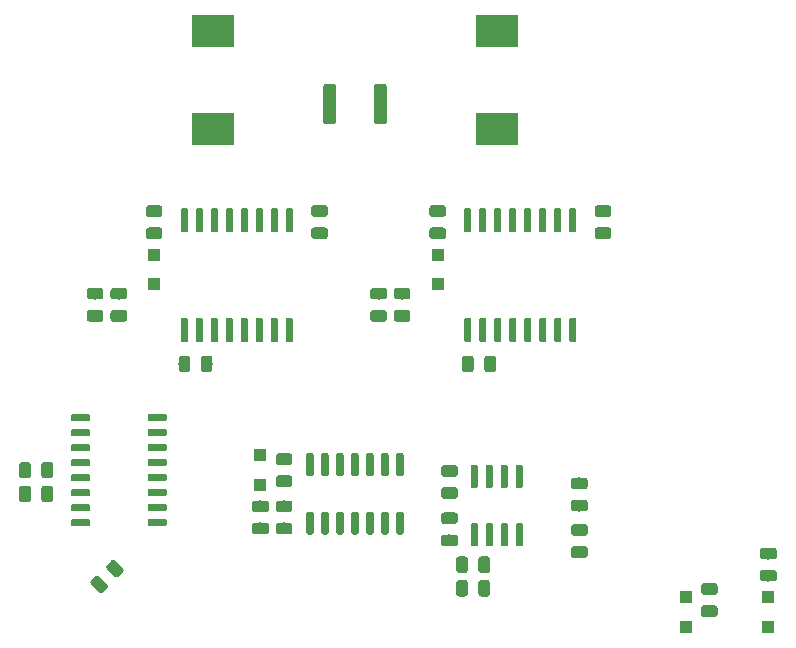
<source format=gbr>
G04 #@! TF.GenerationSoftware,KiCad,Pcbnew,(5.0.1)-3*
G04 #@! TF.CreationDate,2019-12-30T10:06:07+01:00*
G04 #@! TF.ProjectId,TL494 Class D Amp,544C34393420436C617373204420416D,rev?*
G04 #@! TF.SameCoordinates,PX4c4b400PY8f0d180*
G04 #@! TF.FileFunction,Paste,Top*
G04 #@! TF.FilePolarity,Positive*
%FSLAX46Y46*%
G04 Gerber Fmt 4.6, Leading zero omitted, Abs format (unit mm)*
G04 Created by KiCad (PCBNEW (5.0.1)-3) date 30/12/2019 10:06:07*
%MOMM*%
%LPD*%
G01*
G04 APERTURE LIST*
%ADD10C,0.050800*%
%ADD11C,0.975000*%
%ADD12R,1.000000X1.000000*%
%ADD13C,1.125000*%
%ADD14R,3.600000X2.700000*%
%ADD15C,0.600000*%
G04 APERTURE END LIST*
D10*
G04 #@! TO.C,C5*
G36*
X4205142Y18698826D02*
X4228803Y18695316D01*
X4252007Y18689504D01*
X4274529Y18681446D01*
X4296153Y18671218D01*
X4316670Y18658921D01*
X4335883Y18644671D01*
X4353607Y18628607D01*
X4369671Y18610883D01*
X4383921Y18591670D01*
X4396218Y18571153D01*
X4406446Y18549529D01*
X4414504Y18527007D01*
X4420316Y18503803D01*
X4423826Y18480142D01*
X4425000Y18456250D01*
X4425000Y17543750D01*
X4423826Y17519858D01*
X4420316Y17496197D01*
X4414504Y17472993D01*
X4406446Y17450471D01*
X4396218Y17428847D01*
X4383921Y17408330D01*
X4369671Y17389117D01*
X4353607Y17371393D01*
X4335883Y17355329D01*
X4316670Y17341079D01*
X4296153Y17328782D01*
X4274529Y17318554D01*
X4252007Y17310496D01*
X4228803Y17304684D01*
X4205142Y17301174D01*
X4181250Y17300000D01*
X3693750Y17300000D01*
X3669858Y17301174D01*
X3646197Y17304684D01*
X3622993Y17310496D01*
X3600471Y17318554D01*
X3578847Y17328782D01*
X3558330Y17341079D01*
X3539117Y17355329D01*
X3521393Y17371393D01*
X3505329Y17389117D01*
X3491079Y17408330D01*
X3478782Y17428847D01*
X3468554Y17450471D01*
X3460496Y17472993D01*
X3454684Y17496197D01*
X3451174Y17519858D01*
X3450000Y17543750D01*
X3450000Y18456250D01*
X3451174Y18480142D01*
X3454684Y18503803D01*
X3460496Y18527007D01*
X3468554Y18549529D01*
X3478782Y18571153D01*
X3491079Y18591670D01*
X3505329Y18610883D01*
X3521393Y18628607D01*
X3539117Y18644671D01*
X3558330Y18658921D01*
X3578847Y18671218D01*
X3600471Y18681446D01*
X3622993Y18689504D01*
X3646197Y18695316D01*
X3669858Y18698826D01*
X3693750Y18700000D01*
X4181250Y18700000D01*
X4205142Y18698826D01*
X4205142Y18698826D01*
G37*
D11*
X3937500Y18000000D03*
D10*
G36*
X2330142Y18698826D02*
X2353803Y18695316D01*
X2377007Y18689504D01*
X2399529Y18681446D01*
X2421153Y18671218D01*
X2441670Y18658921D01*
X2460883Y18644671D01*
X2478607Y18628607D01*
X2494671Y18610883D01*
X2508921Y18591670D01*
X2521218Y18571153D01*
X2531446Y18549529D01*
X2539504Y18527007D01*
X2545316Y18503803D01*
X2548826Y18480142D01*
X2550000Y18456250D01*
X2550000Y17543750D01*
X2548826Y17519858D01*
X2545316Y17496197D01*
X2539504Y17472993D01*
X2531446Y17450471D01*
X2521218Y17428847D01*
X2508921Y17408330D01*
X2494671Y17389117D01*
X2478607Y17371393D01*
X2460883Y17355329D01*
X2441670Y17341079D01*
X2421153Y17328782D01*
X2399529Y17318554D01*
X2377007Y17310496D01*
X2353803Y17304684D01*
X2330142Y17301174D01*
X2306250Y17300000D01*
X1818750Y17300000D01*
X1794858Y17301174D01*
X1771197Y17304684D01*
X1747993Y17310496D01*
X1725471Y17318554D01*
X1703847Y17328782D01*
X1683330Y17341079D01*
X1664117Y17355329D01*
X1646393Y17371393D01*
X1630329Y17389117D01*
X1616079Y17408330D01*
X1603782Y17428847D01*
X1593554Y17450471D01*
X1585496Y17472993D01*
X1579684Y17496197D01*
X1576174Y17519858D01*
X1575000Y17543750D01*
X1575000Y18456250D01*
X1576174Y18480142D01*
X1579684Y18503803D01*
X1585496Y18527007D01*
X1593554Y18549529D01*
X1603782Y18571153D01*
X1616079Y18591670D01*
X1630329Y18610883D01*
X1646393Y18628607D01*
X1664117Y18644671D01*
X1683330Y18658921D01*
X1703847Y18671218D01*
X1725471Y18681446D01*
X1747993Y18689504D01*
X1771197Y18695316D01*
X1794858Y18698826D01*
X1818750Y18700000D01*
X2306250Y18700000D01*
X2330142Y18698826D01*
X2330142Y18698826D01*
G37*
D11*
X2062500Y18000000D03*
G04 #@! TD*
D10*
G04 #@! TO.C,C6*
G36*
X65480142Y11423826D02*
X65503803Y11420316D01*
X65527007Y11414504D01*
X65549529Y11406446D01*
X65571153Y11396218D01*
X65591670Y11383921D01*
X65610883Y11369671D01*
X65628607Y11353607D01*
X65644671Y11335883D01*
X65658921Y11316670D01*
X65671218Y11296153D01*
X65681446Y11274529D01*
X65689504Y11252007D01*
X65695316Y11228803D01*
X65698826Y11205142D01*
X65700000Y11181250D01*
X65700000Y10693750D01*
X65698826Y10669858D01*
X65695316Y10646197D01*
X65689504Y10622993D01*
X65681446Y10600471D01*
X65671218Y10578847D01*
X65658921Y10558330D01*
X65644671Y10539117D01*
X65628607Y10521393D01*
X65610883Y10505329D01*
X65591670Y10491079D01*
X65571153Y10478782D01*
X65549529Y10468554D01*
X65527007Y10460496D01*
X65503803Y10454684D01*
X65480142Y10451174D01*
X65456250Y10450000D01*
X64543750Y10450000D01*
X64519858Y10451174D01*
X64496197Y10454684D01*
X64472993Y10460496D01*
X64450471Y10468554D01*
X64428847Y10478782D01*
X64408330Y10491079D01*
X64389117Y10505329D01*
X64371393Y10521393D01*
X64355329Y10539117D01*
X64341079Y10558330D01*
X64328782Y10578847D01*
X64318554Y10600471D01*
X64310496Y10622993D01*
X64304684Y10646197D01*
X64301174Y10669858D01*
X64300000Y10693750D01*
X64300000Y11181250D01*
X64301174Y11205142D01*
X64304684Y11228803D01*
X64310496Y11252007D01*
X64318554Y11274529D01*
X64328782Y11296153D01*
X64341079Y11316670D01*
X64355329Y11335883D01*
X64371393Y11353607D01*
X64389117Y11369671D01*
X64408330Y11383921D01*
X64428847Y11396218D01*
X64450471Y11406446D01*
X64472993Y11414504D01*
X64496197Y11420316D01*
X64519858Y11423826D01*
X64543750Y11425000D01*
X65456250Y11425000D01*
X65480142Y11423826D01*
X65480142Y11423826D01*
G37*
D11*
X65000000Y10937500D03*
D10*
G36*
X65480142Y9548826D02*
X65503803Y9545316D01*
X65527007Y9539504D01*
X65549529Y9531446D01*
X65571153Y9521218D01*
X65591670Y9508921D01*
X65610883Y9494671D01*
X65628607Y9478607D01*
X65644671Y9460883D01*
X65658921Y9441670D01*
X65671218Y9421153D01*
X65681446Y9399529D01*
X65689504Y9377007D01*
X65695316Y9353803D01*
X65698826Y9330142D01*
X65700000Y9306250D01*
X65700000Y8818750D01*
X65698826Y8794858D01*
X65695316Y8771197D01*
X65689504Y8747993D01*
X65681446Y8725471D01*
X65671218Y8703847D01*
X65658921Y8683330D01*
X65644671Y8664117D01*
X65628607Y8646393D01*
X65610883Y8630329D01*
X65591670Y8616079D01*
X65571153Y8603782D01*
X65549529Y8593554D01*
X65527007Y8585496D01*
X65503803Y8579684D01*
X65480142Y8576174D01*
X65456250Y8575000D01*
X64543750Y8575000D01*
X64519858Y8576174D01*
X64496197Y8579684D01*
X64472993Y8585496D01*
X64450471Y8593554D01*
X64428847Y8603782D01*
X64408330Y8616079D01*
X64389117Y8630329D01*
X64371393Y8646393D01*
X64355329Y8664117D01*
X64341079Y8683330D01*
X64328782Y8703847D01*
X64318554Y8725471D01*
X64310496Y8747993D01*
X64304684Y8771197D01*
X64301174Y8794858D01*
X64300000Y8818750D01*
X64300000Y9306250D01*
X64301174Y9330142D01*
X64304684Y9353803D01*
X64310496Y9377007D01*
X64318554Y9399529D01*
X64328782Y9421153D01*
X64341079Y9441670D01*
X64355329Y9460883D01*
X64371393Y9478607D01*
X64389117Y9494671D01*
X64408330Y9508921D01*
X64428847Y9521218D01*
X64450471Y9531446D01*
X64472993Y9539504D01*
X64496197Y9545316D01*
X64519858Y9548826D01*
X64543750Y9550000D01*
X65456250Y9550000D01*
X65480142Y9548826D01*
X65480142Y9548826D01*
G37*
D11*
X65000000Y9062500D03*
G04 #@! TD*
D10*
G04 #@! TO.C,C8*
G36*
X8480142Y33423826D02*
X8503803Y33420316D01*
X8527007Y33414504D01*
X8549529Y33406446D01*
X8571153Y33396218D01*
X8591670Y33383921D01*
X8610883Y33369671D01*
X8628607Y33353607D01*
X8644671Y33335883D01*
X8658921Y33316670D01*
X8671218Y33296153D01*
X8681446Y33274529D01*
X8689504Y33252007D01*
X8695316Y33228803D01*
X8698826Y33205142D01*
X8700000Y33181250D01*
X8700000Y32693750D01*
X8698826Y32669858D01*
X8695316Y32646197D01*
X8689504Y32622993D01*
X8681446Y32600471D01*
X8671218Y32578847D01*
X8658921Y32558330D01*
X8644671Y32539117D01*
X8628607Y32521393D01*
X8610883Y32505329D01*
X8591670Y32491079D01*
X8571153Y32478782D01*
X8549529Y32468554D01*
X8527007Y32460496D01*
X8503803Y32454684D01*
X8480142Y32451174D01*
X8456250Y32450000D01*
X7543750Y32450000D01*
X7519858Y32451174D01*
X7496197Y32454684D01*
X7472993Y32460496D01*
X7450471Y32468554D01*
X7428847Y32478782D01*
X7408330Y32491079D01*
X7389117Y32505329D01*
X7371393Y32521393D01*
X7355329Y32539117D01*
X7341079Y32558330D01*
X7328782Y32578847D01*
X7318554Y32600471D01*
X7310496Y32622993D01*
X7304684Y32646197D01*
X7301174Y32669858D01*
X7300000Y32693750D01*
X7300000Y33181250D01*
X7301174Y33205142D01*
X7304684Y33228803D01*
X7310496Y33252007D01*
X7318554Y33274529D01*
X7328782Y33296153D01*
X7341079Y33316670D01*
X7355329Y33335883D01*
X7371393Y33353607D01*
X7389117Y33369671D01*
X7408330Y33383921D01*
X7428847Y33396218D01*
X7450471Y33406446D01*
X7472993Y33414504D01*
X7496197Y33420316D01*
X7519858Y33423826D01*
X7543750Y33425000D01*
X8456250Y33425000D01*
X8480142Y33423826D01*
X8480142Y33423826D01*
G37*
D11*
X8000000Y32937500D03*
D10*
G36*
X8480142Y31548826D02*
X8503803Y31545316D01*
X8527007Y31539504D01*
X8549529Y31531446D01*
X8571153Y31521218D01*
X8591670Y31508921D01*
X8610883Y31494671D01*
X8628607Y31478607D01*
X8644671Y31460883D01*
X8658921Y31441670D01*
X8671218Y31421153D01*
X8681446Y31399529D01*
X8689504Y31377007D01*
X8695316Y31353803D01*
X8698826Y31330142D01*
X8700000Y31306250D01*
X8700000Y30818750D01*
X8698826Y30794858D01*
X8695316Y30771197D01*
X8689504Y30747993D01*
X8681446Y30725471D01*
X8671218Y30703847D01*
X8658921Y30683330D01*
X8644671Y30664117D01*
X8628607Y30646393D01*
X8610883Y30630329D01*
X8591670Y30616079D01*
X8571153Y30603782D01*
X8549529Y30593554D01*
X8527007Y30585496D01*
X8503803Y30579684D01*
X8480142Y30576174D01*
X8456250Y30575000D01*
X7543750Y30575000D01*
X7519858Y30576174D01*
X7496197Y30579684D01*
X7472993Y30585496D01*
X7450471Y30593554D01*
X7428847Y30603782D01*
X7408330Y30616079D01*
X7389117Y30630329D01*
X7371393Y30646393D01*
X7355329Y30664117D01*
X7341079Y30683330D01*
X7328782Y30703847D01*
X7318554Y30725471D01*
X7310496Y30747993D01*
X7304684Y30771197D01*
X7301174Y30794858D01*
X7300000Y30818750D01*
X7300000Y31306250D01*
X7301174Y31330142D01*
X7304684Y31353803D01*
X7310496Y31377007D01*
X7318554Y31399529D01*
X7328782Y31421153D01*
X7341079Y31441670D01*
X7355329Y31460883D01*
X7371393Y31478607D01*
X7389117Y31494671D01*
X7408330Y31508921D01*
X7428847Y31521218D01*
X7450471Y31531446D01*
X7472993Y31539504D01*
X7496197Y31545316D01*
X7519858Y31548826D01*
X7543750Y31550000D01*
X8456250Y31550000D01*
X8480142Y31548826D01*
X8480142Y31548826D01*
G37*
D11*
X8000000Y31062500D03*
G04 #@! TD*
D10*
G04 #@! TO.C,C14*
G36*
X22480142Y15423826D02*
X22503803Y15420316D01*
X22527007Y15414504D01*
X22549529Y15406446D01*
X22571153Y15396218D01*
X22591670Y15383921D01*
X22610883Y15369671D01*
X22628607Y15353607D01*
X22644671Y15335883D01*
X22658921Y15316670D01*
X22671218Y15296153D01*
X22681446Y15274529D01*
X22689504Y15252007D01*
X22695316Y15228803D01*
X22698826Y15205142D01*
X22700000Y15181250D01*
X22700000Y14693750D01*
X22698826Y14669858D01*
X22695316Y14646197D01*
X22689504Y14622993D01*
X22681446Y14600471D01*
X22671218Y14578847D01*
X22658921Y14558330D01*
X22644671Y14539117D01*
X22628607Y14521393D01*
X22610883Y14505329D01*
X22591670Y14491079D01*
X22571153Y14478782D01*
X22549529Y14468554D01*
X22527007Y14460496D01*
X22503803Y14454684D01*
X22480142Y14451174D01*
X22456250Y14450000D01*
X21543750Y14450000D01*
X21519858Y14451174D01*
X21496197Y14454684D01*
X21472993Y14460496D01*
X21450471Y14468554D01*
X21428847Y14478782D01*
X21408330Y14491079D01*
X21389117Y14505329D01*
X21371393Y14521393D01*
X21355329Y14539117D01*
X21341079Y14558330D01*
X21328782Y14578847D01*
X21318554Y14600471D01*
X21310496Y14622993D01*
X21304684Y14646197D01*
X21301174Y14669858D01*
X21300000Y14693750D01*
X21300000Y15181250D01*
X21301174Y15205142D01*
X21304684Y15228803D01*
X21310496Y15252007D01*
X21318554Y15274529D01*
X21328782Y15296153D01*
X21341079Y15316670D01*
X21355329Y15335883D01*
X21371393Y15353607D01*
X21389117Y15369671D01*
X21408330Y15383921D01*
X21428847Y15396218D01*
X21450471Y15406446D01*
X21472993Y15414504D01*
X21496197Y15420316D01*
X21519858Y15423826D01*
X21543750Y15425000D01*
X22456250Y15425000D01*
X22480142Y15423826D01*
X22480142Y15423826D01*
G37*
D11*
X22000000Y14937500D03*
D10*
G36*
X22480142Y13548826D02*
X22503803Y13545316D01*
X22527007Y13539504D01*
X22549529Y13531446D01*
X22571153Y13521218D01*
X22591670Y13508921D01*
X22610883Y13494671D01*
X22628607Y13478607D01*
X22644671Y13460883D01*
X22658921Y13441670D01*
X22671218Y13421153D01*
X22681446Y13399529D01*
X22689504Y13377007D01*
X22695316Y13353803D01*
X22698826Y13330142D01*
X22700000Y13306250D01*
X22700000Y12818750D01*
X22698826Y12794858D01*
X22695316Y12771197D01*
X22689504Y12747993D01*
X22681446Y12725471D01*
X22671218Y12703847D01*
X22658921Y12683330D01*
X22644671Y12664117D01*
X22628607Y12646393D01*
X22610883Y12630329D01*
X22591670Y12616079D01*
X22571153Y12603782D01*
X22549529Y12593554D01*
X22527007Y12585496D01*
X22503803Y12579684D01*
X22480142Y12576174D01*
X22456250Y12575000D01*
X21543750Y12575000D01*
X21519858Y12576174D01*
X21496197Y12579684D01*
X21472993Y12585496D01*
X21450471Y12593554D01*
X21428847Y12603782D01*
X21408330Y12616079D01*
X21389117Y12630329D01*
X21371393Y12646393D01*
X21355329Y12664117D01*
X21341079Y12683330D01*
X21328782Y12703847D01*
X21318554Y12725471D01*
X21310496Y12747993D01*
X21304684Y12771197D01*
X21301174Y12794858D01*
X21300000Y12818750D01*
X21300000Y13306250D01*
X21301174Y13330142D01*
X21304684Y13353803D01*
X21310496Y13377007D01*
X21318554Y13399529D01*
X21328782Y13421153D01*
X21341079Y13441670D01*
X21355329Y13460883D01*
X21371393Y13478607D01*
X21389117Y13494671D01*
X21408330Y13508921D01*
X21428847Y13521218D01*
X21450471Y13531446D01*
X21472993Y13539504D01*
X21496197Y13545316D01*
X21519858Y13548826D01*
X21543750Y13550000D01*
X22456250Y13550000D01*
X22480142Y13548826D01*
X22480142Y13548826D01*
G37*
D11*
X22000000Y13062500D03*
G04 #@! TD*
D12*
G04 #@! TO.C,D2*
X65000000Y7250000D03*
X65000000Y4750000D03*
G04 #@! TD*
G04 #@! TO.C,D3*
X58000000Y4750000D03*
X58000000Y7250000D03*
G04 #@! TD*
G04 #@! TO.C,D7*
X13000000Y33750000D03*
X13000000Y36250000D03*
G04 #@! TD*
D10*
G04 #@! TO.C,R3*
G36*
X41205142Y8698826D02*
X41228803Y8695316D01*
X41252007Y8689504D01*
X41274529Y8681446D01*
X41296153Y8671218D01*
X41316670Y8658921D01*
X41335883Y8644671D01*
X41353607Y8628607D01*
X41369671Y8610883D01*
X41383921Y8591670D01*
X41396218Y8571153D01*
X41406446Y8549529D01*
X41414504Y8527007D01*
X41420316Y8503803D01*
X41423826Y8480142D01*
X41425000Y8456250D01*
X41425000Y7543750D01*
X41423826Y7519858D01*
X41420316Y7496197D01*
X41414504Y7472993D01*
X41406446Y7450471D01*
X41396218Y7428847D01*
X41383921Y7408330D01*
X41369671Y7389117D01*
X41353607Y7371393D01*
X41335883Y7355329D01*
X41316670Y7341079D01*
X41296153Y7328782D01*
X41274529Y7318554D01*
X41252007Y7310496D01*
X41228803Y7304684D01*
X41205142Y7301174D01*
X41181250Y7300000D01*
X40693750Y7300000D01*
X40669858Y7301174D01*
X40646197Y7304684D01*
X40622993Y7310496D01*
X40600471Y7318554D01*
X40578847Y7328782D01*
X40558330Y7341079D01*
X40539117Y7355329D01*
X40521393Y7371393D01*
X40505329Y7389117D01*
X40491079Y7408330D01*
X40478782Y7428847D01*
X40468554Y7450471D01*
X40460496Y7472993D01*
X40454684Y7496197D01*
X40451174Y7519858D01*
X40450000Y7543750D01*
X40450000Y8456250D01*
X40451174Y8480142D01*
X40454684Y8503803D01*
X40460496Y8527007D01*
X40468554Y8549529D01*
X40478782Y8571153D01*
X40491079Y8591670D01*
X40505329Y8610883D01*
X40521393Y8628607D01*
X40539117Y8644671D01*
X40558330Y8658921D01*
X40578847Y8671218D01*
X40600471Y8681446D01*
X40622993Y8689504D01*
X40646197Y8695316D01*
X40669858Y8698826D01*
X40693750Y8700000D01*
X41181250Y8700000D01*
X41205142Y8698826D01*
X41205142Y8698826D01*
G37*
D11*
X40937500Y8000000D03*
D10*
G36*
X39330142Y8698826D02*
X39353803Y8695316D01*
X39377007Y8689504D01*
X39399529Y8681446D01*
X39421153Y8671218D01*
X39441670Y8658921D01*
X39460883Y8644671D01*
X39478607Y8628607D01*
X39494671Y8610883D01*
X39508921Y8591670D01*
X39521218Y8571153D01*
X39531446Y8549529D01*
X39539504Y8527007D01*
X39545316Y8503803D01*
X39548826Y8480142D01*
X39550000Y8456250D01*
X39550000Y7543750D01*
X39548826Y7519858D01*
X39545316Y7496197D01*
X39539504Y7472993D01*
X39531446Y7450471D01*
X39521218Y7428847D01*
X39508921Y7408330D01*
X39494671Y7389117D01*
X39478607Y7371393D01*
X39460883Y7355329D01*
X39441670Y7341079D01*
X39421153Y7328782D01*
X39399529Y7318554D01*
X39377007Y7310496D01*
X39353803Y7304684D01*
X39330142Y7301174D01*
X39306250Y7300000D01*
X38818750Y7300000D01*
X38794858Y7301174D01*
X38771197Y7304684D01*
X38747993Y7310496D01*
X38725471Y7318554D01*
X38703847Y7328782D01*
X38683330Y7341079D01*
X38664117Y7355329D01*
X38646393Y7371393D01*
X38630329Y7389117D01*
X38616079Y7408330D01*
X38603782Y7428847D01*
X38593554Y7450471D01*
X38585496Y7472993D01*
X38579684Y7496197D01*
X38576174Y7519858D01*
X38575000Y7543750D01*
X38575000Y8456250D01*
X38576174Y8480142D01*
X38579684Y8503803D01*
X38585496Y8527007D01*
X38593554Y8549529D01*
X38603782Y8571153D01*
X38616079Y8591670D01*
X38630329Y8610883D01*
X38646393Y8628607D01*
X38664117Y8644671D01*
X38683330Y8658921D01*
X38703847Y8671218D01*
X38725471Y8681446D01*
X38747993Y8689504D01*
X38771197Y8695316D01*
X38794858Y8698826D01*
X38818750Y8700000D01*
X39306250Y8700000D01*
X39330142Y8698826D01*
X39330142Y8698826D01*
G37*
D11*
X39062500Y8000000D03*
G04 #@! TD*
D10*
G04 #@! TO.C,R4*
G36*
X41205142Y10698826D02*
X41228803Y10695316D01*
X41252007Y10689504D01*
X41274529Y10681446D01*
X41296153Y10671218D01*
X41316670Y10658921D01*
X41335883Y10644671D01*
X41353607Y10628607D01*
X41369671Y10610883D01*
X41383921Y10591670D01*
X41396218Y10571153D01*
X41406446Y10549529D01*
X41414504Y10527007D01*
X41420316Y10503803D01*
X41423826Y10480142D01*
X41425000Y10456250D01*
X41425000Y9543750D01*
X41423826Y9519858D01*
X41420316Y9496197D01*
X41414504Y9472993D01*
X41406446Y9450471D01*
X41396218Y9428847D01*
X41383921Y9408330D01*
X41369671Y9389117D01*
X41353607Y9371393D01*
X41335883Y9355329D01*
X41316670Y9341079D01*
X41296153Y9328782D01*
X41274529Y9318554D01*
X41252007Y9310496D01*
X41228803Y9304684D01*
X41205142Y9301174D01*
X41181250Y9300000D01*
X40693750Y9300000D01*
X40669858Y9301174D01*
X40646197Y9304684D01*
X40622993Y9310496D01*
X40600471Y9318554D01*
X40578847Y9328782D01*
X40558330Y9341079D01*
X40539117Y9355329D01*
X40521393Y9371393D01*
X40505329Y9389117D01*
X40491079Y9408330D01*
X40478782Y9428847D01*
X40468554Y9450471D01*
X40460496Y9472993D01*
X40454684Y9496197D01*
X40451174Y9519858D01*
X40450000Y9543750D01*
X40450000Y10456250D01*
X40451174Y10480142D01*
X40454684Y10503803D01*
X40460496Y10527007D01*
X40468554Y10549529D01*
X40478782Y10571153D01*
X40491079Y10591670D01*
X40505329Y10610883D01*
X40521393Y10628607D01*
X40539117Y10644671D01*
X40558330Y10658921D01*
X40578847Y10671218D01*
X40600471Y10681446D01*
X40622993Y10689504D01*
X40646197Y10695316D01*
X40669858Y10698826D01*
X40693750Y10700000D01*
X41181250Y10700000D01*
X41205142Y10698826D01*
X41205142Y10698826D01*
G37*
D11*
X40937500Y10000000D03*
D10*
G36*
X39330142Y10698826D02*
X39353803Y10695316D01*
X39377007Y10689504D01*
X39399529Y10681446D01*
X39421153Y10671218D01*
X39441670Y10658921D01*
X39460883Y10644671D01*
X39478607Y10628607D01*
X39494671Y10610883D01*
X39508921Y10591670D01*
X39521218Y10571153D01*
X39531446Y10549529D01*
X39539504Y10527007D01*
X39545316Y10503803D01*
X39548826Y10480142D01*
X39550000Y10456250D01*
X39550000Y9543750D01*
X39548826Y9519858D01*
X39545316Y9496197D01*
X39539504Y9472993D01*
X39531446Y9450471D01*
X39521218Y9428847D01*
X39508921Y9408330D01*
X39494671Y9389117D01*
X39478607Y9371393D01*
X39460883Y9355329D01*
X39441670Y9341079D01*
X39421153Y9328782D01*
X39399529Y9318554D01*
X39377007Y9310496D01*
X39353803Y9304684D01*
X39330142Y9301174D01*
X39306250Y9300000D01*
X38818750Y9300000D01*
X38794858Y9301174D01*
X38771197Y9304684D01*
X38747993Y9310496D01*
X38725471Y9318554D01*
X38703847Y9328782D01*
X38683330Y9341079D01*
X38664117Y9355329D01*
X38646393Y9371393D01*
X38630329Y9389117D01*
X38616079Y9408330D01*
X38603782Y9428847D01*
X38593554Y9450471D01*
X38585496Y9472993D01*
X38579684Y9496197D01*
X38576174Y9519858D01*
X38575000Y9543750D01*
X38575000Y10456250D01*
X38576174Y10480142D01*
X38579684Y10503803D01*
X38585496Y10527007D01*
X38593554Y10549529D01*
X38603782Y10571153D01*
X38616079Y10591670D01*
X38630329Y10610883D01*
X38646393Y10628607D01*
X38664117Y10644671D01*
X38683330Y10658921D01*
X38703847Y10671218D01*
X38725471Y10681446D01*
X38747993Y10689504D01*
X38771197Y10695316D01*
X38794858Y10698826D01*
X38818750Y10700000D01*
X39306250Y10700000D01*
X39330142Y10698826D01*
X39330142Y10698826D01*
G37*
D11*
X39062500Y10000000D03*
G04 #@! TD*
D10*
G04 #@! TO.C,R5*
G36*
X38480142Y14423826D02*
X38503803Y14420316D01*
X38527007Y14414504D01*
X38549529Y14406446D01*
X38571153Y14396218D01*
X38591670Y14383921D01*
X38610883Y14369671D01*
X38628607Y14353607D01*
X38644671Y14335883D01*
X38658921Y14316670D01*
X38671218Y14296153D01*
X38681446Y14274529D01*
X38689504Y14252007D01*
X38695316Y14228803D01*
X38698826Y14205142D01*
X38700000Y14181250D01*
X38700000Y13693750D01*
X38698826Y13669858D01*
X38695316Y13646197D01*
X38689504Y13622993D01*
X38681446Y13600471D01*
X38671218Y13578847D01*
X38658921Y13558330D01*
X38644671Y13539117D01*
X38628607Y13521393D01*
X38610883Y13505329D01*
X38591670Y13491079D01*
X38571153Y13478782D01*
X38549529Y13468554D01*
X38527007Y13460496D01*
X38503803Y13454684D01*
X38480142Y13451174D01*
X38456250Y13450000D01*
X37543750Y13450000D01*
X37519858Y13451174D01*
X37496197Y13454684D01*
X37472993Y13460496D01*
X37450471Y13468554D01*
X37428847Y13478782D01*
X37408330Y13491079D01*
X37389117Y13505329D01*
X37371393Y13521393D01*
X37355329Y13539117D01*
X37341079Y13558330D01*
X37328782Y13578847D01*
X37318554Y13600471D01*
X37310496Y13622993D01*
X37304684Y13646197D01*
X37301174Y13669858D01*
X37300000Y13693750D01*
X37300000Y14181250D01*
X37301174Y14205142D01*
X37304684Y14228803D01*
X37310496Y14252007D01*
X37318554Y14274529D01*
X37328782Y14296153D01*
X37341079Y14316670D01*
X37355329Y14335883D01*
X37371393Y14353607D01*
X37389117Y14369671D01*
X37408330Y14383921D01*
X37428847Y14396218D01*
X37450471Y14406446D01*
X37472993Y14414504D01*
X37496197Y14420316D01*
X37519858Y14423826D01*
X37543750Y14425000D01*
X38456250Y14425000D01*
X38480142Y14423826D01*
X38480142Y14423826D01*
G37*
D11*
X38000000Y13937500D03*
D10*
G36*
X38480142Y12548826D02*
X38503803Y12545316D01*
X38527007Y12539504D01*
X38549529Y12531446D01*
X38571153Y12521218D01*
X38591670Y12508921D01*
X38610883Y12494671D01*
X38628607Y12478607D01*
X38644671Y12460883D01*
X38658921Y12441670D01*
X38671218Y12421153D01*
X38681446Y12399529D01*
X38689504Y12377007D01*
X38695316Y12353803D01*
X38698826Y12330142D01*
X38700000Y12306250D01*
X38700000Y11818750D01*
X38698826Y11794858D01*
X38695316Y11771197D01*
X38689504Y11747993D01*
X38681446Y11725471D01*
X38671218Y11703847D01*
X38658921Y11683330D01*
X38644671Y11664117D01*
X38628607Y11646393D01*
X38610883Y11630329D01*
X38591670Y11616079D01*
X38571153Y11603782D01*
X38549529Y11593554D01*
X38527007Y11585496D01*
X38503803Y11579684D01*
X38480142Y11576174D01*
X38456250Y11575000D01*
X37543750Y11575000D01*
X37519858Y11576174D01*
X37496197Y11579684D01*
X37472993Y11585496D01*
X37450471Y11593554D01*
X37428847Y11603782D01*
X37408330Y11616079D01*
X37389117Y11630329D01*
X37371393Y11646393D01*
X37355329Y11664117D01*
X37341079Y11683330D01*
X37328782Y11703847D01*
X37318554Y11725471D01*
X37310496Y11747993D01*
X37304684Y11771197D01*
X37301174Y11794858D01*
X37300000Y11818750D01*
X37300000Y12306250D01*
X37301174Y12330142D01*
X37304684Y12353803D01*
X37310496Y12377007D01*
X37318554Y12399529D01*
X37328782Y12421153D01*
X37341079Y12441670D01*
X37355329Y12460883D01*
X37371393Y12478607D01*
X37389117Y12494671D01*
X37408330Y12508921D01*
X37428847Y12521218D01*
X37450471Y12531446D01*
X37472993Y12539504D01*
X37496197Y12545316D01*
X37519858Y12548826D01*
X37543750Y12550000D01*
X38456250Y12550000D01*
X38480142Y12548826D01*
X38480142Y12548826D01*
G37*
D11*
X38000000Y12062500D03*
G04 #@! TD*
D10*
G04 #@! TO.C,R6*
G36*
X4205142Y16698826D02*
X4228803Y16695316D01*
X4252007Y16689504D01*
X4274529Y16681446D01*
X4296153Y16671218D01*
X4316670Y16658921D01*
X4335883Y16644671D01*
X4353607Y16628607D01*
X4369671Y16610883D01*
X4383921Y16591670D01*
X4396218Y16571153D01*
X4406446Y16549529D01*
X4414504Y16527007D01*
X4420316Y16503803D01*
X4423826Y16480142D01*
X4425000Y16456250D01*
X4425000Y15543750D01*
X4423826Y15519858D01*
X4420316Y15496197D01*
X4414504Y15472993D01*
X4406446Y15450471D01*
X4396218Y15428847D01*
X4383921Y15408330D01*
X4369671Y15389117D01*
X4353607Y15371393D01*
X4335883Y15355329D01*
X4316670Y15341079D01*
X4296153Y15328782D01*
X4274529Y15318554D01*
X4252007Y15310496D01*
X4228803Y15304684D01*
X4205142Y15301174D01*
X4181250Y15300000D01*
X3693750Y15300000D01*
X3669858Y15301174D01*
X3646197Y15304684D01*
X3622993Y15310496D01*
X3600471Y15318554D01*
X3578847Y15328782D01*
X3558330Y15341079D01*
X3539117Y15355329D01*
X3521393Y15371393D01*
X3505329Y15389117D01*
X3491079Y15408330D01*
X3478782Y15428847D01*
X3468554Y15450471D01*
X3460496Y15472993D01*
X3454684Y15496197D01*
X3451174Y15519858D01*
X3450000Y15543750D01*
X3450000Y16456250D01*
X3451174Y16480142D01*
X3454684Y16503803D01*
X3460496Y16527007D01*
X3468554Y16549529D01*
X3478782Y16571153D01*
X3491079Y16591670D01*
X3505329Y16610883D01*
X3521393Y16628607D01*
X3539117Y16644671D01*
X3558330Y16658921D01*
X3578847Y16671218D01*
X3600471Y16681446D01*
X3622993Y16689504D01*
X3646197Y16695316D01*
X3669858Y16698826D01*
X3693750Y16700000D01*
X4181250Y16700000D01*
X4205142Y16698826D01*
X4205142Y16698826D01*
G37*
D11*
X3937500Y16000000D03*
D10*
G36*
X2330142Y16698826D02*
X2353803Y16695316D01*
X2377007Y16689504D01*
X2399529Y16681446D01*
X2421153Y16671218D01*
X2441670Y16658921D01*
X2460883Y16644671D01*
X2478607Y16628607D01*
X2494671Y16610883D01*
X2508921Y16591670D01*
X2521218Y16571153D01*
X2531446Y16549529D01*
X2539504Y16527007D01*
X2545316Y16503803D01*
X2548826Y16480142D01*
X2550000Y16456250D01*
X2550000Y15543750D01*
X2548826Y15519858D01*
X2545316Y15496197D01*
X2539504Y15472993D01*
X2531446Y15450471D01*
X2521218Y15428847D01*
X2508921Y15408330D01*
X2494671Y15389117D01*
X2478607Y15371393D01*
X2460883Y15355329D01*
X2441670Y15341079D01*
X2421153Y15328782D01*
X2399529Y15318554D01*
X2377007Y15310496D01*
X2353803Y15304684D01*
X2330142Y15301174D01*
X2306250Y15300000D01*
X1818750Y15300000D01*
X1794858Y15301174D01*
X1771197Y15304684D01*
X1747993Y15310496D01*
X1725471Y15318554D01*
X1703847Y15328782D01*
X1683330Y15341079D01*
X1664117Y15355329D01*
X1646393Y15371393D01*
X1630329Y15389117D01*
X1616079Y15408330D01*
X1603782Y15428847D01*
X1593554Y15450471D01*
X1585496Y15472993D01*
X1579684Y15496197D01*
X1576174Y15519858D01*
X1575000Y15543750D01*
X1575000Y16456250D01*
X1576174Y16480142D01*
X1579684Y16503803D01*
X1585496Y16527007D01*
X1593554Y16549529D01*
X1603782Y16571153D01*
X1616079Y16591670D01*
X1630329Y16610883D01*
X1646393Y16628607D01*
X1664117Y16644671D01*
X1683330Y16658921D01*
X1703847Y16671218D01*
X1725471Y16681446D01*
X1747993Y16689504D01*
X1771197Y16695316D01*
X1794858Y16698826D01*
X1818750Y16700000D01*
X2306250Y16700000D01*
X2330142Y16698826D01*
X2330142Y16698826D01*
G37*
D11*
X2062500Y16000000D03*
G04 #@! TD*
D10*
G04 #@! TO.C,R7*
G36*
X24480142Y13548826D02*
X24503803Y13545316D01*
X24527007Y13539504D01*
X24549529Y13531446D01*
X24571153Y13521218D01*
X24591670Y13508921D01*
X24610883Y13494671D01*
X24628607Y13478607D01*
X24644671Y13460883D01*
X24658921Y13441670D01*
X24671218Y13421153D01*
X24681446Y13399529D01*
X24689504Y13377007D01*
X24695316Y13353803D01*
X24698826Y13330142D01*
X24700000Y13306250D01*
X24700000Y12818750D01*
X24698826Y12794858D01*
X24695316Y12771197D01*
X24689504Y12747993D01*
X24681446Y12725471D01*
X24671218Y12703847D01*
X24658921Y12683330D01*
X24644671Y12664117D01*
X24628607Y12646393D01*
X24610883Y12630329D01*
X24591670Y12616079D01*
X24571153Y12603782D01*
X24549529Y12593554D01*
X24527007Y12585496D01*
X24503803Y12579684D01*
X24480142Y12576174D01*
X24456250Y12575000D01*
X23543750Y12575000D01*
X23519858Y12576174D01*
X23496197Y12579684D01*
X23472993Y12585496D01*
X23450471Y12593554D01*
X23428847Y12603782D01*
X23408330Y12616079D01*
X23389117Y12630329D01*
X23371393Y12646393D01*
X23355329Y12664117D01*
X23341079Y12683330D01*
X23328782Y12703847D01*
X23318554Y12725471D01*
X23310496Y12747993D01*
X23304684Y12771197D01*
X23301174Y12794858D01*
X23300000Y12818750D01*
X23300000Y13306250D01*
X23301174Y13330142D01*
X23304684Y13353803D01*
X23310496Y13377007D01*
X23318554Y13399529D01*
X23328782Y13421153D01*
X23341079Y13441670D01*
X23355329Y13460883D01*
X23371393Y13478607D01*
X23389117Y13494671D01*
X23408330Y13508921D01*
X23428847Y13521218D01*
X23450471Y13531446D01*
X23472993Y13539504D01*
X23496197Y13545316D01*
X23519858Y13548826D01*
X23543750Y13550000D01*
X24456250Y13550000D01*
X24480142Y13548826D01*
X24480142Y13548826D01*
G37*
D11*
X24000000Y13062500D03*
D10*
G36*
X24480142Y15423826D02*
X24503803Y15420316D01*
X24527007Y15414504D01*
X24549529Y15406446D01*
X24571153Y15396218D01*
X24591670Y15383921D01*
X24610883Y15369671D01*
X24628607Y15353607D01*
X24644671Y15335883D01*
X24658921Y15316670D01*
X24671218Y15296153D01*
X24681446Y15274529D01*
X24689504Y15252007D01*
X24695316Y15228803D01*
X24698826Y15205142D01*
X24700000Y15181250D01*
X24700000Y14693750D01*
X24698826Y14669858D01*
X24695316Y14646197D01*
X24689504Y14622993D01*
X24681446Y14600471D01*
X24671218Y14578847D01*
X24658921Y14558330D01*
X24644671Y14539117D01*
X24628607Y14521393D01*
X24610883Y14505329D01*
X24591670Y14491079D01*
X24571153Y14478782D01*
X24549529Y14468554D01*
X24527007Y14460496D01*
X24503803Y14454684D01*
X24480142Y14451174D01*
X24456250Y14450000D01*
X23543750Y14450000D01*
X23519858Y14451174D01*
X23496197Y14454684D01*
X23472993Y14460496D01*
X23450471Y14468554D01*
X23428847Y14478782D01*
X23408330Y14491079D01*
X23389117Y14505329D01*
X23371393Y14521393D01*
X23355329Y14539117D01*
X23341079Y14558330D01*
X23328782Y14578847D01*
X23318554Y14600471D01*
X23310496Y14622993D01*
X23304684Y14646197D01*
X23301174Y14669858D01*
X23300000Y14693750D01*
X23300000Y15181250D01*
X23301174Y15205142D01*
X23304684Y15228803D01*
X23310496Y15252007D01*
X23318554Y15274529D01*
X23328782Y15296153D01*
X23341079Y15316670D01*
X23355329Y15335883D01*
X23371393Y15353607D01*
X23389117Y15369671D01*
X23408330Y15383921D01*
X23428847Y15396218D01*
X23450471Y15406446D01*
X23472993Y15414504D01*
X23496197Y15420316D01*
X23519858Y15423826D01*
X23543750Y15425000D01*
X24456250Y15425000D01*
X24480142Y15423826D01*
X24480142Y15423826D01*
G37*
D11*
X24000000Y14937500D03*
G04 #@! TD*
D10*
G04 #@! TO.C,R10*
G36*
X24480142Y17548826D02*
X24503803Y17545316D01*
X24527007Y17539504D01*
X24549529Y17531446D01*
X24571153Y17521218D01*
X24591670Y17508921D01*
X24610883Y17494671D01*
X24628607Y17478607D01*
X24644671Y17460883D01*
X24658921Y17441670D01*
X24671218Y17421153D01*
X24681446Y17399529D01*
X24689504Y17377007D01*
X24695316Y17353803D01*
X24698826Y17330142D01*
X24700000Y17306250D01*
X24700000Y16818750D01*
X24698826Y16794858D01*
X24695316Y16771197D01*
X24689504Y16747993D01*
X24681446Y16725471D01*
X24671218Y16703847D01*
X24658921Y16683330D01*
X24644671Y16664117D01*
X24628607Y16646393D01*
X24610883Y16630329D01*
X24591670Y16616079D01*
X24571153Y16603782D01*
X24549529Y16593554D01*
X24527007Y16585496D01*
X24503803Y16579684D01*
X24480142Y16576174D01*
X24456250Y16575000D01*
X23543750Y16575000D01*
X23519858Y16576174D01*
X23496197Y16579684D01*
X23472993Y16585496D01*
X23450471Y16593554D01*
X23428847Y16603782D01*
X23408330Y16616079D01*
X23389117Y16630329D01*
X23371393Y16646393D01*
X23355329Y16664117D01*
X23341079Y16683330D01*
X23328782Y16703847D01*
X23318554Y16725471D01*
X23310496Y16747993D01*
X23304684Y16771197D01*
X23301174Y16794858D01*
X23300000Y16818750D01*
X23300000Y17306250D01*
X23301174Y17330142D01*
X23304684Y17353803D01*
X23310496Y17377007D01*
X23318554Y17399529D01*
X23328782Y17421153D01*
X23341079Y17441670D01*
X23355329Y17460883D01*
X23371393Y17478607D01*
X23389117Y17494671D01*
X23408330Y17508921D01*
X23428847Y17521218D01*
X23450471Y17531446D01*
X23472993Y17539504D01*
X23496197Y17545316D01*
X23519858Y17548826D01*
X23543750Y17550000D01*
X24456250Y17550000D01*
X24480142Y17548826D01*
X24480142Y17548826D01*
G37*
D11*
X24000000Y17062500D03*
D10*
G36*
X24480142Y19423826D02*
X24503803Y19420316D01*
X24527007Y19414504D01*
X24549529Y19406446D01*
X24571153Y19396218D01*
X24591670Y19383921D01*
X24610883Y19369671D01*
X24628607Y19353607D01*
X24644671Y19335883D01*
X24658921Y19316670D01*
X24671218Y19296153D01*
X24681446Y19274529D01*
X24689504Y19252007D01*
X24695316Y19228803D01*
X24698826Y19205142D01*
X24700000Y19181250D01*
X24700000Y18693750D01*
X24698826Y18669858D01*
X24695316Y18646197D01*
X24689504Y18622993D01*
X24681446Y18600471D01*
X24671218Y18578847D01*
X24658921Y18558330D01*
X24644671Y18539117D01*
X24628607Y18521393D01*
X24610883Y18505329D01*
X24591670Y18491079D01*
X24571153Y18478782D01*
X24549529Y18468554D01*
X24527007Y18460496D01*
X24503803Y18454684D01*
X24480142Y18451174D01*
X24456250Y18450000D01*
X23543750Y18450000D01*
X23519858Y18451174D01*
X23496197Y18454684D01*
X23472993Y18460496D01*
X23450471Y18468554D01*
X23428847Y18478782D01*
X23408330Y18491079D01*
X23389117Y18505329D01*
X23371393Y18521393D01*
X23355329Y18539117D01*
X23341079Y18558330D01*
X23328782Y18578847D01*
X23318554Y18600471D01*
X23310496Y18622993D01*
X23304684Y18646197D01*
X23301174Y18669858D01*
X23300000Y18693750D01*
X23300000Y19181250D01*
X23301174Y19205142D01*
X23304684Y19228803D01*
X23310496Y19252007D01*
X23318554Y19274529D01*
X23328782Y19296153D01*
X23341079Y19316670D01*
X23355329Y19335883D01*
X23371393Y19353607D01*
X23389117Y19369671D01*
X23408330Y19383921D01*
X23428847Y19396218D01*
X23450471Y19406446D01*
X23472993Y19414504D01*
X23496197Y19420316D01*
X23519858Y19423826D01*
X23543750Y19425000D01*
X24456250Y19425000D01*
X24480142Y19423826D01*
X24480142Y19423826D01*
G37*
D11*
X24000000Y18937500D03*
G04 #@! TD*
D10*
G04 #@! TO.C,R11*
G36*
X10480142Y31548826D02*
X10503803Y31545316D01*
X10527007Y31539504D01*
X10549529Y31531446D01*
X10571153Y31521218D01*
X10591670Y31508921D01*
X10610883Y31494671D01*
X10628607Y31478607D01*
X10644671Y31460883D01*
X10658921Y31441670D01*
X10671218Y31421153D01*
X10681446Y31399529D01*
X10689504Y31377007D01*
X10695316Y31353803D01*
X10698826Y31330142D01*
X10700000Y31306250D01*
X10700000Y30818750D01*
X10698826Y30794858D01*
X10695316Y30771197D01*
X10689504Y30747993D01*
X10681446Y30725471D01*
X10671218Y30703847D01*
X10658921Y30683330D01*
X10644671Y30664117D01*
X10628607Y30646393D01*
X10610883Y30630329D01*
X10591670Y30616079D01*
X10571153Y30603782D01*
X10549529Y30593554D01*
X10527007Y30585496D01*
X10503803Y30579684D01*
X10480142Y30576174D01*
X10456250Y30575000D01*
X9543750Y30575000D01*
X9519858Y30576174D01*
X9496197Y30579684D01*
X9472993Y30585496D01*
X9450471Y30593554D01*
X9428847Y30603782D01*
X9408330Y30616079D01*
X9389117Y30630329D01*
X9371393Y30646393D01*
X9355329Y30664117D01*
X9341079Y30683330D01*
X9328782Y30703847D01*
X9318554Y30725471D01*
X9310496Y30747993D01*
X9304684Y30771197D01*
X9301174Y30794858D01*
X9300000Y30818750D01*
X9300000Y31306250D01*
X9301174Y31330142D01*
X9304684Y31353803D01*
X9310496Y31377007D01*
X9318554Y31399529D01*
X9328782Y31421153D01*
X9341079Y31441670D01*
X9355329Y31460883D01*
X9371393Y31478607D01*
X9389117Y31494671D01*
X9408330Y31508921D01*
X9428847Y31521218D01*
X9450471Y31531446D01*
X9472993Y31539504D01*
X9496197Y31545316D01*
X9519858Y31548826D01*
X9543750Y31550000D01*
X10456250Y31550000D01*
X10480142Y31548826D01*
X10480142Y31548826D01*
G37*
D11*
X10000000Y31062500D03*
D10*
G36*
X10480142Y33423826D02*
X10503803Y33420316D01*
X10527007Y33414504D01*
X10549529Y33406446D01*
X10571153Y33396218D01*
X10591670Y33383921D01*
X10610883Y33369671D01*
X10628607Y33353607D01*
X10644671Y33335883D01*
X10658921Y33316670D01*
X10671218Y33296153D01*
X10681446Y33274529D01*
X10689504Y33252007D01*
X10695316Y33228803D01*
X10698826Y33205142D01*
X10700000Y33181250D01*
X10700000Y32693750D01*
X10698826Y32669858D01*
X10695316Y32646197D01*
X10689504Y32622993D01*
X10681446Y32600471D01*
X10671218Y32578847D01*
X10658921Y32558330D01*
X10644671Y32539117D01*
X10628607Y32521393D01*
X10610883Y32505329D01*
X10591670Y32491079D01*
X10571153Y32478782D01*
X10549529Y32468554D01*
X10527007Y32460496D01*
X10503803Y32454684D01*
X10480142Y32451174D01*
X10456250Y32450000D01*
X9543750Y32450000D01*
X9519858Y32451174D01*
X9496197Y32454684D01*
X9472993Y32460496D01*
X9450471Y32468554D01*
X9428847Y32478782D01*
X9408330Y32491079D01*
X9389117Y32505329D01*
X9371393Y32521393D01*
X9355329Y32539117D01*
X9341079Y32558330D01*
X9328782Y32578847D01*
X9318554Y32600471D01*
X9310496Y32622993D01*
X9304684Y32646197D01*
X9301174Y32669858D01*
X9300000Y32693750D01*
X9300000Y33181250D01*
X9301174Y33205142D01*
X9304684Y33228803D01*
X9310496Y33252007D01*
X9318554Y33274529D01*
X9328782Y33296153D01*
X9341079Y33316670D01*
X9355329Y33335883D01*
X9371393Y33353607D01*
X9389117Y33369671D01*
X9408330Y33383921D01*
X9428847Y33396218D01*
X9450471Y33406446D01*
X9472993Y33414504D01*
X9496197Y33420316D01*
X9519858Y33423826D01*
X9543750Y33425000D01*
X10456250Y33425000D01*
X10480142Y33423826D01*
X10480142Y33423826D01*
G37*
D11*
X10000000Y32937500D03*
G04 #@! TD*
D10*
G04 #@! TO.C,R12*
G36*
X34480142Y33423826D02*
X34503803Y33420316D01*
X34527007Y33414504D01*
X34549529Y33406446D01*
X34571153Y33396218D01*
X34591670Y33383921D01*
X34610883Y33369671D01*
X34628607Y33353607D01*
X34644671Y33335883D01*
X34658921Y33316670D01*
X34671218Y33296153D01*
X34681446Y33274529D01*
X34689504Y33252007D01*
X34695316Y33228803D01*
X34698826Y33205142D01*
X34700000Y33181250D01*
X34700000Y32693750D01*
X34698826Y32669858D01*
X34695316Y32646197D01*
X34689504Y32622993D01*
X34681446Y32600471D01*
X34671218Y32578847D01*
X34658921Y32558330D01*
X34644671Y32539117D01*
X34628607Y32521393D01*
X34610883Y32505329D01*
X34591670Y32491079D01*
X34571153Y32478782D01*
X34549529Y32468554D01*
X34527007Y32460496D01*
X34503803Y32454684D01*
X34480142Y32451174D01*
X34456250Y32450000D01*
X33543750Y32450000D01*
X33519858Y32451174D01*
X33496197Y32454684D01*
X33472993Y32460496D01*
X33450471Y32468554D01*
X33428847Y32478782D01*
X33408330Y32491079D01*
X33389117Y32505329D01*
X33371393Y32521393D01*
X33355329Y32539117D01*
X33341079Y32558330D01*
X33328782Y32578847D01*
X33318554Y32600471D01*
X33310496Y32622993D01*
X33304684Y32646197D01*
X33301174Y32669858D01*
X33300000Y32693750D01*
X33300000Y33181250D01*
X33301174Y33205142D01*
X33304684Y33228803D01*
X33310496Y33252007D01*
X33318554Y33274529D01*
X33328782Y33296153D01*
X33341079Y33316670D01*
X33355329Y33335883D01*
X33371393Y33353607D01*
X33389117Y33369671D01*
X33408330Y33383921D01*
X33428847Y33396218D01*
X33450471Y33406446D01*
X33472993Y33414504D01*
X33496197Y33420316D01*
X33519858Y33423826D01*
X33543750Y33425000D01*
X34456250Y33425000D01*
X34480142Y33423826D01*
X34480142Y33423826D01*
G37*
D11*
X34000000Y32937500D03*
D10*
G36*
X34480142Y31548826D02*
X34503803Y31545316D01*
X34527007Y31539504D01*
X34549529Y31531446D01*
X34571153Y31521218D01*
X34591670Y31508921D01*
X34610883Y31494671D01*
X34628607Y31478607D01*
X34644671Y31460883D01*
X34658921Y31441670D01*
X34671218Y31421153D01*
X34681446Y31399529D01*
X34689504Y31377007D01*
X34695316Y31353803D01*
X34698826Y31330142D01*
X34700000Y31306250D01*
X34700000Y30818750D01*
X34698826Y30794858D01*
X34695316Y30771197D01*
X34689504Y30747993D01*
X34681446Y30725471D01*
X34671218Y30703847D01*
X34658921Y30683330D01*
X34644671Y30664117D01*
X34628607Y30646393D01*
X34610883Y30630329D01*
X34591670Y30616079D01*
X34571153Y30603782D01*
X34549529Y30593554D01*
X34527007Y30585496D01*
X34503803Y30579684D01*
X34480142Y30576174D01*
X34456250Y30575000D01*
X33543750Y30575000D01*
X33519858Y30576174D01*
X33496197Y30579684D01*
X33472993Y30585496D01*
X33450471Y30593554D01*
X33428847Y30603782D01*
X33408330Y30616079D01*
X33389117Y30630329D01*
X33371393Y30646393D01*
X33355329Y30664117D01*
X33341079Y30683330D01*
X33328782Y30703847D01*
X33318554Y30725471D01*
X33310496Y30747993D01*
X33304684Y30771197D01*
X33301174Y30794858D01*
X33300000Y30818750D01*
X33300000Y31306250D01*
X33301174Y31330142D01*
X33304684Y31353803D01*
X33310496Y31377007D01*
X33318554Y31399529D01*
X33328782Y31421153D01*
X33341079Y31441670D01*
X33355329Y31460883D01*
X33371393Y31478607D01*
X33389117Y31494671D01*
X33408330Y31508921D01*
X33428847Y31521218D01*
X33450471Y31531446D01*
X33472993Y31539504D01*
X33496197Y31545316D01*
X33519858Y31548826D01*
X33543750Y31550000D01*
X34456250Y31550000D01*
X34480142Y31548826D01*
X34480142Y31548826D01*
G37*
D11*
X34000000Y31062500D03*
G04 #@! TD*
D10*
G04 #@! TO.C,R13*
G36*
X13480142Y40423826D02*
X13503803Y40420316D01*
X13527007Y40414504D01*
X13549529Y40406446D01*
X13571153Y40396218D01*
X13591670Y40383921D01*
X13610883Y40369671D01*
X13628607Y40353607D01*
X13644671Y40335883D01*
X13658921Y40316670D01*
X13671218Y40296153D01*
X13681446Y40274529D01*
X13689504Y40252007D01*
X13695316Y40228803D01*
X13698826Y40205142D01*
X13700000Y40181250D01*
X13700000Y39693750D01*
X13698826Y39669858D01*
X13695316Y39646197D01*
X13689504Y39622993D01*
X13681446Y39600471D01*
X13671218Y39578847D01*
X13658921Y39558330D01*
X13644671Y39539117D01*
X13628607Y39521393D01*
X13610883Y39505329D01*
X13591670Y39491079D01*
X13571153Y39478782D01*
X13549529Y39468554D01*
X13527007Y39460496D01*
X13503803Y39454684D01*
X13480142Y39451174D01*
X13456250Y39450000D01*
X12543750Y39450000D01*
X12519858Y39451174D01*
X12496197Y39454684D01*
X12472993Y39460496D01*
X12450471Y39468554D01*
X12428847Y39478782D01*
X12408330Y39491079D01*
X12389117Y39505329D01*
X12371393Y39521393D01*
X12355329Y39539117D01*
X12341079Y39558330D01*
X12328782Y39578847D01*
X12318554Y39600471D01*
X12310496Y39622993D01*
X12304684Y39646197D01*
X12301174Y39669858D01*
X12300000Y39693750D01*
X12300000Y40181250D01*
X12301174Y40205142D01*
X12304684Y40228803D01*
X12310496Y40252007D01*
X12318554Y40274529D01*
X12328782Y40296153D01*
X12341079Y40316670D01*
X12355329Y40335883D01*
X12371393Y40353607D01*
X12389117Y40369671D01*
X12408330Y40383921D01*
X12428847Y40396218D01*
X12450471Y40406446D01*
X12472993Y40414504D01*
X12496197Y40420316D01*
X12519858Y40423826D01*
X12543750Y40425000D01*
X13456250Y40425000D01*
X13480142Y40423826D01*
X13480142Y40423826D01*
G37*
D11*
X13000000Y39937500D03*
D10*
G36*
X13480142Y38548826D02*
X13503803Y38545316D01*
X13527007Y38539504D01*
X13549529Y38531446D01*
X13571153Y38521218D01*
X13591670Y38508921D01*
X13610883Y38494671D01*
X13628607Y38478607D01*
X13644671Y38460883D01*
X13658921Y38441670D01*
X13671218Y38421153D01*
X13681446Y38399529D01*
X13689504Y38377007D01*
X13695316Y38353803D01*
X13698826Y38330142D01*
X13700000Y38306250D01*
X13700000Y37818750D01*
X13698826Y37794858D01*
X13695316Y37771197D01*
X13689504Y37747993D01*
X13681446Y37725471D01*
X13671218Y37703847D01*
X13658921Y37683330D01*
X13644671Y37664117D01*
X13628607Y37646393D01*
X13610883Y37630329D01*
X13591670Y37616079D01*
X13571153Y37603782D01*
X13549529Y37593554D01*
X13527007Y37585496D01*
X13503803Y37579684D01*
X13480142Y37576174D01*
X13456250Y37575000D01*
X12543750Y37575000D01*
X12519858Y37576174D01*
X12496197Y37579684D01*
X12472993Y37585496D01*
X12450471Y37593554D01*
X12428847Y37603782D01*
X12408330Y37616079D01*
X12389117Y37630329D01*
X12371393Y37646393D01*
X12355329Y37664117D01*
X12341079Y37683330D01*
X12328782Y37703847D01*
X12318554Y37725471D01*
X12310496Y37747993D01*
X12304684Y37771197D01*
X12301174Y37794858D01*
X12300000Y37818750D01*
X12300000Y38306250D01*
X12301174Y38330142D01*
X12304684Y38353803D01*
X12310496Y38377007D01*
X12318554Y38399529D01*
X12328782Y38421153D01*
X12341079Y38441670D01*
X12355329Y38460883D01*
X12371393Y38478607D01*
X12389117Y38494671D01*
X12408330Y38508921D01*
X12428847Y38521218D01*
X12450471Y38531446D01*
X12472993Y38539504D01*
X12496197Y38545316D01*
X12519858Y38548826D01*
X12543750Y38550000D01*
X13456250Y38550000D01*
X13480142Y38548826D01*
X13480142Y38548826D01*
G37*
D11*
X13000000Y38062500D03*
G04 #@! TD*
D10*
G04 #@! TO.C,R14*
G36*
X27480142Y38548826D02*
X27503803Y38545316D01*
X27527007Y38539504D01*
X27549529Y38531446D01*
X27571153Y38521218D01*
X27591670Y38508921D01*
X27610883Y38494671D01*
X27628607Y38478607D01*
X27644671Y38460883D01*
X27658921Y38441670D01*
X27671218Y38421153D01*
X27681446Y38399529D01*
X27689504Y38377007D01*
X27695316Y38353803D01*
X27698826Y38330142D01*
X27700000Y38306250D01*
X27700000Y37818750D01*
X27698826Y37794858D01*
X27695316Y37771197D01*
X27689504Y37747993D01*
X27681446Y37725471D01*
X27671218Y37703847D01*
X27658921Y37683330D01*
X27644671Y37664117D01*
X27628607Y37646393D01*
X27610883Y37630329D01*
X27591670Y37616079D01*
X27571153Y37603782D01*
X27549529Y37593554D01*
X27527007Y37585496D01*
X27503803Y37579684D01*
X27480142Y37576174D01*
X27456250Y37575000D01*
X26543750Y37575000D01*
X26519858Y37576174D01*
X26496197Y37579684D01*
X26472993Y37585496D01*
X26450471Y37593554D01*
X26428847Y37603782D01*
X26408330Y37616079D01*
X26389117Y37630329D01*
X26371393Y37646393D01*
X26355329Y37664117D01*
X26341079Y37683330D01*
X26328782Y37703847D01*
X26318554Y37725471D01*
X26310496Y37747993D01*
X26304684Y37771197D01*
X26301174Y37794858D01*
X26300000Y37818750D01*
X26300000Y38306250D01*
X26301174Y38330142D01*
X26304684Y38353803D01*
X26310496Y38377007D01*
X26318554Y38399529D01*
X26328782Y38421153D01*
X26341079Y38441670D01*
X26355329Y38460883D01*
X26371393Y38478607D01*
X26389117Y38494671D01*
X26408330Y38508921D01*
X26428847Y38521218D01*
X26450471Y38531446D01*
X26472993Y38539504D01*
X26496197Y38545316D01*
X26519858Y38548826D01*
X26543750Y38550000D01*
X27456250Y38550000D01*
X27480142Y38548826D01*
X27480142Y38548826D01*
G37*
D11*
X27000000Y38062500D03*
D10*
G36*
X27480142Y40423826D02*
X27503803Y40420316D01*
X27527007Y40414504D01*
X27549529Y40406446D01*
X27571153Y40396218D01*
X27591670Y40383921D01*
X27610883Y40369671D01*
X27628607Y40353607D01*
X27644671Y40335883D01*
X27658921Y40316670D01*
X27671218Y40296153D01*
X27681446Y40274529D01*
X27689504Y40252007D01*
X27695316Y40228803D01*
X27698826Y40205142D01*
X27700000Y40181250D01*
X27700000Y39693750D01*
X27698826Y39669858D01*
X27695316Y39646197D01*
X27689504Y39622993D01*
X27681446Y39600471D01*
X27671218Y39578847D01*
X27658921Y39558330D01*
X27644671Y39539117D01*
X27628607Y39521393D01*
X27610883Y39505329D01*
X27591670Y39491079D01*
X27571153Y39478782D01*
X27549529Y39468554D01*
X27527007Y39460496D01*
X27503803Y39454684D01*
X27480142Y39451174D01*
X27456250Y39450000D01*
X26543750Y39450000D01*
X26519858Y39451174D01*
X26496197Y39454684D01*
X26472993Y39460496D01*
X26450471Y39468554D01*
X26428847Y39478782D01*
X26408330Y39491079D01*
X26389117Y39505329D01*
X26371393Y39521393D01*
X26355329Y39539117D01*
X26341079Y39558330D01*
X26328782Y39578847D01*
X26318554Y39600471D01*
X26310496Y39622993D01*
X26304684Y39646197D01*
X26301174Y39669858D01*
X26300000Y39693750D01*
X26300000Y40181250D01*
X26301174Y40205142D01*
X26304684Y40228803D01*
X26310496Y40252007D01*
X26318554Y40274529D01*
X26328782Y40296153D01*
X26341079Y40316670D01*
X26355329Y40335883D01*
X26371393Y40353607D01*
X26389117Y40369671D01*
X26408330Y40383921D01*
X26428847Y40396218D01*
X26450471Y40406446D01*
X26472993Y40414504D01*
X26496197Y40420316D01*
X26519858Y40423826D01*
X26543750Y40425000D01*
X27456250Y40425000D01*
X27480142Y40423826D01*
X27480142Y40423826D01*
G37*
D11*
X27000000Y39937500D03*
G04 #@! TD*
D10*
G04 #@! TO.C,R15*
G36*
X37480142Y38548826D02*
X37503803Y38545316D01*
X37527007Y38539504D01*
X37549529Y38531446D01*
X37571153Y38521218D01*
X37591670Y38508921D01*
X37610883Y38494671D01*
X37628607Y38478607D01*
X37644671Y38460883D01*
X37658921Y38441670D01*
X37671218Y38421153D01*
X37681446Y38399529D01*
X37689504Y38377007D01*
X37695316Y38353803D01*
X37698826Y38330142D01*
X37700000Y38306250D01*
X37700000Y37818750D01*
X37698826Y37794858D01*
X37695316Y37771197D01*
X37689504Y37747993D01*
X37681446Y37725471D01*
X37671218Y37703847D01*
X37658921Y37683330D01*
X37644671Y37664117D01*
X37628607Y37646393D01*
X37610883Y37630329D01*
X37591670Y37616079D01*
X37571153Y37603782D01*
X37549529Y37593554D01*
X37527007Y37585496D01*
X37503803Y37579684D01*
X37480142Y37576174D01*
X37456250Y37575000D01*
X36543750Y37575000D01*
X36519858Y37576174D01*
X36496197Y37579684D01*
X36472993Y37585496D01*
X36450471Y37593554D01*
X36428847Y37603782D01*
X36408330Y37616079D01*
X36389117Y37630329D01*
X36371393Y37646393D01*
X36355329Y37664117D01*
X36341079Y37683330D01*
X36328782Y37703847D01*
X36318554Y37725471D01*
X36310496Y37747993D01*
X36304684Y37771197D01*
X36301174Y37794858D01*
X36300000Y37818750D01*
X36300000Y38306250D01*
X36301174Y38330142D01*
X36304684Y38353803D01*
X36310496Y38377007D01*
X36318554Y38399529D01*
X36328782Y38421153D01*
X36341079Y38441670D01*
X36355329Y38460883D01*
X36371393Y38478607D01*
X36389117Y38494671D01*
X36408330Y38508921D01*
X36428847Y38521218D01*
X36450471Y38531446D01*
X36472993Y38539504D01*
X36496197Y38545316D01*
X36519858Y38548826D01*
X36543750Y38550000D01*
X37456250Y38550000D01*
X37480142Y38548826D01*
X37480142Y38548826D01*
G37*
D11*
X37000000Y38062500D03*
D10*
G36*
X37480142Y40423826D02*
X37503803Y40420316D01*
X37527007Y40414504D01*
X37549529Y40406446D01*
X37571153Y40396218D01*
X37591670Y40383921D01*
X37610883Y40369671D01*
X37628607Y40353607D01*
X37644671Y40335883D01*
X37658921Y40316670D01*
X37671218Y40296153D01*
X37681446Y40274529D01*
X37689504Y40252007D01*
X37695316Y40228803D01*
X37698826Y40205142D01*
X37700000Y40181250D01*
X37700000Y39693750D01*
X37698826Y39669858D01*
X37695316Y39646197D01*
X37689504Y39622993D01*
X37681446Y39600471D01*
X37671218Y39578847D01*
X37658921Y39558330D01*
X37644671Y39539117D01*
X37628607Y39521393D01*
X37610883Y39505329D01*
X37591670Y39491079D01*
X37571153Y39478782D01*
X37549529Y39468554D01*
X37527007Y39460496D01*
X37503803Y39454684D01*
X37480142Y39451174D01*
X37456250Y39450000D01*
X36543750Y39450000D01*
X36519858Y39451174D01*
X36496197Y39454684D01*
X36472993Y39460496D01*
X36450471Y39468554D01*
X36428847Y39478782D01*
X36408330Y39491079D01*
X36389117Y39505329D01*
X36371393Y39521393D01*
X36355329Y39539117D01*
X36341079Y39558330D01*
X36328782Y39578847D01*
X36318554Y39600471D01*
X36310496Y39622993D01*
X36304684Y39646197D01*
X36301174Y39669858D01*
X36300000Y39693750D01*
X36300000Y40181250D01*
X36301174Y40205142D01*
X36304684Y40228803D01*
X36310496Y40252007D01*
X36318554Y40274529D01*
X36328782Y40296153D01*
X36341079Y40316670D01*
X36355329Y40335883D01*
X36371393Y40353607D01*
X36389117Y40369671D01*
X36408330Y40383921D01*
X36428847Y40396218D01*
X36450471Y40406446D01*
X36472993Y40414504D01*
X36496197Y40420316D01*
X36519858Y40423826D01*
X36543750Y40425000D01*
X37456250Y40425000D01*
X37480142Y40423826D01*
X37480142Y40423826D01*
G37*
D11*
X37000000Y39937500D03*
G04 #@! TD*
D12*
G04 #@! TO.C,D8*
X37000000Y36250000D03*
X37000000Y33750000D03*
G04 #@! TD*
D10*
G04 #@! TO.C,R16*
G36*
X51480142Y40423826D02*
X51503803Y40420316D01*
X51527007Y40414504D01*
X51549529Y40406446D01*
X51571153Y40396218D01*
X51591670Y40383921D01*
X51610883Y40369671D01*
X51628607Y40353607D01*
X51644671Y40335883D01*
X51658921Y40316670D01*
X51671218Y40296153D01*
X51681446Y40274529D01*
X51689504Y40252007D01*
X51695316Y40228803D01*
X51698826Y40205142D01*
X51700000Y40181250D01*
X51700000Y39693750D01*
X51698826Y39669858D01*
X51695316Y39646197D01*
X51689504Y39622993D01*
X51681446Y39600471D01*
X51671218Y39578847D01*
X51658921Y39558330D01*
X51644671Y39539117D01*
X51628607Y39521393D01*
X51610883Y39505329D01*
X51591670Y39491079D01*
X51571153Y39478782D01*
X51549529Y39468554D01*
X51527007Y39460496D01*
X51503803Y39454684D01*
X51480142Y39451174D01*
X51456250Y39450000D01*
X50543750Y39450000D01*
X50519858Y39451174D01*
X50496197Y39454684D01*
X50472993Y39460496D01*
X50450471Y39468554D01*
X50428847Y39478782D01*
X50408330Y39491079D01*
X50389117Y39505329D01*
X50371393Y39521393D01*
X50355329Y39539117D01*
X50341079Y39558330D01*
X50328782Y39578847D01*
X50318554Y39600471D01*
X50310496Y39622993D01*
X50304684Y39646197D01*
X50301174Y39669858D01*
X50300000Y39693750D01*
X50300000Y40181250D01*
X50301174Y40205142D01*
X50304684Y40228803D01*
X50310496Y40252007D01*
X50318554Y40274529D01*
X50328782Y40296153D01*
X50341079Y40316670D01*
X50355329Y40335883D01*
X50371393Y40353607D01*
X50389117Y40369671D01*
X50408330Y40383921D01*
X50428847Y40396218D01*
X50450471Y40406446D01*
X50472993Y40414504D01*
X50496197Y40420316D01*
X50519858Y40423826D01*
X50543750Y40425000D01*
X51456250Y40425000D01*
X51480142Y40423826D01*
X51480142Y40423826D01*
G37*
D11*
X51000000Y39937500D03*
D10*
G36*
X51480142Y38548826D02*
X51503803Y38545316D01*
X51527007Y38539504D01*
X51549529Y38531446D01*
X51571153Y38521218D01*
X51591670Y38508921D01*
X51610883Y38494671D01*
X51628607Y38478607D01*
X51644671Y38460883D01*
X51658921Y38441670D01*
X51671218Y38421153D01*
X51681446Y38399529D01*
X51689504Y38377007D01*
X51695316Y38353803D01*
X51698826Y38330142D01*
X51700000Y38306250D01*
X51700000Y37818750D01*
X51698826Y37794858D01*
X51695316Y37771197D01*
X51689504Y37747993D01*
X51681446Y37725471D01*
X51671218Y37703847D01*
X51658921Y37683330D01*
X51644671Y37664117D01*
X51628607Y37646393D01*
X51610883Y37630329D01*
X51591670Y37616079D01*
X51571153Y37603782D01*
X51549529Y37593554D01*
X51527007Y37585496D01*
X51503803Y37579684D01*
X51480142Y37576174D01*
X51456250Y37575000D01*
X50543750Y37575000D01*
X50519858Y37576174D01*
X50496197Y37579684D01*
X50472993Y37585496D01*
X50450471Y37593554D01*
X50428847Y37603782D01*
X50408330Y37616079D01*
X50389117Y37630329D01*
X50371393Y37646393D01*
X50355329Y37664117D01*
X50341079Y37683330D01*
X50328782Y37703847D01*
X50318554Y37725471D01*
X50310496Y37747993D01*
X50304684Y37771197D01*
X50301174Y37794858D01*
X50300000Y37818750D01*
X50300000Y38306250D01*
X50301174Y38330142D01*
X50304684Y38353803D01*
X50310496Y38377007D01*
X50318554Y38399529D01*
X50328782Y38421153D01*
X50341079Y38441670D01*
X50355329Y38460883D01*
X50371393Y38478607D01*
X50389117Y38494671D01*
X50408330Y38508921D01*
X50428847Y38521218D01*
X50450471Y38531446D01*
X50472993Y38539504D01*
X50496197Y38545316D01*
X50519858Y38548826D01*
X50543750Y38550000D01*
X51456250Y38550000D01*
X51480142Y38548826D01*
X51480142Y38548826D01*
G37*
D11*
X51000000Y38062500D03*
G04 #@! TD*
D10*
G04 #@! TO.C,C11*
G36*
X60480142Y6548826D02*
X60503803Y6545316D01*
X60527007Y6539504D01*
X60549529Y6531446D01*
X60571153Y6521218D01*
X60591670Y6508921D01*
X60610883Y6494671D01*
X60628607Y6478607D01*
X60644671Y6460883D01*
X60658921Y6441670D01*
X60671218Y6421153D01*
X60681446Y6399529D01*
X60689504Y6377007D01*
X60695316Y6353803D01*
X60698826Y6330142D01*
X60700000Y6306250D01*
X60700000Y5818750D01*
X60698826Y5794858D01*
X60695316Y5771197D01*
X60689504Y5747993D01*
X60681446Y5725471D01*
X60671218Y5703847D01*
X60658921Y5683330D01*
X60644671Y5664117D01*
X60628607Y5646393D01*
X60610883Y5630329D01*
X60591670Y5616079D01*
X60571153Y5603782D01*
X60549529Y5593554D01*
X60527007Y5585496D01*
X60503803Y5579684D01*
X60480142Y5576174D01*
X60456250Y5575000D01*
X59543750Y5575000D01*
X59519858Y5576174D01*
X59496197Y5579684D01*
X59472993Y5585496D01*
X59450471Y5593554D01*
X59428847Y5603782D01*
X59408330Y5616079D01*
X59389117Y5630329D01*
X59371393Y5646393D01*
X59355329Y5664117D01*
X59341079Y5683330D01*
X59328782Y5703847D01*
X59318554Y5725471D01*
X59310496Y5747993D01*
X59304684Y5771197D01*
X59301174Y5794858D01*
X59300000Y5818750D01*
X59300000Y6306250D01*
X59301174Y6330142D01*
X59304684Y6353803D01*
X59310496Y6377007D01*
X59318554Y6399529D01*
X59328782Y6421153D01*
X59341079Y6441670D01*
X59355329Y6460883D01*
X59371393Y6478607D01*
X59389117Y6494671D01*
X59408330Y6508921D01*
X59428847Y6521218D01*
X59450471Y6531446D01*
X59472993Y6539504D01*
X59496197Y6545316D01*
X59519858Y6548826D01*
X59543750Y6550000D01*
X60456250Y6550000D01*
X60480142Y6548826D01*
X60480142Y6548826D01*
G37*
D11*
X60000000Y6062500D03*
D10*
G36*
X60480142Y8423826D02*
X60503803Y8420316D01*
X60527007Y8414504D01*
X60549529Y8406446D01*
X60571153Y8396218D01*
X60591670Y8383921D01*
X60610883Y8369671D01*
X60628607Y8353607D01*
X60644671Y8335883D01*
X60658921Y8316670D01*
X60671218Y8296153D01*
X60681446Y8274529D01*
X60689504Y8252007D01*
X60695316Y8228803D01*
X60698826Y8205142D01*
X60700000Y8181250D01*
X60700000Y7693750D01*
X60698826Y7669858D01*
X60695316Y7646197D01*
X60689504Y7622993D01*
X60681446Y7600471D01*
X60671218Y7578847D01*
X60658921Y7558330D01*
X60644671Y7539117D01*
X60628607Y7521393D01*
X60610883Y7505329D01*
X60591670Y7491079D01*
X60571153Y7478782D01*
X60549529Y7468554D01*
X60527007Y7460496D01*
X60503803Y7454684D01*
X60480142Y7451174D01*
X60456250Y7450000D01*
X59543750Y7450000D01*
X59519858Y7451174D01*
X59496197Y7454684D01*
X59472993Y7460496D01*
X59450471Y7468554D01*
X59428847Y7478782D01*
X59408330Y7491079D01*
X59389117Y7505329D01*
X59371393Y7521393D01*
X59355329Y7539117D01*
X59341079Y7558330D01*
X59328782Y7578847D01*
X59318554Y7600471D01*
X59310496Y7622993D01*
X59304684Y7646197D01*
X59301174Y7669858D01*
X59300000Y7693750D01*
X59300000Y8181250D01*
X59301174Y8205142D01*
X59304684Y8228803D01*
X59310496Y8252007D01*
X59318554Y8274529D01*
X59328782Y8296153D01*
X59341079Y8316670D01*
X59355329Y8335883D01*
X59371393Y8353607D01*
X59389117Y8369671D01*
X59408330Y8383921D01*
X59428847Y8396218D01*
X59450471Y8406446D01*
X59472993Y8414504D01*
X59496197Y8420316D01*
X59519858Y8423826D01*
X59543750Y8425000D01*
X60456250Y8425000D01*
X60480142Y8423826D01*
X60480142Y8423826D01*
G37*
D11*
X60000000Y7937500D03*
G04 #@! TD*
D10*
G04 #@! TO.C,C15*
G36*
X17705142Y27698826D02*
X17728803Y27695316D01*
X17752007Y27689504D01*
X17774529Y27681446D01*
X17796153Y27671218D01*
X17816670Y27658921D01*
X17835883Y27644671D01*
X17853607Y27628607D01*
X17869671Y27610883D01*
X17883921Y27591670D01*
X17896218Y27571153D01*
X17906446Y27549529D01*
X17914504Y27527007D01*
X17920316Y27503803D01*
X17923826Y27480142D01*
X17925000Y27456250D01*
X17925000Y26543750D01*
X17923826Y26519858D01*
X17920316Y26496197D01*
X17914504Y26472993D01*
X17906446Y26450471D01*
X17896218Y26428847D01*
X17883921Y26408330D01*
X17869671Y26389117D01*
X17853607Y26371393D01*
X17835883Y26355329D01*
X17816670Y26341079D01*
X17796153Y26328782D01*
X17774529Y26318554D01*
X17752007Y26310496D01*
X17728803Y26304684D01*
X17705142Y26301174D01*
X17681250Y26300000D01*
X17193750Y26300000D01*
X17169858Y26301174D01*
X17146197Y26304684D01*
X17122993Y26310496D01*
X17100471Y26318554D01*
X17078847Y26328782D01*
X17058330Y26341079D01*
X17039117Y26355329D01*
X17021393Y26371393D01*
X17005329Y26389117D01*
X16991079Y26408330D01*
X16978782Y26428847D01*
X16968554Y26450471D01*
X16960496Y26472993D01*
X16954684Y26496197D01*
X16951174Y26519858D01*
X16950000Y26543750D01*
X16950000Y27456250D01*
X16951174Y27480142D01*
X16954684Y27503803D01*
X16960496Y27527007D01*
X16968554Y27549529D01*
X16978782Y27571153D01*
X16991079Y27591670D01*
X17005329Y27610883D01*
X17021393Y27628607D01*
X17039117Y27644671D01*
X17058330Y27658921D01*
X17078847Y27671218D01*
X17100471Y27681446D01*
X17122993Y27689504D01*
X17146197Y27695316D01*
X17169858Y27698826D01*
X17193750Y27700000D01*
X17681250Y27700000D01*
X17705142Y27698826D01*
X17705142Y27698826D01*
G37*
D11*
X17437500Y27000000D03*
D10*
G36*
X15830142Y27698826D02*
X15853803Y27695316D01*
X15877007Y27689504D01*
X15899529Y27681446D01*
X15921153Y27671218D01*
X15941670Y27658921D01*
X15960883Y27644671D01*
X15978607Y27628607D01*
X15994671Y27610883D01*
X16008921Y27591670D01*
X16021218Y27571153D01*
X16031446Y27549529D01*
X16039504Y27527007D01*
X16045316Y27503803D01*
X16048826Y27480142D01*
X16050000Y27456250D01*
X16050000Y26543750D01*
X16048826Y26519858D01*
X16045316Y26496197D01*
X16039504Y26472993D01*
X16031446Y26450471D01*
X16021218Y26428847D01*
X16008921Y26408330D01*
X15994671Y26389117D01*
X15978607Y26371393D01*
X15960883Y26355329D01*
X15941670Y26341079D01*
X15921153Y26328782D01*
X15899529Y26318554D01*
X15877007Y26310496D01*
X15853803Y26304684D01*
X15830142Y26301174D01*
X15806250Y26300000D01*
X15318750Y26300000D01*
X15294858Y26301174D01*
X15271197Y26304684D01*
X15247993Y26310496D01*
X15225471Y26318554D01*
X15203847Y26328782D01*
X15183330Y26341079D01*
X15164117Y26355329D01*
X15146393Y26371393D01*
X15130329Y26389117D01*
X15116079Y26408330D01*
X15103782Y26428847D01*
X15093554Y26450471D01*
X15085496Y26472993D01*
X15079684Y26496197D01*
X15076174Y26519858D01*
X15075000Y26543750D01*
X15075000Y27456250D01*
X15076174Y27480142D01*
X15079684Y27503803D01*
X15085496Y27527007D01*
X15093554Y27549529D01*
X15103782Y27571153D01*
X15116079Y27591670D01*
X15130329Y27610883D01*
X15146393Y27628607D01*
X15164117Y27644671D01*
X15183330Y27658921D01*
X15203847Y27671218D01*
X15225471Y27681446D01*
X15247993Y27689504D01*
X15271197Y27695316D01*
X15294858Y27698826D01*
X15318750Y27700000D01*
X15806250Y27700000D01*
X15830142Y27698826D01*
X15830142Y27698826D01*
G37*
D11*
X15562500Y27000000D03*
G04 #@! TD*
D10*
G04 #@! TO.C,C19*
G36*
X28199505Y50698796D02*
X28223773Y50695196D01*
X28247572Y50689235D01*
X28270671Y50680970D01*
X28292850Y50670480D01*
X28313893Y50657868D01*
X28333599Y50643253D01*
X28351777Y50626777D01*
X28368253Y50608599D01*
X28382868Y50588893D01*
X28395480Y50567850D01*
X28405970Y50545671D01*
X28414235Y50522572D01*
X28420196Y50498773D01*
X28423796Y50474505D01*
X28425000Y50450001D01*
X28425000Y47549999D01*
X28423796Y47525495D01*
X28420196Y47501227D01*
X28414235Y47477428D01*
X28405970Y47454329D01*
X28395480Y47432150D01*
X28382868Y47411107D01*
X28368253Y47391401D01*
X28351777Y47373223D01*
X28333599Y47356747D01*
X28313893Y47342132D01*
X28292850Y47329520D01*
X28270671Y47319030D01*
X28247572Y47310765D01*
X28223773Y47304804D01*
X28199505Y47301204D01*
X28175001Y47300000D01*
X27549999Y47300000D01*
X27525495Y47301204D01*
X27501227Y47304804D01*
X27477428Y47310765D01*
X27454329Y47319030D01*
X27432150Y47329520D01*
X27411107Y47342132D01*
X27391401Y47356747D01*
X27373223Y47373223D01*
X27356747Y47391401D01*
X27342132Y47411107D01*
X27329520Y47432150D01*
X27319030Y47454329D01*
X27310765Y47477428D01*
X27304804Y47501227D01*
X27301204Y47525495D01*
X27300000Y47549999D01*
X27300000Y50450001D01*
X27301204Y50474505D01*
X27304804Y50498773D01*
X27310765Y50522572D01*
X27319030Y50545671D01*
X27329520Y50567850D01*
X27342132Y50588893D01*
X27356747Y50608599D01*
X27373223Y50626777D01*
X27391401Y50643253D01*
X27411107Y50657868D01*
X27432150Y50670480D01*
X27454329Y50680970D01*
X27477428Y50689235D01*
X27501227Y50695196D01*
X27525495Y50698796D01*
X27549999Y50700000D01*
X28175001Y50700000D01*
X28199505Y50698796D01*
X28199505Y50698796D01*
G37*
D13*
X27862500Y49000000D03*
D10*
G36*
X32474505Y50698796D02*
X32498773Y50695196D01*
X32522572Y50689235D01*
X32545671Y50680970D01*
X32567850Y50670480D01*
X32588893Y50657868D01*
X32608599Y50643253D01*
X32626777Y50626777D01*
X32643253Y50608599D01*
X32657868Y50588893D01*
X32670480Y50567850D01*
X32680970Y50545671D01*
X32689235Y50522572D01*
X32695196Y50498773D01*
X32698796Y50474505D01*
X32700000Y50450001D01*
X32700000Y47549999D01*
X32698796Y47525495D01*
X32695196Y47501227D01*
X32689235Y47477428D01*
X32680970Y47454329D01*
X32670480Y47432150D01*
X32657868Y47411107D01*
X32643253Y47391401D01*
X32626777Y47373223D01*
X32608599Y47356747D01*
X32588893Y47342132D01*
X32567850Y47329520D01*
X32545671Y47319030D01*
X32522572Y47310765D01*
X32498773Y47304804D01*
X32474505Y47301204D01*
X32450001Y47300000D01*
X31824999Y47300000D01*
X31800495Y47301204D01*
X31776227Y47304804D01*
X31752428Y47310765D01*
X31729329Y47319030D01*
X31707150Y47329520D01*
X31686107Y47342132D01*
X31666401Y47356747D01*
X31648223Y47373223D01*
X31631747Y47391401D01*
X31617132Y47411107D01*
X31604520Y47432150D01*
X31594030Y47454329D01*
X31585765Y47477428D01*
X31579804Y47501227D01*
X31576204Y47525495D01*
X31575000Y47549999D01*
X31575000Y50450001D01*
X31576204Y50474505D01*
X31579804Y50498773D01*
X31585765Y50522572D01*
X31594030Y50545671D01*
X31604520Y50567850D01*
X31617132Y50588893D01*
X31631747Y50608599D01*
X31648223Y50626777D01*
X31666401Y50643253D01*
X31686107Y50657868D01*
X31707150Y50670480D01*
X31729329Y50680970D01*
X31752428Y50689235D01*
X31776227Y50695196D01*
X31800495Y50698796D01*
X31824999Y50700000D01*
X32450001Y50700000D01*
X32474505Y50698796D01*
X32474505Y50698796D01*
G37*
D13*
X32137500Y49000000D03*
G04 #@! TD*
D10*
G04 #@! TO.C,D9*
G36*
X49480142Y11548826D02*
X49503803Y11545316D01*
X49527007Y11539504D01*
X49549529Y11531446D01*
X49571153Y11521218D01*
X49591670Y11508921D01*
X49610883Y11494671D01*
X49628607Y11478607D01*
X49644671Y11460883D01*
X49658921Y11441670D01*
X49671218Y11421153D01*
X49681446Y11399529D01*
X49689504Y11377007D01*
X49695316Y11353803D01*
X49698826Y11330142D01*
X49700000Y11306250D01*
X49700000Y10818750D01*
X49698826Y10794858D01*
X49695316Y10771197D01*
X49689504Y10747993D01*
X49681446Y10725471D01*
X49671218Y10703847D01*
X49658921Y10683330D01*
X49644671Y10664117D01*
X49628607Y10646393D01*
X49610883Y10630329D01*
X49591670Y10616079D01*
X49571153Y10603782D01*
X49549529Y10593554D01*
X49527007Y10585496D01*
X49503803Y10579684D01*
X49480142Y10576174D01*
X49456250Y10575000D01*
X48543750Y10575000D01*
X48519858Y10576174D01*
X48496197Y10579684D01*
X48472993Y10585496D01*
X48450471Y10593554D01*
X48428847Y10603782D01*
X48408330Y10616079D01*
X48389117Y10630329D01*
X48371393Y10646393D01*
X48355329Y10664117D01*
X48341079Y10683330D01*
X48328782Y10703847D01*
X48318554Y10725471D01*
X48310496Y10747993D01*
X48304684Y10771197D01*
X48301174Y10794858D01*
X48300000Y10818750D01*
X48300000Y11306250D01*
X48301174Y11330142D01*
X48304684Y11353803D01*
X48310496Y11377007D01*
X48318554Y11399529D01*
X48328782Y11421153D01*
X48341079Y11441670D01*
X48355329Y11460883D01*
X48371393Y11478607D01*
X48389117Y11494671D01*
X48408330Y11508921D01*
X48428847Y11521218D01*
X48450471Y11531446D01*
X48472993Y11539504D01*
X48496197Y11545316D01*
X48519858Y11548826D01*
X48543750Y11550000D01*
X49456250Y11550000D01*
X49480142Y11548826D01*
X49480142Y11548826D01*
G37*
D11*
X49000000Y11062500D03*
D10*
G36*
X49480142Y13423826D02*
X49503803Y13420316D01*
X49527007Y13414504D01*
X49549529Y13406446D01*
X49571153Y13396218D01*
X49591670Y13383921D01*
X49610883Y13369671D01*
X49628607Y13353607D01*
X49644671Y13335883D01*
X49658921Y13316670D01*
X49671218Y13296153D01*
X49681446Y13274529D01*
X49689504Y13252007D01*
X49695316Y13228803D01*
X49698826Y13205142D01*
X49700000Y13181250D01*
X49700000Y12693750D01*
X49698826Y12669858D01*
X49695316Y12646197D01*
X49689504Y12622993D01*
X49681446Y12600471D01*
X49671218Y12578847D01*
X49658921Y12558330D01*
X49644671Y12539117D01*
X49628607Y12521393D01*
X49610883Y12505329D01*
X49591670Y12491079D01*
X49571153Y12478782D01*
X49549529Y12468554D01*
X49527007Y12460496D01*
X49503803Y12454684D01*
X49480142Y12451174D01*
X49456250Y12450000D01*
X48543750Y12450000D01*
X48519858Y12451174D01*
X48496197Y12454684D01*
X48472993Y12460496D01*
X48450471Y12468554D01*
X48428847Y12478782D01*
X48408330Y12491079D01*
X48389117Y12505329D01*
X48371393Y12521393D01*
X48355329Y12539117D01*
X48341079Y12558330D01*
X48328782Y12578847D01*
X48318554Y12600471D01*
X48310496Y12622993D01*
X48304684Y12646197D01*
X48301174Y12669858D01*
X48300000Y12693750D01*
X48300000Y13181250D01*
X48301174Y13205142D01*
X48304684Y13228803D01*
X48310496Y13252007D01*
X48318554Y13274529D01*
X48328782Y13296153D01*
X48341079Y13316670D01*
X48355329Y13335883D01*
X48371393Y13353607D01*
X48389117Y13369671D01*
X48408330Y13383921D01*
X48428847Y13396218D01*
X48450471Y13406446D01*
X48472993Y13414504D01*
X48496197Y13420316D01*
X48519858Y13423826D01*
X48543750Y13425000D01*
X49456250Y13425000D01*
X49480142Y13423826D01*
X49480142Y13423826D01*
G37*
D11*
X49000000Y12937500D03*
G04 #@! TD*
D14*
G04 #@! TO.C,L1*
X18000000Y55150000D03*
X18000000Y46850000D03*
G04 #@! TD*
G04 #@! TO.C,L2*
X42000000Y46850000D03*
X42000000Y55150000D03*
G04 #@! TD*
D10*
G04 #@! TO.C,R17*
G36*
X49480142Y15486326D02*
X49503803Y15482816D01*
X49527007Y15477004D01*
X49549529Y15468946D01*
X49571153Y15458718D01*
X49591670Y15446421D01*
X49610883Y15432171D01*
X49628607Y15416107D01*
X49644671Y15398383D01*
X49658921Y15379170D01*
X49671218Y15358653D01*
X49681446Y15337029D01*
X49689504Y15314507D01*
X49695316Y15291303D01*
X49698826Y15267642D01*
X49700000Y15243750D01*
X49700000Y14756250D01*
X49698826Y14732358D01*
X49695316Y14708697D01*
X49689504Y14685493D01*
X49681446Y14662971D01*
X49671218Y14641347D01*
X49658921Y14620830D01*
X49644671Y14601617D01*
X49628607Y14583893D01*
X49610883Y14567829D01*
X49591670Y14553579D01*
X49571153Y14541282D01*
X49549529Y14531054D01*
X49527007Y14522996D01*
X49503803Y14517184D01*
X49480142Y14513674D01*
X49456250Y14512500D01*
X48543750Y14512500D01*
X48519858Y14513674D01*
X48496197Y14517184D01*
X48472993Y14522996D01*
X48450471Y14531054D01*
X48428847Y14541282D01*
X48408330Y14553579D01*
X48389117Y14567829D01*
X48371393Y14583893D01*
X48355329Y14601617D01*
X48341079Y14620830D01*
X48328782Y14641347D01*
X48318554Y14662971D01*
X48310496Y14685493D01*
X48304684Y14708697D01*
X48301174Y14732358D01*
X48300000Y14756250D01*
X48300000Y15243750D01*
X48301174Y15267642D01*
X48304684Y15291303D01*
X48310496Y15314507D01*
X48318554Y15337029D01*
X48328782Y15358653D01*
X48341079Y15379170D01*
X48355329Y15398383D01*
X48371393Y15416107D01*
X48389117Y15432171D01*
X48408330Y15446421D01*
X48428847Y15458718D01*
X48450471Y15468946D01*
X48472993Y15477004D01*
X48496197Y15482816D01*
X48519858Y15486326D01*
X48543750Y15487500D01*
X49456250Y15487500D01*
X49480142Y15486326D01*
X49480142Y15486326D01*
G37*
D11*
X49000000Y15000000D03*
D10*
G36*
X49480142Y17361326D02*
X49503803Y17357816D01*
X49527007Y17352004D01*
X49549529Y17343946D01*
X49571153Y17333718D01*
X49591670Y17321421D01*
X49610883Y17307171D01*
X49628607Y17291107D01*
X49644671Y17273383D01*
X49658921Y17254170D01*
X49671218Y17233653D01*
X49681446Y17212029D01*
X49689504Y17189507D01*
X49695316Y17166303D01*
X49698826Y17142642D01*
X49700000Y17118750D01*
X49700000Y16631250D01*
X49698826Y16607358D01*
X49695316Y16583697D01*
X49689504Y16560493D01*
X49681446Y16537971D01*
X49671218Y16516347D01*
X49658921Y16495830D01*
X49644671Y16476617D01*
X49628607Y16458893D01*
X49610883Y16442829D01*
X49591670Y16428579D01*
X49571153Y16416282D01*
X49549529Y16406054D01*
X49527007Y16397996D01*
X49503803Y16392184D01*
X49480142Y16388674D01*
X49456250Y16387500D01*
X48543750Y16387500D01*
X48519858Y16388674D01*
X48496197Y16392184D01*
X48472993Y16397996D01*
X48450471Y16406054D01*
X48428847Y16416282D01*
X48408330Y16428579D01*
X48389117Y16442829D01*
X48371393Y16458893D01*
X48355329Y16476617D01*
X48341079Y16495830D01*
X48328782Y16516347D01*
X48318554Y16537971D01*
X48310496Y16560493D01*
X48304684Y16583697D01*
X48301174Y16607358D01*
X48300000Y16631250D01*
X48300000Y17118750D01*
X48301174Y17142642D01*
X48304684Y17166303D01*
X48310496Y17189507D01*
X48318554Y17212029D01*
X48328782Y17233653D01*
X48341079Y17254170D01*
X48355329Y17273383D01*
X48371393Y17291107D01*
X48389117Y17307171D01*
X48408330Y17321421D01*
X48428847Y17333718D01*
X48450471Y17343946D01*
X48472993Y17352004D01*
X48496197Y17357816D01*
X48519858Y17361326D01*
X48543750Y17362500D01*
X49456250Y17362500D01*
X49480142Y17361326D01*
X49480142Y17361326D01*
G37*
D11*
X49000000Y16875000D03*
G04 #@! TD*
D10*
G04 #@! TO.C,U1*
G36*
X40259703Y13499278D02*
X40274264Y13497118D01*
X40288543Y13493541D01*
X40302403Y13488582D01*
X40315710Y13482288D01*
X40328336Y13474720D01*
X40340159Y13465952D01*
X40351066Y13456066D01*
X40360952Y13445159D01*
X40369720Y13433336D01*
X40377288Y13420710D01*
X40383582Y13407403D01*
X40388541Y13393543D01*
X40392118Y13379264D01*
X40394278Y13364703D01*
X40395000Y13350000D01*
X40395000Y11700000D01*
X40394278Y11685297D01*
X40392118Y11670736D01*
X40388541Y11656457D01*
X40383582Y11642597D01*
X40377288Y11629290D01*
X40369720Y11616664D01*
X40360952Y11604841D01*
X40351066Y11593934D01*
X40340159Y11584048D01*
X40328336Y11575280D01*
X40315710Y11567712D01*
X40302403Y11561418D01*
X40288543Y11556459D01*
X40274264Y11552882D01*
X40259703Y11550722D01*
X40245000Y11550000D01*
X39945000Y11550000D01*
X39930297Y11550722D01*
X39915736Y11552882D01*
X39901457Y11556459D01*
X39887597Y11561418D01*
X39874290Y11567712D01*
X39861664Y11575280D01*
X39849841Y11584048D01*
X39838934Y11593934D01*
X39829048Y11604841D01*
X39820280Y11616664D01*
X39812712Y11629290D01*
X39806418Y11642597D01*
X39801459Y11656457D01*
X39797882Y11670736D01*
X39795722Y11685297D01*
X39795000Y11700000D01*
X39795000Y13350000D01*
X39795722Y13364703D01*
X39797882Y13379264D01*
X39801459Y13393543D01*
X39806418Y13407403D01*
X39812712Y13420710D01*
X39820280Y13433336D01*
X39829048Y13445159D01*
X39838934Y13456066D01*
X39849841Y13465952D01*
X39861664Y13474720D01*
X39874290Y13482288D01*
X39887597Y13488582D01*
X39901457Y13493541D01*
X39915736Y13497118D01*
X39930297Y13499278D01*
X39945000Y13500000D01*
X40245000Y13500000D01*
X40259703Y13499278D01*
X40259703Y13499278D01*
G37*
D15*
X40095000Y12525000D03*
D10*
G36*
X41529703Y13499278D02*
X41544264Y13497118D01*
X41558543Y13493541D01*
X41572403Y13488582D01*
X41585710Y13482288D01*
X41598336Y13474720D01*
X41610159Y13465952D01*
X41621066Y13456066D01*
X41630952Y13445159D01*
X41639720Y13433336D01*
X41647288Y13420710D01*
X41653582Y13407403D01*
X41658541Y13393543D01*
X41662118Y13379264D01*
X41664278Y13364703D01*
X41665000Y13350000D01*
X41665000Y11700000D01*
X41664278Y11685297D01*
X41662118Y11670736D01*
X41658541Y11656457D01*
X41653582Y11642597D01*
X41647288Y11629290D01*
X41639720Y11616664D01*
X41630952Y11604841D01*
X41621066Y11593934D01*
X41610159Y11584048D01*
X41598336Y11575280D01*
X41585710Y11567712D01*
X41572403Y11561418D01*
X41558543Y11556459D01*
X41544264Y11552882D01*
X41529703Y11550722D01*
X41515000Y11550000D01*
X41215000Y11550000D01*
X41200297Y11550722D01*
X41185736Y11552882D01*
X41171457Y11556459D01*
X41157597Y11561418D01*
X41144290Y11567712D01*
X41131664Y11575280D01*
X41119841Y11584048D01*
X41108934Y11593934D01*
X41099048Y11604841D01*
X41090280Y11616664D01*
X41082712Y11629290D01*
X41076418Y11642597D01*
X41071459Y11656457D01*
X41067882Y11670736D01*
X41065722Y11685297D01*
X41065000Y11700000D01*
X41065000Y13350000D01*
X41065722Y13364703D01*
X41067882Y13379264D01*
X41071459Y13393543D01*
X41076418Y13407403D01*
X41082712Y13420710D01*
X41090280Y13433336D01*
X41099048Y13445159D01*
X41108934Y13456066D01*
X41119841Y13465952D01*
X41131664Y13474720D01*
X41144290Y13482288D01*
X41157597Y13488582D01*
X41171457Y13493541D01*
X41185736Y13497118D01*
X41200297Y13499278D01*
X41215000Y13500000D01*
X41515000Y13500000D01*
X41529703Y13499278D01*
X41529703Y13499278D01*
G37*
D15*
X41365000Y12525000D03*
D10*
G36*
X42799703Y13499278D02*
X42814264Y13497118D01*
X42828543Y13493541D01*
X42842403Y13488582D01*
X42855710Y13482288D01*
X42868336Y13474720D01*
X42880159Y13465952D01*
X42891066Y13456066D01*
X42900952Y13445159D01*
X42909720Y13433336D01*
X42917288Y13420710D01*
X42923582Y13407403D01*
X42928541Y13393543D01*
X42932118Y13379264D01*
X42934278Y13364703D01*
X42935000Y13350000D01*
X42935000Y11700000D01*
X42934278Y11685297D01*
X42932118Y11670736D01*
X42928541Y11656457D01*
X42923582Y11642597D01*
X42917288Y11629290D01*
X42909720Y11616664D01*
X42900952Y11604841D01*
X42891066Y11593934D01*
X42880159Y11584048D01*
X42868336Y11575280D01*
X42855710Y11567712D01*
X42842403Y11561418D01*
X42828543Y11556459D01*
X42814264Y11552882D01*
X42799703Y11550722D01*
X42785000Y11550000D01*
X42485000Y11550000D01*
X42470297Y11550722D01*
X42455736Y11552882D01*
X42441457Y11556459D01*
X42427597Y11561418D01*
X42414290Y11567712D01*
X42401664Y11575280D01*
X42389841Y11584048D01*
X42378934Y11593934D01*
X42369048Y11604841D01*
X42360280Y11616664D01*
X42352712Y11629290D01*
X42346418Y11642597D01*
X42341459Y11656457D01*
X42337882Y11670736D01*
X42335722Y11685297D01*
X42335000Y11700000D01*
X42335000Y13350000D01*
X42335722Y13364703D01*
X42337882Y13379264D01*
X42341459Y13393543D01*
X42346418Y13407403D01*
X42352712Y13420710D01*
X42360280Y13433336D01*
X42369048Y13445159D01*
X42378934Y13456066D01*
X42389841Y13465952D01*
X42401664Y13474720D01*
X42414290Y13482288D01*
X42427597Y13488582D01*
X42441457Y13493541D01*
X42455736Y13497118D01*
X42470297Y13499278D01*
X42485000Y13500000D01*
X42785000Y13500000D01*
X42799703Y13499278D01*
X42799703Y13499278D01*
G37*
D15*
X42635000Y12525000D03*
D10*
G36*
X44069703Y13499278D02*
X44084264Y13497118D01*
X44098543Y13493541D01*
X44112403Y13488582D01*
X44125710Y13482288D01*
X44138336Y13474720D01*
X44150159Y13465952D01*
X44161066Y13456066D01*
X44170952Y13445159D01*
X44179720Y13433336D01*
X44187288Y13420710D01*
X44193582Y13407403D01*
X44198541Y13393543D01*
X44202118Y13379264D01*
X44204278Y13364703D01*
X44205000Y13350000D01*
X44205000Y11700000D01*
X44204278Y11685297D01*
X44202118Y11670736D01*
X44198541Y11656457D01*
X44193582Y11642597D01*
X44187288Y11629290D01*
X44179720Y11616664D01*
X44170952Y11604841D01*
X44161066Y11593934D01*
X44150159Y11584048D01*
X44138336Y11575280D01*
X44125710Y11567712D01*
X44112403Y11561418D01*
X44098543Y11556459D01*
X44084264Y11552882D01*
X44069703Y11550722D01*
X44055000Y11550000D01*
X43755000Y11550000D01*
X43740297Y11550722D01*
X43725736Y11552882D01*
X43711457Y11556459D01*
X43697597Y11561418D01*
X43684290Y11567712D01*
X43671664Y11575280D01*
X43659841Y11584048D01*
X43648934Y11593934D01*
X43639048Y11604841D01*
X43630280Y11616664D01*
X43622712Y11629290D01*
X43616418Y11642597D01*
X43611459Y11656457D01*
X43607882Y11670736D01*
X43605722Y11685297D01*
X43605000Y11700000D01*
X43605000Y13350000D01*
X43605722Y13364703D01*
X43607882Y13379264D01*
X43611459Y13393543D01*
X43616418Y13407403D01*
X43622712Y13420710D01*
X43630280Y13433336D01*
X43639048Y13445159D01*
X43648934Y13456066D01*
X43659841Y13465952D01*
X43671664Y13474720D01*
X43684290Y13482288D01*
X43697597Y13488582D01*
X43711457Y13493541D01*
X43725736Y13497118D01*
X43740297Y13499278D01*
X43755000Y13500000D01*
X44055000Y13500000D01*
X44069703Y13499278D01*
X44069703Y13499278D01*
G37*
D15*
X43905000Y12525000D03*
D10*
G36*
X44069703Y18449278D02*
X44084264Y18447118D01*
X44098543Y18443541D01*
X44112403Y18438582D01*
X44125710Y18432288D01*
X44138336Y18424720D01*
X44150159Y18415952D01*
X44161066Y18406066D01*
X44170952Y18395159D01*
X44179720Y18383336D01*
X44187288Y18370710D01*
X44193582Y18357403D01*
X44198541Y18343543D01*
X44202118Y18329264D01*
X44204278Y18314703D01*
X44205000Y18300000D01*
X44205000Y16650000D01*
X44204278Y16635297D01*
X44202118Y16620736D01*
X44198541Y16606457D01*
X44193582Y16592597D01*
X44187288Y16579290D01*
X44179720Y16566664D01*
X44170952Y16554841D01*
X44161066Y16543934D01*
X44150159Y16534048D01*
X44138336Y16525280D01*
X44125710Y16517712D01*
X44112403Y16511418D01*
X44098543Y16506459D01*
X44084264Y16502882D01*
X44069703Y16500722D01*
X44055000Y16500000D01*
X43755000Y16500000D01*
X43740297Y16500722D01*
X43725736Y16502882D01*
X43711457Y16506459D01*
X43697597Y16511418D01*
X43684290Y16517712D01*
X43671664Y16525280D01*
X43659841Y16534048D01*
X43648934Y16543934D01*
X43639048Y16554841D01*
X43630280Y16566664D01*
X43622712Y16579290D01*
X43616418Y16592597D01*
X43611459Y16606457D01*
X43607882Y16620736D01*
X43605722Y16635297D01*
X43605000Y16650000D01*
X43605000Y18300000D01*
X43605722Y18314703D01*
X43607882Y18329264D01*
X43611459Y18343543D01*
X43616418Y18357403D01*
X43622712Y18370710D01*
X43630280Y18383336D01*
X43639048Y18395159D01*
X43648934Y18406066D01*
X43659841Y18415952D01*
X43671664Y18424720D01*
X43684290Y18432288D01*
X43697597Y18438582D01*
X43711457Y18443541D01*
X43725736Y18447118D01*
X43740297Y18449278D01*
X43755000Y18450000D01*
X44055000Y18450000D01*
X44069703Y18449278D01*
X44069703Y18449278D01*
G37*
D15*
X43905000Y17475000D03*
D10*
G36*
X42799703Y18449278D02*
X42814264Y18447118D01*
X42828543Y18443541D01*
X42842403Y18438582D01*
X42855710Y18432288D01*
X42868336Y18424720D01*
X42880159Y18415952D01*
X42891066Y18406066D01*
X42900952Y18395159D01*
X42909720Y18383336D01*
X42917288Y18370710D01*
X42923582Y18357403D01*
X42928541Y18343543D01*
X42932118Y18329264D01*
X42934278Y18314703D01*
X42935000Y18300000D01*
X42935000Y16650000D01*
X42934278Y16635297D01*
X42932118Y16620736D01*
X42928541Y16606457D01*
X42923582Y16592597D01*
X42917288Y16579290D01*
X42909720Y16566664D01*
X42900952Y16554841D01*
X42891066Y16543934D01*
X42880159Y16534048D01*
X42868336Y16525280D01*
X42855710Y16517712D01*
X42842403Y16511418D01*
X42828543Y16506459D01*
X42814264Y16502882D01*
X42799703Y16500722D01*
X42785000Y16500000D01*
X42485000Y16500000D01*
X42470297Y16500722D01*
X42455736Y16502882D01*
X42441457Y16506459D01*
X42427597Y16511418D01*
X42414290Y16517712D01*
X42401664Y16525280D01*
X42389841Y16534048D01*
X42378934Y16543934D01*
X42369048Y16554841D01*
X42360280Y16566664D01*
X42352712Y16579290D01*
X42346418Y16592597D01*
X42341459Y16606457D01*
X42337882Y16620736D01*
X42335722Y16635297D01*
X42335000Y16650000D01*
X42335000Y18300000D01*
X42335722Y18314703D01*
X42337882Y18329264D01*
X42341459Y18343543D01*
X42346418Y18357403D01*
X42352712Y18370710D01*
X42360280Y18383336D01*
X42369048Y18395159D01*
X42378934Y18406066D01*
X42389841Y18415952D01*
X42401664Y18424720D01*
X42414290Y18432288D01*
X42427597Y18438582D01*
X42441457Y18443541D01*
X42455736Y18447118D01*
X42470297Y18449278D01*
X42485000Y18450000D01*
X42785000Y18450000D01*
X42799703Y18449278D01*
X42799703Y18449278D01*
G37*
D15*
X42635000Y17475000D03*
D10*
G36*
X41529703Y18449278D02*
X41544264Y18447118D01*
X41558543Y18443541D01*
X41572403Y18438582D01*
X41585710Y18432288D01*
X41598336Y18424720D01*
X41610159Y18415952D01*
X41621066Y18406066D01*
X41630952Y18395159D01*
X41639720Y18383336D01*
X41647288Y18370710D01*
X41653582Y18357403D01*
X41658541Y18343543D01*
X41662118Y18329264D01*
X41664278Y18314703D01*
X41665000Y18300000D01*
X41665000Y16650000D01*
X41664278Y16635297D01*
X41662118Y16620736D01*
X41658541Y16606457D01*
X41653582Y16592597D01*
X41647288Y16579290D01*
X41639720Y16566664D01*
X41630952Y16554841D01*
X41621066Y16543934D01*
X41610159Y16534048D01*
X41598336Y16525280D01*
X41585710Y16517712D01*
X41572403Y16511418D01*
X41558543Y16506459D01*
X41544264Y16502882D01*
X41529703Y16500722D01*
X41515000Y16500000D01*
X41215000Y16500000D01*
X41200297Y16500722D01*
X41185736Y16502882D01*
X41171457Y16506459D01*
X41157597Y16511418D01*
X41144290Y16517712D01*
X41131664Y16525280D01*
X41119841Y16534048D01*
X41108934Y16543934D01*
X41099048Y16554841D01*
X41090280Y16566664D01*
X41082712Y16579290D01*
X41076418Y16592597D01*
X41071459Y16606457D01*
X41067882Y16620736D01*
X41065722Y16635297D01*
X41065000Y16650000D01*
X41065000Y18300000D01*
X41065722Y18314703D01*
X41067882Y18329264D01*
X41071459Y18343543D01*
X41076418Y18357403D01*
X41082712Y18370710D01*
X41090280Y18383336D01*
X41099048Y18395159D01*
X41108934Y18406066D01*
X41119841Y18415952D01*
X41131664Y18424720D01*
X41144290Y18432288D01*
X41157597Y18438582D01*
X41171457Y18443541D01*
X41185736Y18447118D01*
X41200297Y18449278D01*
X41215000Y18450000D01*
X41515000Y18450000D01*
X41529703Y18449278D01*
X41529703Y18449278D01*
G37*
D15*
X41365000Y17475000D03*
D10*
G36*
X40259703Y18449278D02*
X40274264Y18447118D01*
X40288543Y18443541D01*
X40302403Y18438582D01*
X40315710Y18432288D01*
X40328336Y18424720D01*
X40340159Y18415952D01*
X40351066Y18406066D01*
X40360952Y18395159D01*
X40369720Y18383336D01*
X40377288Y18370710D01*
X40383582Y18357403D01*
X40388541Y18343543D01*
X40392118Y18329264D01*
X40394278Y18314703D01*
X40395000Y18300000D01*
X40395000Y16650000D01*
X40394278Y16635297D01*
X40392118Y16620736D01*
X40388541Y16606457D01*
X40383582Y16592597D01*
X40377288Y16579290D01*
X40369720Y16566664D01*
X40360952Y16554841D01*
X40351066Y16543934D01*
X40340159Y16534048D01*
X40328336Y16525280D01*
X40315710Y16517712D01*
X40302403Y16511418D01*
X40288543Y16506459D01*
X40274264Y16502882D01*
X40259703Y16500722D01*
X40245000Y16500000D01*
X39945000Y16500000D01*
X39930297Y16500722D01*
X39915736Y16502882D01*
X39901457Y16506459D01*
X39887597Y16511418D01*
X39874290Y16517712D01*
X39861664Y16525280D01*
X39849841Y16534048D01*
X39838934Y16543934D01*
X39829048Y16554841D01*
X39820280Y16566664D01*
X39812712Y16579290D01*
X39806418Y16592597D01*
X39801459Y16606457D01*
X39797882Y16620736D01*
X39795722Y16635297D01*
X39795000Y16650000D01*
X39795000Y18300000D01*
X39795722Y18314703D01*
X39797882Y18329264D01*
X39801459Y18343543D01*
X39806418Y18357403D01*
X39812712Y18370710D01*
X39820280Y18383336D01*
X39829048Y18395159D01*
X39838934Y18406066D01*
X39849841Y18415952D01*
X39861664Y18424720D01*
X39874290Y18432288D01*
X39887597Y18438582D01*
X39901457Y18443541D01*
X39915736Y18447118D01*
X39930297Y18449278D01*
X39945000Y18450000D01*
X40245000Y18450000D01*
X40259703Y18449278D01*
X40259703Y18449278D01*
G37*
D15*
X40095000Y17475000D03*
G04 #@! TD*
D10*
G04 #@! TO.C,U2*
G36*
X7414703Y22744278D02*
X7429264Y22742118D01*
X7443543Y22738541D01*
X7457403Y22733582D01*
X7470710Y22727288D01*
X7483336Y22719720D01*
X7495159Y22710952D01*
X7506066Y22701066D01*
X7515952Y22690159D01*
X7524720Y22678336D01*
X7532288Y22665710D01*
X7538582Y22652403D01*
X7543541Y22638543D01*
X7547118Y22624264D01*
X7549278Y22609703D01*
X7550000Y22595000D01*
X7550000Y22295000D01*
X7549278Y22280297D01*
X7547118Y22265736D01*
X7543541Y22251457D01*
X7538582Y22237597D01*
X7532288Y22224290D01*
X7524720Y22211664D01*
X7515952Y22199841D01*
X7506066Y22188934D01*
X7495159Y22179048D01*
X7483336Y22170280D01*
X7470710Y22162712D01*
X7457403Y22156418D01*
X7443543Y22151459D01*
X7429264Y22147882D01*
X7414703Y22145722D01*
X7400000Y22145000D01*
X6100000Y22145000D01*
X6085297Y22145722D01*
X6070736Y22147882D01*
X6056457Y22151459D01*
X6042597Y22156418D01*
X6029290Y22162712D01*
X6016664Y22170280D01*
X6004841Y22179048D01*
X5993934Y22188934D01*
X5984048Y22199841D01*
X5975280Y22211664D01*
X5967712Y22224290D01*
X5961418Y22237597D01*
X5956459Y22251457D01*
X5952882Y22265736D01*
X5950722Y22280297D01*
X5950000Y22295000D01*
X5950000Y22595000D01*
X5950722Y22609703D01*
X5952882Y22624264D01*
X5956459Y22638543D01*
X5961418Y22652403D01*
X5967712Y22665710D01*
X5975280Y22678336D01*
X5984048Y22690159D01*
X5993934Y22701066D01*
X6004841Y22710952D01*
X6016664Y22719720D01*
X6029290Y22727288D01*
X6042597Y22733582D01*
X6056457Y22738541D01*
X6070736Y22742118D01*
X6085297Y22744278D01*
X6100000Y22745000D01*
X7400000Y22745000D01*
X7414703Y22744278D01*
X7414703Y22744278D01*
G37*
D15*
X6750000Y22445000D03*
D10*
G36*
X7414703Y21474278D02*
X7429264Y21472118D01*
X7443543Y21468541D01*
X7457403Y21463582D01*
X7470710Y21457288D01*
X7483336Y21449720D01*
X7495159Y21440952D01*
X7506066Y21431066D01*
X7515952Y21420159D01*
X7524720Y21408336D01*
X7532288Y21395710D01*
X7538582Y21382403D01*
X7543541Y21368543D01*
X7547118Y21354264D01*
X7549278Y21339703D01*
X7550000Y21325000D01*
X7550000Y21025000D01*
X7549278Y21010297D01*
X7547118Y20995736D01*
X7543541Y20981457D01*
X7538582Y20967597D01*
X7532288Y20954290D01*
X7524720Y20941664D01*
X7515952Y20929841D01*
X7506066Y20918934D01*
X7495159Y20909048D01*
X7483336Y20900280D01*
X7470710Y20892712D01*
X7457403Y20886418D01*
X7443543Y20881459D01*
X7429264Y20877882D01*
X7414703Y20875722D01*
X7400000Y20875000D01*
X6100000Y20875000D01*
X6085297Y20875722D01*
X6070736Y20877882D01*
X6056457Y20881459D01*
X6042597Y20886418D01*
X6029290Y20892712D01*
X6016664Y20900280D01*
X6004841Y20909048D01*
X5993934Y20918934D01*
X5984048Y20929841D01*
X5975280Y20941664D01*
X5967712Y20954290D01*
X5961418Y20967597D01*
X5956459Y20981457D01*
X5952882Y20995736D01*
X5950722Y21010297D01*
X5950000Y21025000D01*
X5950000Y21325000D01*
X5950722Y21339703D01*
X5952882Y21354264D01*
X5956459Y21368543D01*
X5961418Y21382403D01*
X5967712Y21395710D01*
X5975280Y21408336D01*
X5984048Y21420159D01*
X5993934Y21431066D01*
X6004841Y21440952D01*
X6016664Y21449720D01*
X6029290Y21457288D01*
X6042597Y21463582D01*
X6056457Y21468541D01*
X6070736Y21472118D01*
X6085297Y21474278D01*
X6100000Y21475000D01*
X7400000Y21475000D01*
X7414703Y21474278D01*
X7414703Y21474278D01*
G37*
D15*
X6750000Y21175000D03*
D10*
G36*
X7414703Y20204278D02*
X7429264Y20202118D01*
X7443543Y20198541D01*
X7457403Y20193582D01*
X7470710Y20187288D01*
X7483336Y20179720D01*
X7495159Y20170952D01*
X7506066Y20161066D01*
X7515952Y20150159D01*
X7524720Y20138336D01*
X7532288Y20125710D01*
X7538582Y20112403D01*
X7543541Y20098543D01*
X7547118Y20084264D01*
X7549278Y20069703D01*
X7550000Y20055000D01*
X7550000Y19755000D01*
X7549278Y19740297D01*
X7547118Y19725736D01*
X7543541Y19711457D01*
X7538582Y19697597D01*
X7532288Y19684290D01*
X7524720Y19671664D01*
X7515952Y19659841D01*
X7506066Y19648934D01*
X7495159Y19639048D01*
X7483336Y19630280D01*
X7470710Y19622712D01*
X7457403Y19616418D01*
X7443543Y19611459D01*
X7429264Y19607882D01*
X7414703Y19605722D01*
X7400000Y19605000D01*
X6100000Y19605000D01*
X6085297Y19605722D01*
X6070736Y19607882D01*
X6056457Y19611459D01*
X6042597Y19616418D01*
X6029290Y19622712D01*
X6016664Y19630280D01*
X6004841Y19639048D01*
X5993934Y19648934D01*
X5984048Y19659841D01*
X5975280Y19671664D01*
X5967712Y19684290D01*
X5961418Y19697597D01*
X5956459Y19711457D01*
X5952882Y19725736D01*
X5950722Y19740297D01*
X5950000Y19755000D01*
X5950000Y20055000D01*
X5950722Y20069703D01*
X5952882Y20084264D01*
X5956459Y20098543D01*
X5961418Y20112403D01*
X5967712Y20125710D01*
X5975280Y20138336D01*
X5984048Y20150159D01*
X5993934Y20161066D01*
X6004841Y20170952D01*
X6016664Y20179720D01*
X6029290Y20187288D01*
X6042597Y20193582D01*
X6056457Y20198541D01*
X6070736Y20202118D01*
X6085297Y20204278D01*
X6100000Y20205000D01*
X7400000Y20205000D01*
X7414703Y20204278D01*
X7414703Y20204278D01*
G37*
D15*
X6750000Y19905000D03*
D10*
G36*
X7414703Y18934278D02*
X7429264Y18932118D01*
X7443543Y18928541D01*
X7457403Y18923582D01*
X7470710Y18917288D01*
X7483336Y18909720D01*
X7495159Y18900952D01*
X7506066Y18891066D01*
X7515952Y18880159D01*
X7524720Y18868336D01*
X7532288Y18855710D01*
X7538582Y18842403D01*
X7543541Y18828543D01*
X7547118Y18814264D01*
X7549278Y18799703D01*
X7550000Y18785000D01*
X7550000Y18485000D01*
X7549278Y18470297D01*
X7547118Y18455736D01*
X7543541Y18441457D01*
X7538582Y18427597D01*
X7532288Y18414290D01*
X7524720Y18401664D01*
X7515952Y18389841D01*
X7506066Y18378934D01*
X7495159Y18369048D01*
X7483336Y18360280D01*
X7470710Y18352712D01*
X7457403Y18346418D01*
X7443543Y18341459D01*
X7429264Y18337882D01*
X7414703Y18335722D01*
X7400000Y18335000D01*
X6100000Y18335000D01*
X6085297Y18335722D01*
X6070736Y18337882D01*
X6056457Y18341459D01*
X6042597Y18346418D01*
X6029290Y18352712D01*
X6016664Y18360280D01*
X6004841Y18369048D01*
X5993934Y18378934D01*
X5984048Y18389841D01*
X5975280Y18401664D01*
X5967712Y18414290D01*
X5961418Y18427597D01*
X5956459Y18441457D01*
X5952882Y18455736D01*
X5950722Y18470297D01*
X5950000Y18485000D01*
X5950000Y18785000D01*
X5950722Y18799703D01*
X5952882Y18814264D01*
X5956459Y18828543D01*
X5961418Y18842403D01*
X5967712Y18855710D01*
X5975280Y18868336D01*
X5984048Y18880159D01*
X5993934Y18891066D01*
X6004841Y18900952D01*
X6016664Y18909720D01*
X6029290Y18917288D01*
X6042597Y18923582D01*
X6056457Y18928541D01*
X6070736Y18932118D01*
X6085297Y18934278D01*
X6100000Y18935000D01*
X7400000Y18935000D01*
X7414703Y18934278D01*
X7414703Y18934278D01*
G37*
D15*
X6750000Y18635000D03*
D10*
G36*
X7414703Y17664278D02*
X7429264Y17662118D01*
X7443543Y17658541D01*
X7457403Y17653582D01*
X7470710Y17647288D01*
X7483336Y17639720D01*
X7495159Y17630952D01*
X7506066Y17621066D01*
X7515952Y17610159D01*
X7524720Y17598336D01*
X7532288Y17585710D01*
X7538582Y17572403D01*
X7543541Y17558543D01*
X7547118Y17544264D01*
X7549278Y17529703D01*
X7550000Y17515000D01*
X7550000Y17215000D01*
X7549278Y17200297D01*
X7547118Y17185736D01*
X7543541Y17171457D01*
X7538582Y17157597D01*
X7532288Y17144290D01*
X7524720Y17131664D01*
X7515952Y17119841D01*
X7506066Y17108934D01*
X7495159Y17099048D01*
X7483336Y17090280D01*
X7470710Y17082712D01*
X7457403Y17076418D01*
X7443543Y17071459D01*
X7429264Y17067882D01*
X7414703Y17065722D01*
X7400000Y17065000D01*
X6100000Y17065000D01*
X6085297Y17065722D01*
X6070736Y17067882D01*
X6056457Y17071459D01*
X6042597Y17076418D01*
X6029290Y17082712D01*
X6016664Y17090280D01*
X6004841Y17099048D01*
X5993934Y17108934D01*
X5984048Y17119841D01*
X5975280Y17131664D01*
X5967712Y17144290D01*
X5961418Y17157597D01*
X5956459Y17171457D01*
X5952882Y17185736D01*
X5950722Y17200297D01*
X5950000Y17215000D01*
X5950000Y17515000D01*
X5950722Y17529703D01*
X5952882Y17544264D01*
X5956459Y17558543D01*
X5961418Y17572403D01*
X5967712Y17585710D01*
X5975280Y17598336D01*
X5984048Y17610159D01*
X5993934Y17621066D01*
X6004841Y17630952D01*
X6016664Y17639720D01*
X6029290Y17647288D01*
X6042597Y17653582D01*
X6056457Y17658541D01*
X6070736Y17662118D01*
X6085297Y17664278D01*
X6100000Y17665000D01*
X7400000Y17665000D01*
X7414703Y17664278D01*
X7414703Y17664278D01*
G37*
D15*
X6750000Y17365000D03*
D10*
G36*
X7414703Y16394278D02*
X7429264Y16392118D01*
X7443543Y16388541D01*
X7457403Y16383582D01*
X7470710Y16377288D01*
X7483336Y16369720D01*
X7495159Y16360952D01*
X7506066Y16351066D01*
X7515952Y16340159D01*
X7524720Y16328336D01*
X7532288Y16315710D01*
X7538582Y16302403D01*
X7543541Y16288543D01*
X7547118Y16274264D01*
X7549278Y16259703D01*
X7550000Y16245000D01*
X7550000Y15945000D01*
X7549278Y15930297D01*
X7547118Y15915736D01*
X7543541Y15901457D01*
X7538582Y15887597D01*
X7532288Y15874290D01*
X7524720Y15861664D01*
X7515952Y15849841D01*
X7506066Y15838934D01*
X7495159Y15829048D01*
X7483336Y15820280D01*
X7470710Y15812712D01*
X7457403Y15806418D01*
X7443543Y15801459D01*
X7429264Y15797882D01*
X7414703Y15795722D01*
X7400000Y15795000D01*
X6100000Y15795000D01*
X6085297Y15795722D01*
X6070736Y15797882D01*
X6056457Y15801459D01*
X6042597Y15806418D01*
X6029290Y15812712D01*
X6016664Y15820280D01*
X6004841Y15829048D01*
X5993934Y15838934D01*
X5984048Y15849841D01*
X5975280Y15861664D01*
X5967712Y15874290D01*
X5961418Y15887597D01*
X5956459Y15901457D01*
X5952882Y15915736D01*
X5950722Y15930297D01*
X5950000Y15945000D01*
X5950000Y16245000D01*
X5950722Y16259703D01*
X5952882Y16274264D01*
X5956459Y16288543D01*
X5961418Y16302403D01*
X5967712Y16315710D01*
X5975280Y16328336D01*
X5984048Y16340159D01*
X5993934Y16351066D01*
X6004841Y16360952D01*
X6016664Y16369720D01*
X6029290Y16377288D01*
X6042597Y16383582D01*
X6056457Y16388541D01*
X6070736Y16392118D01*
X6085297Y16394278D01*
X6100000Y16395000D01*
X7400000Y16395000D01*
X7414703Y16394278D01*
X7414703Y16394278D01*
G37*
D15*
X6750000Y16095000D03*
D10*
G36*
X7414703Y15124278D02*
X7429264Y15122118D01*
X7443543Y15118541D01*
X7457403Y15113582D01*
X7470710Y15107288D01*
X7483336Y15099720D01*
X7495159Y15090952D01*
X7506066Y15081066D01*
X7515952Y15070159D01*
X7524720Y15058336D01*
X7532288Y15045710D01*
X7538582Y15032403D01*
X7543541Y15018543D01*
X7547118Y15004264D01*
X7549278Y14989703D01*
X7550000Y14975000D01*
X7550000Y14675000D01*
X7549278Y14660297D01*
X7547118Y14645736D01*
X7543541Y14631457D01*
X7538582Y14617597D01*
X7532288Y14604290D01*
X7524720Y14591664D01*
X7515952Y14579841D01*
X7506066Y14568934D01*
X7495159Y14559048D01*
X7483336Y14550280D01*
X7470710Y14542712D01*
X7457403Y14536418D01*
X7443543Y14531459D01*
X7429264Y14527882D01*
X7414703Y14525722D01*
X7400000Y14525000D01*
X6100000Y14525000D01*
X6085297Y14525722D01*
X6070736Y14527882D01*
X6056457Y14531459D01*
X6042597Y14536418D01*
X6029290Y14542712D01*
X6016664Y14550280D01*
X6004841Y14559048D01*
X5993934Y14568934D01*
X5984048Y14579841D01*
X5975280Y14591664D01*
X5967712Y14604290D01*
X5961418Y14617597D01*
X5956459Y14631457D01*
X5952882Y14645736D01*
X5950722Y14660297D01*
X5950000Y14675000D01*
X5950000Y14975000D01*
X5950722Y14989703D01*
X5952882Y15004264D01*
X5956459Y15018543D01*
X5961418Y15032403D01*
X5967712Y15045710D01*
X5975280Y15058336D01*
X5984048Y15070159D01*
X5993934Y15081066D01*
X6004841Y15090952D01*
X6016664Y15099720D01*
X6029290Y15107288D01*
X6042597Y15113582D01*
X6056457Y15118541D01*
X6070736Y15122118D01*
X6085297Y15124278D01*
X6100000Y15125000D01*
X7400000Y15125000D01*
X7414703Y15124278D01*
X7414703Y15124278D01*
G37*
D15*
X6750000Y14825000D03*
D10*
G36*
X7414703Y13854278D02*
X7429264Y13852118D01*
X7443543Y13848541D01*
X7457403Y13843582D01*
X7470710Y13837288D01*
X7483336Y13829720D01*
X7495159Y13820952D01*
X7506066Y13811066D01*
X7515952Y13800159D01*
X7524720Y13788336D01*
X7532288Y13775710D01*
X7538582Y13762403D01*
X7543541Y13748543D01*
X7547118Y13734264D01*
X7549278Y13719703D01*
X7550000Y13705000D01*
X7550000Y13405000D01*
X7549278Y13390297D01*
X7547118Y13375736D01*
X7543541Y13361457D01*
X7538582Y13347597D01*
X7532288Y13334290D01*
X7524720Y13321664D01*
X7515952Y13309841D01*
X7506066Y13298934D01*
X7495159Y13289048D01*
X7483336Y13280280D01*
X7470710Y13272712D01*
X7457403Y13266418D01*
X7443543Y13261459D01*
X7429264Y13257882D01*
X7414703Y13255722D01*
X7400000Y13255000D01*
X6100000Y13255000D01*
X6085297Y13255722D01*
X6070736Y13257882D01*
X6056457Y13261459D01*
X6042597Y13266418D01*
X6029290Y13272712D01*
X6016664Y13280280D01*
X6004841Y13289048D01*
X5993934Y13298934D01*
X5984048Y13309841D01*
X5975280Y13321664D01*
X5967712Y13334290D01*
X5961418Y13347597D01*
X5956459Y13361457D01*
X5952882Y13375736D01*
X5950722Y13390297D01*
X5950000Y13405000D01*
X5950000Y13705000D01*
X5950722Y13719703D01*
X5952882Y13734264D01*
X5956459Y13748543D01*
X5961418Y13762403D01*
X5967712Y13775710D01*
X5975280Y13788336D01*
X5984048Y13800159D01*
X5993934Y13811066D01*
X6004841Y13820952D01*
X6016664Y13829720D01*
X6029290Y13837288D01*
X6042597Y13843582D01*
X6056457Y13848541D01*
X6070736Y13852118D01*
X6085297Y13854278D01*
X6100000Y13855000D01*
X7400000Y13855000D01*
X7414703Y13854278D01*
X7414703Y13854278D01*
G37*
D15*
X6750000Y13555000D03*
D10*
G36*
X13914703Y13854278D02*
X13929264Y13852118D01*
X13943543Y13848541D01*
X13957403Y13843582D01*
X13970710Y13837288D01*
X13983336Y13829720D01*
X13995159Y13820952D01*
X14006066Y13811066D01*
X14015952Y13800159D01*
X14024720Y13788336D01*
X14032288Y13775710D01*
X14038582Y13762403D01*
X14043541Y13748543D01*
X14047118Y13734264D01*
X14049278Y13719703D01*
X14050000Y13705000D01*
X14050000Y13405000D01*
X14049278Y13390297D01*
X14047118Y13375736D01*
X14043541Y13361457D01*
X14038582Y13347597D01*
X14032288Y13334290D01*
X14024720Y13321664D01*
X14015952Y13309841D01*
X14006066Y13298934D01*
X13995159Y13289048D01*
X13983336Y13280280D01*
X13970710Y13272712D01*
X13957403Y13266418D01*
X13943543Y13261459D01*
X13929264Y13257882D01*
X13914703Y13255722D01*
X13900000Y13255000D01*
X12600000Y13255000D01*
X12585297Y13255722D01*
X12570736Y13257882D01*
X12556457Y13261459D01*
X12542597Y13266418D01*
X12529290Y13272712D01*
X12516664Y13280280D01*
X12504841Y13289048D01*
X12493934Y13298934D01*
X12484048Y13309841D01*
X12475280Y13321664D01*
X12467712Y13334290D01*
X12461418Y13347597D01*
X12456459Y13361457D01*
X12452882Y13375736D01*
X12450722Y13390297D01*
X12450000Y13405000D01*
X12450000Y13705000D01*
X12450722Y13719703D01*
X12452882Y13734264D01*
X12456459Y13748543D01*
X12461418Y13762403D01*
X12467712Y13775710D01*
X12475280Y13788336D01*
X12484048Y13800159D01*
X12493934Y13811066D01*
X12504841Y13820952D01*
X12516664Y13829720D01*
X12529290Y13837288D01*
X12542597Y13843582D01*
X12556457Y13848541D01*
X12570736Y13852118D01*
X12585297Y13854278D01*
X12600000Y13855000D01*
X13900000Y13855000D01*
X13914703Y13854278D01*
X13914703Y13854278D01*
G37*
D15*
X13250000Y13555000D03*
D10*
G36*
X13914703Y15124278D02*
X13929264Y15122118D01*
X13943543Y15118541D01*
X13957403Y15113582D01*
X13970710Y15107288D01*
X13983336Y15099720D01*
X13995159Y15090952D01*
X14006066Y15081066D01*
X14015952Y15070159D01*
X14024720Y15058336D01*
X14032288Y15045710D01*
X14038582Y15032403D01*
X14043541Y15018543D01*
X14047118Y15004264D01*
X14049278Y14989703D01*
X14050000Y14975000D01*
X14050000Y14675000D01*
X14049278Y14660297D01*
X14047118Y14645736D01*
X14043541Y14631457D01*
X14038582Y14617597D01*
X14032288Y14604290D01*
X14024720Y14591664D01*
X14015952Y14579841D01*
X14006066Y14568934D01*
X13995159Y14559048D01*
X13983336Y14550280D01*
X13970710Y14542712D01*
X13957403Y14536418D01*
X13943543Y14531459D01*
X13929264Y14527882D01*
X13914703Y14525722D01*
X13900000Y14525000D01*
X12600000Y14525000D01*
X12585297Y14525722D01*
X12570736Y14527882D01*
X12556457Y14531459D01*
X12542597Y14536418D01*
X12529290Y14542712D01*
X12516664Y14550280D01*
X12504841Y14559048D01*
X12493934Y14568934D01*
X12484048Y14579841D01*
X12475280Y14591664D01*
X12467712Y14604290D01*
X12461418Y14617597D01*
X12456459Y14631457D01*
X12452882Y14645736D01*
X12450722Y14660297D01*
X12450000Y14675000D01*
X12450000Y14975000D01*
X12450722Y14989703D01*
X12452882Y15004264D01*
X12456459Y15018543D01*
X12461418Y15032403D01*
X12467712Y15045710D01*
X12475280Y15058336D01*
X12484048Y15070159D01*
X12493934Y15081066D01*
X12504841Y15090952D01*
X12516664Y15099720D01*
X12529290Y15107288D01*
X12542597Y15113582D01*
X12556457Y15118541D01*
X12570736Y15122118D01*
X12585297Y15124278D01*
X12600000Y15125000D01*
X13900000Y15125000D01*
X13914703Y15124278D01*
X13914703Y15124278D01*
G37*
D15*
X13250000Y14825000D03*
D10*
G36*
X13914703Y16394278D02*
X13929264Y16392118D01*
X13943543Y16388541D01*
X13957403Y16383582D01*
X13970710Y16377288D01*
X13983336Y16369720D01*
X13995159Y16360952D01*
X14006066Y16351066D01*
X14015952Y16340159D01*
X14024720Y16328336D01*
X14032288Y16315710D01*
X14038582Y16302403D01*
X14043541Y16288543D01*
X14047118Y16274264D01*
X14049278Y16259703D01*
X14050000Y16245000D01*
X14050000Y15945000D01*
X14049278Y15930297D01*
X14047118Y15915736D01*
X14043541Y15901457D01*
X14038582Y15887597D01*
X14032288Y15874290D01*
X14024720Y15861664D01*
X14015952Y15849841D01*
X14006066Y15838934D01*
X13995159Y15829048D01*
X13983336Y15820280D01*
X13970710Y15812712D01*
X13957403Y15806418D01*
X13943543Y15801459D01*
X13929264Y15797882D01*
X13914703Y15795722D01*
X13900000Y15795000D01*
X12600000Y15795000D01*
X12585297Y15795722D01*
X12570736Y15797882D01*
X12556457Y15801459D01*
X12542597Y15806418D01*
X12529290Y15812712D01*
X12516664Y15820280D01*
X12504841Y15829048D01*
X12493934Y15838934D01*
X12484048Y15849841D01*
X12475280Y15861664D01*
X12467712Y15874290D01*
X12461418Y15887597D01*
X12456459Y15901457D01*
X12452882Y15915736D01*
X12450722Y15930297D01*
X12450000Y15945000D01*
X12450000Y16245000D01*
X12450722Y16259703D01*
X12452882Y16274264D01*
X12456459Y16288543D01*
X12461418Y16302403D01*
X12467712Y16315710D01*
X12475280Y16328336D01*
X12484048Y16340159D01*
X12493934Y16351066D01*
X12504841Y16360952D01*
X12516664Y16369720D01*
X12529290Y16377288D01*
X12542597Y16383582D01*
X12556457Y16388541D01*
X12570736Y16392118D01*
X12585297Y16394278D01*
X12600000Y16395000D01*
X13900000Y16395000D01*
X13914703Y16394278D01*
X13914703Y16394278D01*
G37*
D15*
X13250000Y16095000D03*
D10*
G36*
X13914703Y17664278D02*
X13929264Y17662118D01*
X13943543Y17658541D01*
X13957403Y17653582D01*
X13970710Y17647288D01*
X13983336Y17639720D01*
X13995159Y17630952D01*
X14006066Y17621066D01*
X14015952Y17610159D01*
X14024720Y17598336D01*
X14032288Y17585710D01*
X14038582Y17572403D01*
X14043541Y17558543D01*
X14047118Y17544264D01*
X14049278Y17529703D01*
X14050000Y17515000D01*
X14050000Y17215000D01*
X14049278Y17200297D01*
X14047118Y17185736D01*
X14043541Y17171457D01*
X14038582Y17157597D01*
X14032288Y17144290D01*
X14024720Y17131664D01*
X14015952Y17119841D01*
X14006066Y17108934D01*
X13995159Y17099048D01*
X13983336Y17090280D01*
X13970710Y17082712D01*
X13957403Y17076418D01*
X13943543Y17071459D01*
X13929264Y17067882D01*
X13914703Y17065722D01*
X13900000Y17065000D01*
X12600000Y17065000D01*
X12585297Y17065722D01*
X12570736Y17067882D01*
X12556457Y17071459D01*
X12542597Y17076418D01*
X12529290Y17082712D01*
X12516664Y17090280D01*
X12504841Y17099048D01*
X12493934Y17108934D01*
X12484048Y17119841D01*
X12475280Y17131664D01*
X12467712Y17144290D01*
X12461418Y17157597D01*
X12456459Y17171457D01*
X12452882Y17185736D01*
X12450722Y17200297D01*
X12450000Y17215000D01*
X12450000Y17515000D01*
X12450722Y17529703D01*
X12452882Y17544264D01*
X12456459Y17558543D01*
X12461418Y17572403D01*
X12467712Y17585710D01*
X12475280Y17598336D01*
X12484048Y17610159D01*
X12493934Y17621066D01*
X12504841Y17630952D01*
X12516664Y17639720D01*
X12529290Y17647288D01*
X12542597Y17653582D01*
X12556457Y17658541D01*
X12570736Y17662118D01*
X12585297Y17664278D01*
X12600000Y17665000D01*
X13900000Y17665000D01*
X13914703Y17664278D01*
X13914703Y17664278D01*
G37*
D15*
X13250000Y17365000D03*
D10*
G36*
X13914703Y18934278D02*
X13929264Y18932118D01*
X13943543Y18928541D01*
X13957403Y18923582D01*
X13970710Y18917288D01*
X13983336Y18909720D01*
X13995159Y18900952D01*
X14006066Y18891066D01*
X14015952Y18880159D01*
X14024720Y18868336D01*
X14032288Y18855710D01*
X14038582Y18842403D01*
X14043541Y18828543D01*
X14047118Y18814264D01*
X14049278Y18799703D01*
X14050000Y18785000D01*
X14050000Y18485000D01*
X14049278Y18470297D01*
X14047118Y18455736D01*
X14043541Y18441457D01*
X14038582Y18427597D01*
X14032288Y18414290D01*
X14024720Y18401664D01*
X14015952Y18389841D01*
X14006066Y18378934D01*
X13995159Y18369048D01*
X13983336Y18360280D01*
X13970710Y18352712D01*
X13957403Y18346418D01*
X13943543Y18341459D01*
X13929264Y18337882D01*
X13914703Y18335722D01*
X13900000Y18335000D01*
X12600000Y18335000D01*
X12585297Y18335722D01*
X12570736Y18337882D01*
X12556457Y18341459D01*
X12542597Y18346418D01*
X12529290Y18352712D01*
X12516664Y18360280D01*
X12504841Y18369048D01*
X12493934Y18378934D01*
X12484048Y18389841D01*
X12475280Y18401664D01*
X12467712Y18414290D01*
X12461418Y18427597D01*
X12456459Y18441457D01*
X12452882Y18455736D01*
X12450722Y18470297D01*
X12450000Y18485000D01*
X12450000Y18785000D01*
X12450722Y18799703D01*
X12452882Y18814264D01*
X12456459Y18828543D01*
X12461418Y18842403D01*
X12467712Y18855710D01*
X12475280Y18868336D01*
X12484048Y18880159D01*
X12493934Y18891066D01*
X12504841Y18900952D01*
X12516664Y18909720D01*
X12529290Y18917288D01*
X12542597Y18923582D01*
X12556457Y18928541D01*
X12570736Y18932118D01*
X12585297Y18934278D01*
X12600000Y18935000D01*
X13900000Y18935000D01*
X13914703Y18934278D01*
X13914703Y18934278D01*
G37*
D15*
X13250000Y18635000D03*
D10*
G36*
X13914703Y20204278D02*
X13929264Y20202118D01*
X13943543Y20198541D01*
X13957403Y20193582D01*
X13970710Y20187288D01*
X13983336Y20179720D01*
X13995159Y20170952D01*
X14006066Y20161066D01*
X14015952Y20150159D01*
X14024720Y20138336D01*
X14032288Y20125710D01*
X14038582Y20112403D01*
X14043541Y20098543D01*
X14047118Y20084264D01*
X14049278Y20069703D01*
X14050000Y20055000D01*
X14050000Y19755000D01*
X14049278Y19740297D01*
X14047118Y19725736D01*
X14043541Y19711457D01*
X14038582Y19697597D01*
X14032288Y19684290D01*
X14024720Y19671664D01*
X14015952Y19659841D01*
X14006066Y19648934D01*
X13995159Y19639048D01*
X13983336Y19630280D01*
X13970710Y19622712D01*
X13957403Y19616418D01*
X13943543Y19611459D01*
X13929264Y19607882D01*
X13914703Y19605722D01*
X13900000Y19605000D01*
X12600000Y19605000D01*
X12585297Y19605722D01*
X12570736Y19607882D01*
X12556457Y19611459D01*
X12542597Y19616418D01*
X12529290Y19622712D01*
X12516664Y19630280D01*
X12504841Y19639048D01*
X12493934Y19648934D01*
X12484048Y19659841D01*
X12475280Y19671664D01*
X12467712Y19684290D01*
X12461418Y19697597D01*
X12456459Y19711457D01*
X12452882Y19725736D01*
X12450722Y19740297D01*
X12450000Y19755000D01*
X12450000Y20055000D01*
X12450722Y20069703D01*
X12452882Y20084264D01*
X12456459Y20098543D01*
X12461418Y20112403D01*
X12467712Y20125710D01*
X12475280Y20138336D01*
X12484048Y20150159D01*
X12493934Y20161066D01*
X12504841Y20170952D01*
X12516664Y20179720D01*
X12529290Y20187288D01*
X12542597Y20193582D01*
X12556457Y20198541D01*
X12570736Y20202118D01*
X12585297Y20204278D01*
X12600000Y20205000D01*
X13900000Y20205000D01*
X13914703Y20204278D01*
X13914703Y20204278D01*
G37*
D15*
X13250000Y19905000D03*
D10*
G36*
X13914703Y21474278D02*
X13929264Y21472118D01*
X13943543Y21468541D01*
X13957403Y21463582D01*
X13970710Y21457288D01*
X13983336Y21449720D01*
X13995159Y21440952D01*
X14006066Y21431066D01*
X14015952Y21420159D01*
X14024720Y21408336D01*
X14032288Y21395710D01*
X14038582Y21382403D01*
X14043541Y21368543D01*
X14047118Y21354264D01*
X14049278Y21339703D01*
X14050000Y21325000D01*
X14050000Y21025000D01*
X14049278Y21010297D01*
X14047118Y20995736D01*
X14043541Y20981457D01*
X14038582Y20967597D01*
X14032288Y20954290D01*
X14024720Y20941664D01*
X14015952Y20929841D01*
X14006066Y20918934D01*
X13995159Y20909048D01*
X13983336Y20900280D01*
X13970710Y20892712D01*
X13957403Y20886418D01*
X13943543Y20881459D01*
X13929264Y20877882D01*
X13914703Y20875722D01*
X13900000Y20875000D01*
X12600000Y20875000D01*
X12585297Y20875722D01*
X12570736Y20877882D01*
X12556457Y20881459D01*
X12542597Y20886418D01*
X12529290Y20892712D01*
X12516664Y20900280D01*
X12504841Y20909048D01*
X12493934Y20918934D01*
X12484048Y20929841D01*
X12475280Y20941664D01*
X12467712Y20954290D01*
X12461418Y20967597D01*
X12456459Y20981457D01*
X12452882Y20995736D01*
X12450722Y21010297D01*
X12450000Y21025000D01*
X12450000Y21325000D01*
X12450722Y21339703D01*
X12452882Y21354264D01*
X12456459Y21368543D01*
X12461418Y21382403D01*
X12467712Y21395710D01*
X12475280Y21408336D01*
X12484048Y21420159D01*
X12493934Y21431066D01*
X12504841Y21440952D01*
X12516664Y21449720D01*
X12529290Y21457288D01*
X12542597Y21463582D01*
X12556457Y21468541D01*
X12570736Y21472118D01*
X12585297Y21474278D01*
X12600000Y21475000D01*
X13900000Y21475000D01*
X13914703Y21474278D01*
X13914703Y21474278D01*
G37*
D15*
X13250000Y21175000D03*
D10*
G36*
X13914703Y22744278D02*
X13929264Y22742118D01*
X13943543Y22738541D01*
X13957403Y22733582D01*
X13970710Y22727288D01*
X13983336Y22719720D01*
X13995159Y22710952D01*
X14006066Y22701066D01*
X14015952Y22690159D01*
X14024720Y22678336D01*
X14032288Y22665710D01*
X14038582Y22652403D01*
X14043541Y22638543D01*
X14047118Y22624264D01*
X14049278Y22609703D01*
X14050000Y22595000D01*
X14050000Y22295000D01*
X14049278Y22280297D01*
X14047118Y22265736D01*
X14043541Y22251457D01*
X14038582Y22237597D01*
X14032288Y22224290D01*
X14024720Y22211664D01*
X14015952Y22199841D01*
X14006066Y22188934D01*
X13995159Y22179048D01*
X13983336Y22170280D01*
X13970710Y22162712D01*
X13957403Y22156418D01*
X13943543Y22151459D01*
X13929264Y22147882D01*
X13914703Y22145722D01*
X13900000Y22145000D01*
X12600000Y22145000D01*
X12585297Y22145722D01*
X12570736Y22147882D01*
X12556457Y22151459D01*
X12542597Y22156418D01*
X12529290Y22162712D01*
X12516664Y22170280D01*
X12504841Y22179048D01*
X12493934Y22188934D01*
X12484048Y22199841D01*
X12475280Y22211664D01*
X12467712Y22224290D01*
X12461418Y22237597D01*
X12456459Y22251457D01*
X12452882Y22265736D01*
X12450722Y22280297D01*
X12450000Y22295000D01*
X12450000Y22595000D01*
X12450722Y22609703D01*
X12452882Y22624264D01*
X12456459Y22638543D01*
X12461418Y22652403D01*
X12467712Y22665710D01*
X12475280Y22678336D01*
X12484048Y22690159D01*
X12493934Y22701066D01*
X12504841Y22710952D01*
X12516664Y22719720D01*
X12529290Y22727288D01*
X12542597Y22733582D01*
X12556457Y22738541D01*
X12570736Y22742118D01*
X12585297Y22744278D01*
X12600000Y22745000D01*
X13900000Y22745000D01*
X13914703Y22744278D01*
X13914703Y22744278D01*
G37*
D15*
X13250000Y22445000D03*
G04 #@! TD*
D10*
G04 #@! TO.C,U4*
G36*
X26354703Y14499278D02*
X26369264Y14497118D01*
X26383543Y14493541D01*
X26397403Y14488582D01*
X26410710Y14482288D01*
X26423336Y14474720D01*
X26435159Y14465952D01*
X26446066Y14456066D01*
X26455952Y14445159D01*
X26464720Y14433336D01*
X26472288Y14420710D01*
X26478582Y14407403D01*
X26483541Y14393543D01*
X26487118Y14379264D01*
X26489278Y14364703D01*
X26490000Y14350000D01*
X26490000Y12700000D01*
X26489278Y12685297D01*
X26487118Y12670736D01*
X26483541Y12656457D01*
X26478582Y12642597D01*
X26472288Y12629290D01*
X26464720Y12616664D01*
X26455952Y12604841D01*
X26446066Y12593934D01*
X26435159Y12584048D01*
X26423336Y12575280D01*
X26410710Y12567712D01*
X26397403Y12561418D01*
X26383543Y12556459D01*
X26369264Y12552882D01*
X26354703Y12550722D01*
X26340000Y12550000D01*
X26040000Y12550000D01*
X26025297Y12550722D01*
X26010736Y12552882D01*
X25996457Y12556459D01*
X25982597Y12561418D01*
X25969290Y12567712D01*
X25956664Y12575280D01*
X25944841Y12584048D01*
X25933934Y12593934D01*
X25924048Y12604841D01*
X25915280Y12616664D01*
X25907712Y12629290D01*
X25901418Y12642597D01*
X25896459Y12656457D01*
X25892882Y12670736D01*
X25890722Y12685297D01*
X25890000Y12700000D01*
X25890000Y14350000D01*
X25890722Y14364703D01*
X25892882Y14379264D01*
X25896459Y14393543D01*
X25901418Y14407403D01*
X25907712Y14420710D01*
X25915280Y14433336D01*
X25924048Y14445159D01*
X25933934Y14456066D01*
X25944841Y14465952D01*
X25956664Y14474720D01*
X25969290Y14482288D01*
X25982597Y14488582D01*
X25996457Y14493541D01*
X26010736Y14497118D01*
X26025297Y14499278D01*
X26040000Y14500000D01*
X26340000Y14500000D01*
X26354703Y14499278D01*
X26354703Y14499278D01*
G37*
D15*
X26190000Y13525000D03*
D10*
G36*
X27624703Y14499278D02*
X27639264Y14497118D01*
X27653543Y14493541D01*
X27667403Y14488582D01*
X27680710Y14482288D01*
X27693336Y14474720D01*
X27705159Y14465952D01*
X27716066Y14456066D01*
X27725952Y14445159D01*
X27734720Y14433336D01*
X27742288Y14420710D01*
X27748582Y14407403D01*
X27753541Y14393543D01*
X27757118Y14379264D01*
X27759278Y14364703D01*
X27760000Y14350000D01*
X27760000Y12700000D01*
X27759278Y12685297D01*
X27757118Y12670736D01*
X27753541Y12656457D01*
X27748582Y12642597D01*
X27742288Y12629290D01*
X27734720Y12616664D01*
X27725952Y12604841D01*
X27716066Y12593934D01*
X27705159Y12584048D01*
X27693336Y12575280D01*
X27680710Y12567712D01*
X27667403Y12561418D01*
X27653543Y12556459D01*
X27639264Y12552882D01*
X27624703Y12550722D01*
X27610000Y12550000D01*
X27310000Y12550000D01*
X27295297Y12550722D01*
X27280736Y12552882D01*
X27266457Y12556459D01*
X27252597Y12561418D01*
X27239290Y12567712D01*
X27226664Y12575280D01*
X27214841Y12584048D01*
X27203934Y12593934D01*
X27194048Y12604841D01*
X27185280Y12616664D01*
X27177712Y12629290D01*
X27171418Y12642597D01*
X27166459Y12656457D01*
X27162882Y12670736D01*
X27160722Y12685297D01*
X27160000Y12700000D01*
X27160000Y14350000D01*
X27160722Y14364703D01*
X27162882Y14379264D01*
X27166459Y14393543D01*
X27171418Y14407403D01*
X27177712Y14420710D01*
X27185280Y14433336D01*
X27194048Y14445159D01*
X27203934Y14456066D01*
X27214841Y14465952D01*
X27226664Y14474720D01*
X27239290Y14482288D01*
X27252597Y14488582D01*
X27266457Y14493541D01*
X27280736Y14497118D01*
X27295297Y14499278D01*
X27310000Y14500000D01*
X27610000Y14500000D01*
X27624703Y14499278D01*
X27624703Y14499278D01*
G37*
D15*
X27460000Y13525000D03*
D10*
G36*
X28894703Y14499278D02*
X28909264Y14497118D01*
X28923543Y14493541D01*
X28937403Y14488582D01*
X28950710Y14482288D01*
X28963336Y14474720D01*
X28975159Y14465952D01*
X28986066Y14456066D01*
X28995952Y14445159D01*
X29004720Y14433336D01*
X29012288Y14420710D01*
X29018582Y14407403D01*
X29023541Y14393543D01*
X29027118Y14379264D01*
X29029278Y14364703D01*
X29030000Y14350000D01*
X29030000Y12700000D01*
X29029278Y12685297D01*
X29027118Y12670736D01*
X29023541Y12656457D01*
X29018582Y12642597D01*
X29012288Y12629290D01*
X29004720Y12616664D01*
X28995952Y12604841D01*
X28986066Y12593934D01*
X28975159Y12584048D01*
X28963336Y12575280D01*
X28950710Y12567712D01*
X28937403Y12561418D01*
X28923543Y12556459D01*
X28909264Y12552882D01*
X28894703Y12550722D01*
X28880000Y12550000D01*
X28580000Y12550000D01*
X28565297Y12550722D01*
X28550736Y12552882D01*
X28536457Y12556459D01*
X28522597Y12561418D01*
X28509290Y12567712D01*
X28496664Y12575280D01*
X28484841Y12584048D01*
X28473934Y12593934D01*
X28464048Y12604841D01*
X28455280Y12616664D01*
X28447712Y12629290D01*
X28441418Y12642597D01*
X28436459Y12656457D01*
X28432882Y12670736D01*
X28430722Y12685297D01*
X28430000Y12700000D01*
X28430000Y14350000D01*
X28430722Y14364703D01*
X28432882Y14379264D01*
X28436459Y14393543D01*
X28441418Y14407403D01*
X28447712Y14420710D01*
X28455280Y14433336D01*
X28464048Y14445159D01*
X28473934Y14456066D01*
X28484841Y14465952D01*
X28496664Y14474720D01*
X28509290Y14482288D01*
X28522597Y14488582D01*
X28536457Y14493541D01*
X28550736Y14497118D01*
X28565297Y14499278D01*
X28580000Y14500000D01*
X28880000Y14500000D01*
X28894703Y14499278D01*
X28894703Y14499278D01*
G37*
D15*
X28730000Y13525000D03*
D10*
G36*
X30164703Y14499278D02*
X30179264Y14497118D01*
X30193543Y14493541D01*
X30207403Y14488582D01*
X30220710Y14482288D01*
X30233336Y14474720D01*
X30245159Y14465952D01*
X30256066Y14456066D01*
X30265952Y14445159D01*
X30274720Y14433336D01*
X30282288Y14420710D01*
X30288582Y14407403D01*
X30293541Y14393543D01*
X30297118Y14379264D01*
X30299278Y14364703D01*
X30300000Y14350000D01*
X30300000Y12700000D01*
X30299278Y12685297D01*
X30297118Y12670736D01*
X30293541Y12656457D01*
X30288582Y12642597D01*
X30282288Y12629290D01*
X30274720Y12616664D01*
X30265952Y12604841D01*
X30256066Y12593934D01*
X30245159Y12584048D01*
X30233336Y12575280D01*
X30220710Y12567712D01*
X30207403Y12561418D01*
X30193543Y12556459D01*
X30179264Y12552882D01*
X30164703Y12550722D01*
X30150000Y12550000D01*
X29850000Y12550000D01*
X29835297Y12550722D01*
X29820736Y12552882D01*
X29806457Y12556459D01*
X29792597Y12561418D01*
X29779290Y12567712D01*
X29766664Y12575280D01*
X29754841Y12584048D01*
X29743934Y12593934D01*
X29734048Y12604841D01*
X29725280Y12616664D01*
X29717712Y12629290D01*
X29711418Y12642597D01*
X29706459Y12656457D01*
X29702882Y12670736D01*
X29700722Y12685297D01*
X29700000Y12700000D01*
X29700000Y14350000D01*
X29700722Y14364703D01*
X29702882Y14379264D01*
X29706459Y14393543D01*
X29711418Y14407403D01*
X29717712Y14420710D01*
X29725280Y14433336D01*
X29734048Y14445159D01*
X29743934Y14456066D01*
X29754841Y14465952D01*
X29766664Y14474720D01*
X29779290Y14482288D01*
X29792597Y14488582D01*
X29806457Y14493541D01*
X29820736Y14497118D01*
X29835297Y14499278D01*
X29850000Y14500000D01*
X30150000Y14500000D01*
X30164703Y14499278D01*
X30164703Y14499278D01*
G37*
D15*
X30000000Y13525000D03*
D10*
G36*
X31434703Y14499278D02*
X31449264Y14497118D01*
X31463543Y14493541D01*
X31477403Y14488582D01*
X31490710Y14482288D01*
X31503336Y14474720D01*
X31515159Y14465952D01*
X31526066Y14456066D01*
X31535952Y14445159D01*
X31544720Y14433336D01*
X31552288Y14420710D01*
X31558582Y14407403D01*
X31563541Y14393543D01*
X31567118Y14379264D01*
X31569278Y14364703D01*
X31570000Y14350000D01*
X31570000Y12700000D01*
X31569278Y12685297D01*
X31567118Y12670736D01*
X31563541Y12656457D01*
X31558582Y12642597D01*
X31552288Y12629290D01*
X31544720Y12616664D01*
X31535952Y12604841D01*
X31526066Y12593934D01*
X31515159Y12584048D01*
X31503336Y12575280D01*
X31490710Y12567712D01*
X31477403Y12561418D01*
X31463543Y12556459D01*
X31449264Y12552882D01*
X31434703Y12550722D01*
X31420000Y12550000D01*
X31120000Y12550000D01*
X31105297Y12550722D01*
X31090736Y12552882D01*
X31076457Y12556459D01*
X31062597Y12561418D01*
X31049290Y12567712D01*
X31036664Y12575280D01*
X31024841Y12584048D01*
X31013934Y12593934D01*
X31004048Y12604841D01*
X30995280Y12616664D01*
X30987712Y12629290D01*
X30981418Y12642597D01*
X30976459Y12656457D01*
X30972882Y12670736D01*
X30970722Y12685297D01*
X30970000Y12700000D01*
X30970000Y14350000D01*
X30970722Y14364703D01*
X30972882Y14379264D01*
X30976459Y14393543D01*
X30981418Y14407403D01*
X30987712Y14420710D01*
X30995280Y14433336D01*
X31004048Y14445159D01*
X31013934Y14456066D01*
X31024841Y14465952D01*
X31036664Y14474720D01*
X31049290Y14482288D01*
X31062597Y14488582D01*
X31076457Y14493541D01*
X31090736Y14497118D01*
X31105297Y14499278D01*
X31120000Y14500000D01*
X31420000Y14500000D01*
X31434703Y14499278D01*
X31434703Y14499278D01*
G37*
D15*
X31270000Y13525000D03*
D10*
G36*
X32704703Y14499278D02*
X32719264Y14497118D01*
X32733543Y14493541D01*
X32747403Y14488582D01*
X32760710Y14482288D01*
X32773336Y14474720D01*
X32785159Y14465952D01*
X32796066Y14456066D01*
X32805952Y14445159D01*
X32814720Y14433336D01*
X32822288Y14420710D01*
X32828582Y14407403D01*
X32833541Y14393543D01*
X32837118Y14379264D01*
X32839278Y14364703D01*
X32840000Y14350000D01*
X32840000Y12700000D01*
X32839278Y12685297D01*
X32837118Y12670736D01*
X32833541Y12656457D01*
X32828582Y12642597D01*
X32822288Y12629290D01*
X32814720Y12616664D01*
X32805952Y12604841D01*
X32796066Y12593934D01*
X32785159Y12584048D01*
X32773336Y12575280D01*
X32760710Y12567712D01*
X32747403Y12561418D01*
X32733543Y12556459D01*
X32719264Y12552882D01*
X32704703Y12550722D01*
X32690000Y12550000D01*
X32390000Y12550000D01*
X32375297Y12550722D01*
X32360736Y12552882D01*
X32346457Y12556459D01*
X32332597Y12561418D01*
X32319290Y12567712D01*
X32306664Y12575280D01*
X32294841Y12584048D01*
X32283934Y12593934D01*
X32274048Y12604841D01*
X32265280Y12616664D01*
X32257712Y12629290D01*
X32251418Y12642597D01*
X32246459Y12656457D01*
X32242882Y12670736D01*
X32240722Y12685297D01*
X32240000Y12700000D01*
X32240000Y14350000D01*
X32240722Y14364703D01*
X32242882Y14379264D01*
X32246459Y14393543D01*
X32251418Y14407403D01*
X32257712Y14420710D01*
X32265280Y14433336D01*
X32274048Y14445159D01*
X32283934Y14456066D01*
X32294841Y14465952D01*
X32306664Y14474720D01*
X32319290Y14482288D01*
X32332597Y14488582D01*
X32346457Y14493541D01*
X32360736Y14497118D01*
X32375297Y14499278D01*
X32390000Y14500000D01*
X32690000Y14500000D01*
X32704703Y14499278D01*
X32704703Y14499278D01*
G37*
D15*
X32540000Y13525000D03*
D10*
G36*
X33974703Y14499278D02*
X33989264Y14497118D01*
X34003543Y14493541D01*
X34017403Y14488582D01*
X34030710Y14482288D01*
X34043336Y14474720D01*
X34055159Y14465952D01*
X34066066Y14456066D01*
X34075952Y14445159D01*
X34084720Y14433336D01*
X34092288Y14420710D01*
X34098582Y14407403D01*
X34103541Y14393543D01*
X34107118Y14379264D01*
X34109278Y14364703D01*
X34110000Y14350000D01*
X34110000Y12700000D01*
X34109278Y12685297D01*
X34107118Y12670736D01*
X34103541Y12656457D01*
X34098582Y12642597D01*
X34092288Y12629290D01*
X34084720Y12616664D01*
X34075952Y12604841D01*
X34066066Y12593934D01*
X34055159Y12584048D01*
X34043336Y12575280D01*
X34030710Y12567712D01*
X34017403Y12561418D01*
X34003543Y12556459D01*
X33989264Y12552882D01*
X33974703Y12550722D01*
X33960000Y12550000D01*
X33660000Y12550000D01*
X33645297Y12550722D01*
X33630736Y12552882D01*
X33616457Y12556459D01*
X33602597Y12561418D01*
X33589290Y12567712D01*
X33576664Y12575280D01*
X33564841Y12584048D01*
X33553934Y12593934D01*
X33544048Y12604841D01*
X33535280Y12616664D01*
X33527712Y12629290D01*
X33521418Y12642597D01*
X33516459Y12656457D01*
X33512882Y12670736D01*
X33510722Y12685297D01*
X33510000Y12700000D01*
X33510000Y14350000D01*
X33510722Y14364703D01*
X33512882Y14379264D01*
X33516459Y14393543D01*
X33521418Y14407403D01*
X33527712Y14420710D01*
X33535280Y14433336D01*
X33544048Y14445159D01*
X33553934Y14456066D01*
X33564841Y14465952D01*
X33576664Y14474720D01*
X33589290Y14482288D01*
X33602597Y14488582D01*
X33616457Y14493541D01*
X33630736Y14497118D01*
X33645297Y14499278D01*
X33660000Y14500000D01*
X33960000Y14500000D01*
X33974703Y14499278D01*
X33974703Y14499278D01*
G37*
D15*
X33810000Y13525000D03*
D10*
G36*
X33974703Y19449278D02*
X33989264Y19447118D01*
X34003543Y19443541D01*
X34017403Y19438582D01*
X34030710Y19432288D01*
X34043336Y19424720D01*
X34055159Y19415952D01*
X34066066Y19406066D01*
X34075952Y19395159D01*
X34084720Y19383336D01*
X34092288Y19370710D01*
X34098582Y19357403D01*
X34103541Y19343543D01*
X34107118Y19329264D01*
X34109278Y19314703D01*
X34110000Y19300000D01*
X34110000Y17650000D01*
X34109278Y17635297D01*
X34107118Y17620736D01*
X34103541Y17606457D01*
X34098582Y17592597D01*
X34092288Y17579290D01*
X34084720Y17566664D01*
X34075952Y17554841D01*
X34066066Y17543934D01*
X34055159Y17534048D01*
X34043336Y17525280D01*
X34030710Y17517712D01*
X34017403Y17511418D01*
X34003543Y17506459D01*
X33989264Y17502882D01*
X33974703Y17500722D01*
X33960000Y17500000D01*
X33660000Y17500000D01*
X33645297Y17500722D01*
X33630736Y17502882D01*
X33616457Y17506459D01*
X33602597Y17511418D01*
X33589290Y17517712D01*
X33576664Y17525280D01*
X33564841Y17534048D01*
X33553934Y17543934D01*
X33544048Y17554841D01*
X33535280Y17566664D01*
X33527712Y17579290D01*
X33521418Y17592597D01*
X33516459Y17606457D01*
X33512882Y17620736D01*
X33510722Y17635297D01*
X33510000Y17650000D01*
X33510000Y19300000D01*
X33510722Y19314703D01*
X33512882Y19329264D01*
X33516459Y19343543D01*
X33521418Y19357403D01*
X33527712Y19370710D01*
X33535280Y19383336D01*
X33544048Y19395159D01*
X33553934Y19406066D01*
X33564841Y19415952D01*
X33576664Y19424720D01*
X33589290Y19432288D01*
X33602597Y19438582D01*
X33616457Y19443541D01*
X33630736Y19447118D01*
X33645297Y19449278D01*
X33660000Y19450000D01*
X33960000Y19450000D01*
X33974703Y19449278D01*
X33974703Y19449278D01*
G37*
D15*
X33810000Y18475000D03*
D10*
G36*
X32704703Y19449278D02*
X32719264Y19447118D01*
X32733543Y19443541D01*
X32747403Y19438582D01*
X32760710Y19432288D01*
X32773336Y19424720D01*
X32785159Y19415952D01*
X32796066Y19406066D01*
X32805952Y19395159D01*
X32814720Y19383336D01*
X32822288Y19370710D01*
X32828582Y19357403D01*
X32833541Y19343543D01*
X32837118Y19329264D01*
X32839278Y19314703D01*
X32840000Y19300000D01*
X32840000Y17650000D01*
X32839278Y17635297D01*
X32837118Y17620736D01*
X32833541Y17606457D01*
X32828582Y17592597D01*
X32822288Y17579290D01*
X32814720Y17566664D01*
X32805952Y17554841D01*
X32796066Y17543934D01*
X32785159Y17534048D01*
X32773336Y17525280D01*
X32760710Y17517712D01*
X32747403Y17511418D01*
X32733543Y17506459D01*
X32719264Y17502882D01*
X32704703Y17500722D01*
X32690000Y17500000D01*
X32390000Y17500000D01*
X32375297Y17500722D01*
X32360736Y17502882D01*
X32346457Y17506459D01*
X32332597Y17511418D01*
X32319290Y17517712D01*
X32306664Y17525280D01*
X32294841Y17534048D01*
X32283934Y17543934D01*
X32274048Y17554841D01*
X32265280Y17566664D01*
X32257712Y17579290D01*
X32251418Y17592597D01*
X32246459Y17606457D01*
X32242882Y17620736D01*
X32240722Y17635297D01*
X32240000Y17650000D01*
X32240000Y19300000D01*
X32240722Y19314703D01*
X32242882Y19329264D01*
X32246459Y19343543D01*
X32251418Y19357403D01*
X32257712Y19370710D01*
X32265280Y19383336D01*
X32274048Y19395159D01*
X32283934Y19406066D01*
X32294841Y19415952D01*
X32306664Y19424720D01*
X32319290Y19432288D01*
X32332597Y19438582D01*
X32346457Y19443541D01*
X32360736Y19447118D01*
X32375297Y19449278D01*
X32390000Y19450000D01*
X32690000Y19450000D01*
X32704703Y19449278D01*
X32704703Y19449278D01*
G37*
D15*
X32540000Y18475000D03*
D10*
G36*
X31434703Y19449278D02*
X31449264Y19447118D01*
X31463543Y19443541D01*
X31477403Y19438582D01*
X31490710Y19432288D01*
X31503336Y19424720D01*
X31515159Y19415952D01*
X31526066Y19406066D01*
X31535952Y19395159D01*
X31544720Y19383336D01*
X31552288Y19370710D01*
X31558582Y19357403D01*
X31563541Y19343543D01*
X31567118Y19329264D01*
X31569278Y19314703D01*
X31570000Y19300000D01*
X31570000Y17650000D01*
X31569278Y17635297D01*
X31567118Y17620736D01*
X31563541Y17606457D01*
X31558582Y17592597D01*
X31552288Y17579290D01*
X31544720Y17566664D01*
X31535952Y17554841D01*
X31526066Y17543934D01*
X31515159Y17534048D01*
X31503336Y17525280D01*
X31490710Y17517712D01*
X31477403Y17511418D01*
X31463543Y17506459D01*
X31449264Y17502882D01*
X31434703Y17500722D01*
X31420000Y17500000D01*
X31120000Y17500000D01*
X31105297Y17500722D01*
X31090736Y17502882D01*
X31076457Y17506459D01*
X31062597Y17511418D01*
X31049290Y17517712D01*
X31036664Y17525280D01*
X31024841Y17534048D01*
X31013934Y17543934D01*
X31004048Y17554841D01*
X30995280Y17566664D01*
X30987712Y17579290D01*
X30981418Y17592597D01*
X30976459Y17606457D01*
X30972882Y17620736D01*
X30970722Y17635297D01*
X30970000Y17650000D01*
X30970000Y19300000D01*
X30970722Y19314703D01*
X30972882Y19329264D01*
X30976459Y19343543D01*
X30981418Y19357403D01*
X30987712Y19370710D01*
X30995280Y19383336D01*
X31004048Y19395159D01*
X31013934Y19406066D01*
X31024841Y19415952D01*
X31036664Y19424720D01*
X31049290Y19432288D01*
X31062597Y19438582D01*
X31076457Y19443541D01*
X31090736Y19447118D01*
X31105297Y19449278D01*
X31120000Y19450000D01*
X31420000Y19450000D01*
X31434703Y19449278D01*
X31434703Y19449278D01*
G37*
D15*
X31270000Y18475000D03*
D10*
G36*
X30164703Y19449278D02*
X30179264Y19447118D01*
X30193543Y19443541D01*
X30207403Y19438582D01*
X30220710Y19432288D01*
X30233336Y19424720D01*
X30245159Y19415952D01*
X30256066Y19406066D01*
X30265952Y19395159D01*
X30274720Y19383336D01*
X30282288Y19370710D01*
X30288582Y19357403D01*
X30293541Y19343543D01*
X30297118Y19329264D01*
X30299278Y19314703D01*
X30300000Y19300000D01*
X30300000Y17650000D01*
X30299278Y17635297D01*
X30297118Y17620736D01*
X30293541Y17606457D01*
X30288582Y17592597D01*
X30282288Y17579290D01*
X30274720Y17566664D01*
X30265952Y17554841D01*
X30256066Y17543934D01*
X30245159Y17534048D01*
X30233336Y17525280D01*
X30220710Y17517712D01*
X30207403Y17511418D01*
X30193543Y17506459D01*
X30179264Y17502882D01*
X30164703Y17500722D01*
X30150000Y17500000D01*
X29850000Y17500000D01*
X29835297Y17500722D01*
X29820736Y17502882D01*
X29806457Y17506459D01*
X29792597Y17511418D01*
X29779290Y17517712D01*
X29766664Y17525280D01*
X29754841Y17534048D01*
X29743934Y17543934D01*
X29734048Y17554841D01*
X29725280Y17566664D01*
X29717712Y17579290D01*
X29711418Y17592597D01*
X29706459Y17606457D01*
X29702882Y17620736D01*
X29700722Y17635297D01*
X29700000Y17650000D01*
X29700000Y19300000D01*
X29700722Y19314703D01*
X29702882Y19329264D01*
X29706459Y19343543D01*
X29711418Y19357403D01*
X29717712Y19370710D01*
X29725280Y19383336D01*
X29734048Y19395159D01*
X29743934Y19406066D01*
X29754841Y19415952D01*
X29766664Y19424720D01*
X29779290Y19432288D01*
X29792597Y19438582D01*
X29806457Y19443541D01*
X29820736Y19447118D01*
X29835297Y19449278D01*
X29850000Y19450000D01*
X30150000Y19450000D01*
X30164703Y19449278D01*
X30164703Y19449278D01*
G37*
D15*
X30000000Y18475000D03*
D10*
G36*
X28894703Y19449278D02*
X28909264Y19447118D01*
X28923543Y19443541D01*
X28937403Y19438582D01*
X28950710Y19432288D01*
X28963336Y19424720D01*
X28975159Y19415952D01*
X28986066Y19406066D01*
X28995952Y19395159D01*
X29004720Y19383336D01*
X29012288Y19370710D01*
X29018582Y19357403D01*
X29023541Y19343543D01*
X29027118Y19329264D01*
X29029278Y19314703D01*
X29030000Y19300000D01*
X29030000Y17650000D01*
X29029278Y17635297D01*
X29027118Y17620736D01*
X29023541Y17606457D01*
X29018582Y17592597D01*
X29012288Y17579290D01*
X29004720Y17566664D01*
X28995952Y17554841D01*
X28986066Y17543934D01*
X28975159Y17534048D01*
X28963336Y17525280D01*
X28950710Y17517712D01*
X28937403Y17511418D01*
X28923543Y17506459D01*
X28909264Y17502882D01*
X28894703Y17500722D01*
X28880000Y17500000D01*
X28580000Y17500000D01*
X28565297Y17500722D01*
X28550736Y17502882D01*
X28536457Y17506459D01*
X28522597Y17511418D01*
X28509290Y17517712D01*
X28496664Y17525280D01*
X28484841Y17534048D01*
X28473934Y17543934D01*
X28464048Y17554841D01*
X28455280Y17566664D01*
X28447712Y17579290D01*
X28441418Y17592597D01*
X28436459Y17606457D01*
X28432882Y17620736D01*
X28430722Y17635297D01*
X28430000Y17650000D01*
X28430000Y19300000D01*
X28430722Y19314703D01*
X28432882Y19329264D01*
X28436459Y19343543D01*
X28441418Y19357403D01*
X28447712Y19370710D01*
X28455280Y19383336D01*
X28464048Y19395159D01*
X28473934Y19406066D01*
X28484841Y19415952D01*
X28496664Y19424720D01*
X28509290Y19432288D01*
X28522597Y19438582D01*
X28536457Y19443541D01*
X28550736Y19447118D01*
X28565297Y19449278D01*
X28580000Y19450000D01*
X28880000Y19450000D01*
X28894703Y19449278D01*
X28894703Y19449278D01*
G37*
D15*
X28730000Y18475000D03*
D10*
G36*
X27624703Y19449278D02*
X27639264Y19447118D01*
X27653543Y19443541D01*
X27667403Y19438582D01*
X27680710Y19432288D01*
X27693336Y19424720D01*
X27705159Y19415952D01*
X27716066Y19406066D01*
X27725952Y19395159D01*
X27734720Y19383336D01*
X27742288Y19370710D01*
X27748582Y19357403D01*
X27753541Y19343543D01*
X27757118Y19329264D01*
X27759278Y19314703D01*
X27760000Y19300000D01*
X27760000Y17650000D01*
X27759278Y17635297D01*
X27757118Y17620736D01*
X27753541Y17606457D01*
X27748582Y17592597D01*
X27742288Y17579290D01*
X27734720Y17566664D01*
X27725952Y17554841D01*
X27716066Y17543934D01*
X27705159Y17534048D01*
X27693336Y17525280D01*
X27680710Y17517712D01*
X27667403Y17511418D01*
X27653543Y17506459D01*
X27639264Y17502882D01*
X27624703Y17500722D01*
X27610000Y17500000D01*
X27310000Y17500000D01*
X27295297Y17500722D01*
X27280736Y17502882D01*
X27266457Y17506459D01*
X27252597Y17511418D01*
X27239290Y17517712D01*
X27226664Y17525280D01*
X27214841Y17534048D01*
X27203934Y17543934D01*
X27194048Y17554841D01*
X27185280Y17566664D01*
X27177712Y17579290D01*
X27171418Y17592597D01*
X27166459Y17606457D01*
X27162882Y17620736D01*
X27160722Y17635297D01*
X27160000Y17650000D01*
X27160000Y19300000D01*
X27160722Y19314703D01*
X27162882Y19329264D01*
X27166459Y19343543D01*
X27171418Y19357403D01*
X27177712Y19370710D01*
X27185280Y19383336D01*
X27194048Y19395159D01*
X27203934Y19406066D01*
X27214841Y19415952D01*
X27226664Y19424720D01*
X27239290Y19432288D01*
X27252597Y19438582D01*
X27266457Y19443541D01*
X27280736Y19447118D01*
X27295297Y19449278D01*
X27310000Y19450000D01*
X27610000Y19450000D01*
X27624703Y19449278D01*
X27624703Y19449278D01*
G37*
D15*
X27460000Y18475000D03*
D10*
G36*
X26354703Y19449278D02*
X26369264Y19447118D01*
X26383543Y19443541D01*
X26397403Y19438582D01*
X26410710Y19432288D01*
X26423336Y19424720D01*
X26435159Y19415952D01*
X26446066Y19406066D01*
X26455952Y19395159D01*
X26464720Y19383336D01*
X26472288Y19370710D01*
X26478582Y19357403D01*
X26483541Y19343543D01*
X26487118Y19329264D01*
X26489278Y19314703D01*
X26490000Y19300000D01*
X26490000Y17650000D01*
X26489278Y17635297D01*
X26487118Y17620736D01*
X26483541Y17606457D01*
X26478582Y17592597D01*
X26472288Y17579290D01*
X26464720Y17566664D01*
X26455952Y17554841D01*
X26446066Y17543934D01*
X26435159Y17534048D01*
X26423336Y17525280D01*
X26410710Y17517712D01*
X26397403Y17511418D01*
X26383543Y17506459D01*
X26369264Y17502882D01*
X26354703Y17500722D01*
X26340000Y17500000D01*
X26040000Y17500000D01*
X26025297Y17500722D01*
X26010736Y17502882D01*
X25996457Y17506459D01*
X25982597Y17511418D01*
X25969290Y17517712D01*
X25956664Y17525280D01*
X25944841Y17534048D01*
X25933934Y17543934D01*
X25924048Y17554841D01*
X25915280Y17566664D01*
X25907712Y17579290D01*
X25901418Y17592597D01*
X25896459Y17606457D01*
X25892882Y17620736D01*
X25890722Y17635297D01*
X25890000Y17650000D01*
X25890000Y19300000D01*
X25890722Y19314703D01*
X25892882Y19329264D01*
X25896459Y19343543D01*
X25901418Y19357403D01*
X25907712Y19370710D01*
X25915280Y19383336D01*
X25924048Y19395159D01*
X25933934Y19406066D01*
X25944841Y19415952D01*
X25956664Y19424720D01*
X25969290Y19432288D01*
X25982597Y19438582D01*
X25996457Y19443541D01*
X26010736Y19447118D01*
X26025297Y19449278D01*
X26040000Y19450000D01*
X26340000Y19450000D01*
X26354703Y19449278D01*
X26354703Y19449278D01*
G37*
D15*
X26190000Y18475000D03*
G04 #@! TD*
D10*
G04 #@! TO.C,U6*
G36*
X24609703Y30874278D02*
X24624264Y30872118D01*
X24638543Y30868541D01*
X24652403Y30863582D01*
X24665710Y30857288D01*
X24678336Y30849720D01*
X24690159Y30840952D01*
X24701066Y30831066D01*
X24710952Y30820159D01*
X24719720Y30808336D01*
X24727288Y30795710D01*
X24733582Y30782403D01*
X24738541Y30768543D01*
X24742118Y30754264D01*
X24744278Y30739703D01*
X24745000Y30725000D01*
X24745000Y28975000D01*
X24744278Y28960297D01*
X24742118Y28945736D01*
X24738541Y28931457D01*
X24733582Y28917597D01*
X24727288Y28904290D01*
X24719720Y28891664D01*
X24710952Y28879841D01*
X24701066Y28868934D01*
X24690159Y28859048D01*
X24678336Y28850280D01*
X24665710Y28842712D01*
X24652403Y28836418D01*
X24638543Y28831459D01*
X24624264Y28827882D01*
X24609703Y28825722D01*
X24595000Y28825000D01*
X24295000Y28825000D01*
X24280297Y28825722D01*
X24265736Y28827882D01*
X24251457Y28831459D01*
X24237597Y28836418D01*
X24224290Y28842712D01*
X24211664Y28850280D01*
X24199841Y28859048D01*
X24188934Y28868934D01*
X24179048Y28879841D01*
X24170280Y28891664D01*
X24162712Y28904290D01*
X24156418Y28917597D01*
X24151459Y28931457D01*
X24147882Y28945736D01*
X24145722Y28960297D01*
X24145000Y28975000D01*
X24145000Y30725000D01*
X24145722Y30739703D01*
X24147882Y30754264D01*
X24151459Y30768543D01*
X24156418Y30782403D01*
X24162712Y30795710D01*
X24170280Y30808336D01*
X24179048Y30820159D01*
X24188934Y30831066D01*
X24199841Y30840952D01*
X24211664Y30849720D01*
X24224290Y30857288D01*
X24237597Y30863582D01*
X24251457Y30868541D01*
X24265736Y30872118D01*
X24280297Y30874278D01*
X24295000Y30875000D01*
X24595000Y30875000D01*
X24609703Y30874278D01*
X24609703Y30874278D01*
G37*
D15*
X24445000Y29850000D03*
D10*
G36*
X23339703Y30874278D02*
X23354264Y30872118D01*
X23368543Y30868541D01*
X23382403Y30863582D01*
X23395710Y30857288D01*
X23408336Y30849720D01*
X23420159Y30840952D01*
X23431066Y30831066D01*
X23440952Y30820159D01*
X23449720Y30808336D01*
X23457288Y30795710D01*
X23463582Y30782403D01*
X23468541Y30768543D01*
X23472118Y30754264D01*
X23474278Y30739703D01*
X23475000Y30725000D01*
X23475000Y28975000D01*
X23474278Y28960297D01*
X23472118Y28945736D01*
X23468541Y28931457D01*
X23463582Y28917597D01*
X23457288Y28904290D01*
X23449720Y28891664D01*
X23440952Y28879841D01*
X23431066Y28868934D01*
X23420159Y28859048D01*
X23408336Y28850280D01*
X23395710Y28842712D01*
X23382403Y28836418D01*
X23368543Y28831459D01*
X23354264Y28827882D01*
X23339703Y28825722D01*
X23325000Y28825000D01*
X23025000Y28825000D01*
X23010297Y28825722D01*
X22995736Y28827882D01*
X22981457Y28831459D01*
X22967597Y28836418D01*
X22954290Y28842712D01*
X22941664Y28850280D01*
X22929841Y28859048D01*
X22918934Y28868934D01*
X22909048Y28879841D01*
X22900280Y28891664D01*
X22892712Y28904290D01*
X22886418Y28917597D01*
X22881459Y28931457D01*
X22877882Y28945736D01*
X22875722Y28960297D01*
X22875000Y28975000D01*
X22875000Y30725000D01*
X22875722Y30739703D01*
X22877882Y30754264D01*
X22881459Y30768543D01*
X22886418Y30782403D01*
X22892712Y30795710D01*
X22900280Y30808336D01*
X22909048Y30820159D01*
X22918934Y30831066D01*
X22929841Y30840952D01*
X22941664Y30849720D01*
X22954290Y30857288D01*
X22967597Y30863582D01*
X22981457Y30868541D01*
X22995736Y30872118D01*
X23010297Y30874278D01*
X23025000Y30875000D01*
X23325000Y30875000D01*
X23339703Y30874278D01*
X23339703Y30874278D01*
G37*
D15*
X23175000Y29850000D03*
D10*
G36*
X22069703Y30874278D02*
X22084264Y30872118D01*
X22098543Y30868541D01*
X22112403Y30863582D01*
X22125710Y30857288D01*
X22138336Y30849720D01*
X22150159Y30840952D01*
X22161066Y30831066D01*
X22170952Y30820159D01*
X22179720Y30808336D01*
X22187288Y30795710D01*
X22193582Y30782403D01*
X22198541Y30768543D01*
X22202118Y30754264D01*
X22204278Y30739703D01*
X22205000Y30725000D01*
X22205000Y28975000D01*
X22204278Y28960297D01*
X22202118Y28945736D01*
X22198541Y28931457D01*
X22193582Y28917597D01*
X22187288Y28904290D01*
X22179720Y28891664D01*
X22170952Y28879841D01*
X22161066Y28868934D01*
X22150159Y28859048D01*
X22138336Y28850280D01*
X22125710Y28842712D01*
X22112403Y28836418D01*
X22098543Y28831459D01*
X22084264Y28827882D01*
X22069703Y28825722D01*
X22055000Y28825000D01*
X21755000Y28825000D01*
X21740297Y28825722D01*
X21725736Y28827882D01*
X21711457Y28831459D01*
X21697597Y28836418D01*
X21684290Y28842712D01*
X21671664Y28850280D01*
X21659841Y28859048D01*
X21648934Y28868934D01*
X21639048Y28879841D01*
X21630280Y28891664D01*
X21622712Y28904290D01*
X21616418Y28917597D01*
X21611459Y28931457D01*
X21607882Y28945736D01*
X21605722Y28960297D01*
X21605000Y28975000D01*
X21605000Y30725000D01*
X21605722Y30739703D01*
X21607882Y30754264D01*
X21611459Y30768543D01*
X21616418Y30782403D01*
X21622712Y30795710D01*
X21630280Y30808336D01*
X21639048Y30820159D01*
X21648934Y30831066D01*
X21659841Y30840952D01*
X21671664Y30849720D01*
X21684290Y30857288D01*
X21697597Y30863582D01*
X21711457Y30868541D01*
X21725736Y30872118D01*
X21740297Y30874278D01*
X21755000Y30875000D01*
X22055000Y30875000D01*
X22069703Y30874278D01*
X22069703Y30874278D01*
G37*
D15*
X21905000Y29850000D03*
D10*
G36*
X20799703Y30874278D02*
X20814264Y30872118D01*
X20828543Y30868541D01*
X20842403Y30863582D01*
X20855710Y30857288D01*
X20868336Y30849720D01*
X20880159Y30840952D01*
X20891066Y30831066D01*
X20900952Y30820159D01*
X20909720Y30808336D01*
X20917288Y30795710D01*
X20923582Y30782403D01*
X20928541Y30768543D01*
X20932118Y30754264D01*
X20934278Y30739703D01*
X20935000Y30725000D01*
X20935000Y28975000D01*
X20934278Y28960297D01*
X20932118Y28945736D01*
X20928541Y28931457D01*
X20923582Y28917597D01*
X20917288Y28904290D01*
X20909720Y28891664D01*
X20900952Y28879841D01*
X20891066Y28868934D01*
X20880159Y28859048D01*
X20868336Y28850280D01*
X20855710Y28842712D01*
X20842403Y28836418D01*
X20828543Y28831459D01*
X20814264Y28827882D01*
X20799703Y28825722D01*
X20785000Y28825000D01*
X20485000Y28825000D01*
X20470297Y28825722D01*
X20455736Y28827882D01*
X20441457Y28831459D01*
X20427597Y28836418D01*
X20414290Y28842712D01*
X20401664Y28850280D01*
X20389841Y28859048D01*
X20378934Y28868934D01*
X20369048Y28879841D01*
X20360280Y28891664D01*
X20352712Y28904290D01*
X20346418Y28917597D01*
X20341459Y28931457D01*
X20337882Y28945736D01*
X20335722Y28960297D01*
X20335000Y28975000D01*
X20335000Y30725000D01*
X20335722Y30739703D01*
X20337882Y30754264D01*
X20341459Y30768543D01*
X20346418Y30782403D01*
X20352712Y30795710D01*
X20360280Y30808336D01*
X20369048Y30820159D01*
X20378934Y30831066D01*
X20389841Y30840952D01*
X20401664Y30849720D01*
X20414290Y30857288D01*
X20427597Y30863582D01*
X20441457Y30868541D01*
X20455736Y30872118D01*
X20470297Y30874278D01*
X20485000Y30875000D01*
X20785000Y30875000D01*
X20799703Y30874278D01*
X20799703Y30874278D01*
G37*
D15*
X20635000Y29850000D03*
D10*
G36*
X19529703Y30874278D02*
X19544264Y30872118D01*
X19558543Y30868541D01*
X19572403Y30863582D01*
X19585710Y30857288D01*
X19598336Y30849720D01*
X19610159Y30840952D01*
X19621066Y30831066D01*
X19630952Y30820159D01*
X19639720Y30808336D01*
X19647288Y30795710D01*
X19653582Y30782403D01*
X19658541Y30768543D01*
X19662118Y30754264D01*
X19664278Y30739703D01*
X19665000Y30725000D01*
X19665000Y28975000D01*
X19664278Y28960297D01*
X19662118Y28945736D01*
X19658541Y28931457D01*
X19653582Y28917597D01*
X19647288Y28904290D01*
X19639720Y28891664D01*
X19630952Y28879841D01*
X19621066Y28868934D01*
X19610159Y28859048D01*
X19598336Y28850280D01*
X19585710Y28842712D01*
X19572403Y28836418D01*
X19558543Y28831459D01*
X19544264Y28827882D01*
X19529703Y28825722D01*
X19515000Y28825000D01*
X19215000Y28825000D01*
X19200297Y28825722D01*
X19185736Y28827882D01*
X19171457Y28831459D01*
X19157597Y28836418D01*
X19144290Y28842712D01*
X19131664Y28850280D01*
X19119841Y28859048D01*
X19108934Y28868934D01*
X19099048Y28879841D01*
X19090280Y28891664D01*
X19082712Y28904290D01*
X19076418Y28917597D01*
X19071459Y28931457D01*
X19067882Y28945736D01*
X19065722Y28960297D01*
X19065000Y28975000D01*
X19065000Y30725000D01*
X19065722Y30739703D01*
X19067882Y30754264D01*
X19071459Y30768543D01*
X19076418Y30782403D01*
X19082712Y30795710D01*
X19090280Y30808336D01*
X19099048Y30820159D01*
X19108934Y30831066D01*
X19119841Y30840952D01*
X19131664Y30849720D01*
X19144290Y30857288D01*
X19157597Y30863582D01*
X19171457Y30868541D01*
X19185736Y30872118D01*
X19200297Y30874278D01*
X19215000Y30875000D01*
X19515000Y30875000D01*
X19529703Y30874278D01*
X19529703Y30874278D01*
G37*
D15*
X19365000Y29850000D03*
D10*
G36*
X18259703Y30874278D02*
X18274264Y30872118D01*
X18288543Y30868541D01*
X18302403Y30863582D01*
X18315710Y30857288D01*
X18328336Y30849720D01*
X18340159Y30840952D01*
X18351066Y30831066D01*
X18360952Y30820159D01*
X18369720Y30808336D01*
X18377288Y30795710D01*
X18383582Y30782403D01*
X18388541Y30768543D01*
X18392118Y30754264D01*
X18394278Y30739703D01*
X18395000Y30725000D01*
X18395000Y28975000D01*
X18394278Y28960297D01*
X18392118Y28945736D01*
X18388541Y28931457D01*
X18383582Y28917597D01*
X18377288Y28904290D01*
X18369720Y28891664D01*
X18360952Y28879841D01*
X18351066Y28868934D01*
X18340159Y28859048D01*
X18328336Y28850280D01*
X18315710Y28842712D01*
X18302403Y28836418D01*
X18288543Y28831459D01*
X18274264Y28827882D01*
X18259703Y28825722D01*
X18245000Y28825000D01*
X17945000Y28825000D01*
X17930297Y28825722D01*
X17915736Y28827882D01*
X17901457Y28831459D01*
X17887597Y28836418D01*
X17874290Y28842712D01*
X17861664Y28850280D01*
X17849841Y28859048D01*
X17838934Y28868934D01*
X17829048Y28879841D01*
X17820280Y28891664D01*
X17812712Y28904290D01*
X17806418Y28917597D01*
X17801459Y28931457D01*
X17797882Y28945736D01*
X17795722Y28960297D01*
X17795000Y28975000D01*
X17795000Y30725000D01*
X17795722Y30739703D01*
X17797882Y30754264D01*
X17801459Y30768543D01*
X17806418Y30782403D01*
X17812712Y30795710D01*
X17820280Y30808336D01*
X17829048Y30820159D01*
X17838934Y30831066D01*
X17849841Y30840952D01*
X17861664Y30849720D01*
X17874290Y30857288D01*
X17887597Y30863582D01*
X17901457Y30868541D01*
X17915736Y30872118D01*
X17930297Y30874278D01*
X17945000Y30875000D01*
X18245000Y30875000D01*
X18259703Y30874278D01*
X18259703Y30874278D01*
G37*
D15*
X18095000Y29850000D03*
D10*
G36*
X16989703Y30874278D02*
X17004264Y30872118D01*
X17018543Y30868541D01*
X17032403Y30863582D01*
X17045710Y30857288D01*
X17058336Y30849720D01*
X17070159Y30840952D01*
X17081066Y30831066D01*
X17090952Y30820159D01*
X17099720Y30808336D01*
X17107288Y30795710D01*
X17113582Y30782403D01*
X17118541Y30768543D01*
X17122118Y30754264D01*
X17124278Y30739703D01*
X17125000Y30725000D01*
X17125000Y28975000D01*
X17124278Y28960297D01*
X17122118Y28945736D01*
X17118541Y28931457D01*
X17113582Y28917597D01*
X17107288Y28904290D01*
X17099720Y28891664D01*
X17090952Y28879841D01*
X17081066Y28868934D01*
X17070159Y28859048D01*
X17058336Y28850280D01*
X17045710Y28842712D01*
X17032403Y28836418D01*
X17018543Y28831459D01*
X17004264Y28827882D01*
X16989703Y28825722D01*
X16975000Y28825000D01*
X16675000Y28825000D01*
X16660297Y28825722D01*
X16645736Y28827882D01*
X16631457Y28831459D01*
X16617597Y28836418D01*
X16604290Y28842712D01*
X16591664Y28850280D01*
X16579841Y28859048D01*
X16568934Y28868934D01*
X16559048Y28879841D01*
X16550280Y28891664D01*
X16542712Y28904290D01*
X16536418Y28917597D01*
X16531459Y28931457D01*
X16527882Y28945736D01*
X16525722Y28960297D01*
X16525000Y28975000D01*
X16525000Y30725000D01*
X16525722Y30739703D01*
X16527882Y30754264D01*
X16531459Y30768543D01*
X16536418Y30782403D01*
X16542712Y30795710D01*
X16550280Y30808336D01*
X16559048Y30820159D01*
X16568934Y30831066D01*
X16579841Y30840952D01*
X16591664Y30849720D01*
X16604290Y30857288D01*
X16617597Y30863582D01*
X16631457Y30868541D01*
X16645736Y30872118D01*
X16660297Y30874278D01*
X16675000Y30875000D01*
X16975000Y30875000D01*
X16989703Y30874278D01*
X16989703Y30874278D01*
G37*
D15*
X16825000Y29850000D03*
D10*
G36*
X15719703Y30874278D02*
X15734264Y30872118D01*
X15748543Y30868541D01*
X15762403Y30863582D01*
X15775710Y30857288D01*
X15788336Y30849720D01*
X15800159Y30840952D01*
X15811066Y30831066D01*
X15820952Y30820159D01*
X15829720Y30808336D01*
X15837288Y30795710D01*
X15843582Y30782403D01*
X15848541Y30768543D01*
X15852118Y30754264D01*
X15854278Y30739703D01*
X15855000Y30725000D01*
X15855000Y28975000D01*
X15854278Y28960297D01*
X15852118Y28945736D01*
X15848541Y28931457D01*
X15843582Y28917597D01*
X15837288Y28904290D01*
X15829720Y28891664D01*
X15820952Y28879841D01*
X15811066Y28868934D01*
X15800159Y28859048D01*
X15788336Y28850280D01*
X15775710Y28842712D01*
X15762403Y28836418D01*
X15748543Y28831459D01*
X15734264Y28827882D01*
X15719703Y28825722D01*
X15705000Y28825000D01*
X15405000Y28825000D01*
X15390297Y28825722D01*
X15375736Y28827882D01*
X15361457Y28831459D01*
X15347597Y28836418D01*
X15334290Y28842712D01*
X15321664Y28850280D01*
X15309841Y28859048D01*
X15298934Y28868934D01*
X15289048Y28879841D01*
X15280280Y28891664D01*
X15272712Y28904290D01*
X15266418Y28917597D01*
X15261459Y28931457D01*
X15257882Y28945736D01*
X15255722Y28960297D01*
X15255000Y28975000D01*
X15255000Y30725000D01*
X15255722Y30739703D01*
X15257882Y30754264D01*
X15261459Y30768543D01*
X15266418Y30782403D01*
X15272712Y30795710D01*
X15280280Y30808336D01*
X15289048Y30820159D01*
X15298934Y30831066D01*
X15309841Y30840952D01*
X15321664Y30849720D01*
X15334290Y30857288D01*
X15347597Y30863582D01*
X15361457Y30868541D01*
X15375736Y30872118D01*
X15390297Y30874278D01*
X15405000Y30875000D01*
X15705000Y30875000D01*
X15719703Y30874278D01*
X15719703Y30874278D01*
G37*
D15*
X15555000Y29850000D03*
D10*
G36*
X15719703Y40174278D02*
X15734264Y40172118D01*
X15748543Y40168541D01*
X15762403Y40163582D01*
X15775710Y40157288D01*
X15788336Y40149720D01*
X15800159Y40140952D01*
X15811066Y40131066D01*
X15820952Y40120159D01*
X15829720Y40108336D01*
X15837288Y40095710D01*
X15843582Y40082403D01*
X15848541Y40068543D01*
X15852118Y40054264D01*
X15854278Y40039703D01*
X15855000Y40025000D01*
X15855000Y38275000D01*
X15854278Y38260297D01*
X15852118Y38245736D01*
X15848541Y38231457D01*
X15843582Y38217597D01*
X15837288Y38204290D01*
X15829720Y38191664D01*
X15820952Y38179841D01*
X15811066Y38168934D01*
X15800159Y38159048D01*
X15788336Y38150280D01*
X15775710Y38142712D01*
X15762403Y38136418D01*
X15748543Y38131459D01*
X15734264Y38127882D01*
X15719703Y38125722D01*
X15705000Y38125000D01*
X15405000Y38125000D01*
X15390297Y38125722D01*
X15375736Y38127882D01*
X15361457Y38131459D01*
X15347597Y38136418D01*
X15334290Y38142712D01*
X15321664Y38150280D01*
X15309841Y38159048D01*
X15298934Y38168934D01*
X15289048Y38179841D01*
X15280280Y38191664D01*
X15272712Y38204290D01*
X15266418Y38217597D01*
X15261459Y38231457D01*
X15257882Y38245736D01*
X15255722Y38260297D01*
X15255000Y38275000D01*
X15255000Y40025000D01*
X15255722Y40039703D01*
X15257882Y40054264D01*
X15261459Y40068543D01*
X15266418Y40082403D01*
X15272712Y40095710D01*
X15280280Y40108336D01*
X15289048Y40120159D01*
X15298934Y40131066D01*
X15309841Y40140952D01*
X15321664Y40149720D01*
X15334290Y40157288D01*
X15347597Y40163582D01*
X15361457Y40168541D01*
X15375736Y40172118D01*
X15390297Y40174278D01*
X15405000Y40175000D01*
X15705000Y40175000D01*
X15719703Y40174278D01*
X15719703Y40174278D01*
G37*
D15*
X15555000Y39150000D03*
D10*
G36*
X16989703Y40174278D02*
X17004264Y40172118D01*
X17018543Y40168541D01*
X17032403Y40163582D01*
X17045710Y40157288D01*
X17058336Y40149720D01*
X17070159Y40140952D01*
X17081066Y40131066D01*
X17090952Y40120159D01*
X17099720Y40108336D01*
X17107288Y40095710D01*
X17113582Y40082403D01*
X17118541Y40068543D01*
X17122118Y40054264D01*
X17124278Y40039703D01*
X17125000Y40025000D01*
X17125000Y38275000D01*
X17124278Y38260297D01*
X17122118Y38245736D01*
X17118541Y38231457D01*
X17113582Y38217597D01*
X17107288Y38204290D01*
X17099720Y38191664D01*
X17090952Y38179841D01*
X17081066Y38168934D01*
X17070159Y38159048D01*
X17058336Y38150280D01*
X17045710Y38142712D01*
X17032403Y38136418D01*
X17018543Y38131459D01*
X17004264Y38127882D01*
X16989703Y38125722D01*
X16975000Y38125000D01*
X16675000Y38125000D01*
X16660297Y38125722D01*
X16645736Y38127882D01*
X16631457Y38131459D01*
X16617597Y38136418D01*
X16604290Y38142712D01*
X16591664Y38150280D01*
X16579841Y38159048D01*
X16568934Y38168934D01*
X16559048Y38179841D01*
X16550280Y38191664D01*
X16542712Y38204290D01*
X16536418Y38217597D01*
X16531459Y38231457D01*
X16527882Y38245736D01*
X16525722Y38260297D01*
X16525000Y38275000D01*
X16525000Y40025000D01*
X16525722Y40039703D01*
X16527882Y40054264D01*
X16531459Y40068543D01*
X16536418Y40082403D01*
X16542712Y40095710D01*
X16550280Y40108336D01*
X16559048Y40120159D01*
X16568934Y40131066D01*
X16579841Y40140952D01*
X16591664Y40149720D01*
X16604290Y40157288D01*
X16617597Y40163582D01*
X16631457Y40168541D01*
X16645736Y40172118D01*
X16660297Y40174278D01*
X16675000Y40175000D01*
X16975000Y40175000D01*
X16989703Y40174278D01*
X16989703Y40174278D01*
G37*
D15*
X16825000Y39150000D03*
D10*
G36*
X18259703Y40174278D02*
X18274264Y40172118D01*
X18288543Y40168541D01*
X18302403Y40163582D01*
X18315710Y40157288D01*
X18328336Y40149720D01*
X18340159Y40140952D01*
X18351066Y40131066D01*
X18360952Y40120159D01*
X18369720Y40108336D01*
X18377288Y40095710D01*
X18383582Y40082403D01*
X18388541Y40068543D01*
X18392118Y40054264D01*
X18394278Y40039703D01*
X18395000Y40025000D01*
X18395000Y38275000D01*
X18394278Y38260297D01*
X18392118Y38245736D01*
X18388541Y38231457D01*
X18383582Y38217597D01*
X18377288Y38204290D01*
X18369720Y38191664D01*
X18360952Y38179841D01*
X18351066Y38168934D01*
X18340159Y38159048D01*
X18328336Y38150280D01*
X18315710Y38142712D01*
X18302403Y38136418D01*
X18288543Y38131459D01*
X18274264Y38127882D01*
X18259703Y38125722D01*
X18245000Y38125000D01*
X17945000Y38125000D01*
X17930297Y38125722D01*
X17915736Y38127882D01*
X17901457Y38131459D01*
X17887597Y38136418D01*
X17874290Y38142712D01*
X17861664Y38150280D01*
X17849841Y38159048D01*
X17838934Y38168934D01*
X17829048Y38179841D01*
X17820280Y38191664D01*
X17812712Y38204290D01*
X17806418Y38217597D01*
X17801459Y38231457D01*
X17797882Y38245736D01*
X17795722Y38260297D01*
X17795000Y38275000D01*
X17795000Y40025000D01*
X17795722Y40039703D01*
X17797882Y40054264D01*
X17801459Y40068543D01*
X17806418Y40082403D01*
X17812712Y40095710D01*
X17820280Y40108336D01*
X17829048Y40120159D01*
X17838934Y40131066D01*
X17849841Y40140952D01*
X17861664Y40149720D01*
X17874290Y40157288D01*
X17887597Y40163582D01*
X17901457Y40168541D01*
X17915736Y40172118D01*
X17930297Y40174278D01*
X17945000Y40175000D01*
X18245000Y40175000D01*
X18259703Y40174278D01*
X18259703Y40174278D01*
G37*
D15*
X18095000Y39150000D03*
D10*
G36*
X19529703Y40174278D02*
X19544264Y40172118D01*
X19558543Y40168541D01*
X19572403Y40163582D01*
X19585710Y40157288D01*
X19598336Y40149720D01*
X19610159Y40140952D01*
X19621066Y40131066D01*
X19630952Y40120159D01*
X19639720Y40108336D01*
X19647288Y40095710D01*
X19653582Y40082403D01*
X19658541Y40068543D01*
X19662118Y40054264D01*
X19664278Y40039703D01*
X19665000Y40025000D01*
X19665000Y38275000D01*
X19664278Y38260297D01*
X19662118Y38245736D01*
X19658541Y38231457D01*
X19653582Y38217597D01*
X19647288Y38204290D01*
X19639720Y38191664D01*
X19630952Y38179841D01*
X19621066Y38168934D01*
X19610159Y38159048D01*
X19598336Y38150280D01*
X19585710Y38142712D01*
X19572403Y38136418D01*
X19558543Y38131459D01*
X19544264Y38127882D01*
X19529703Y38125722D01*
X19515000Y38125000D01*
X19215000Y38125000D01*
X19200297Y38125722D01*
X19185736Y38127882D01*
X19171457Y38131459D01*
X19157597Y38136418D01*
X19144290Y38142712D01*
X19131664Y38150280D01*
X19119841Y38159048D01*
X19108934Y38168934D01*
X19099048Y38179841D01*
X19090280Y38191664D01*
X19082712Y38204290D01*
X19076418Y38217597D01*
X19071459Y38231457D01*
X19067882Y38245736D01*
X19065722Y38260297D01*
X19065000Y38275000D01*
X19065000Y40025000D01*
X19065722Y40039703D01*
X19067882Y40054264D01*
X19071459Y40068543D01*
X19076418Y40082403D01*
X19082712Y40095710D01*
X19090280Y40108336D01*
X19099048Y40120159D01*
X19108934Y40131066D01*
X19119841Y40140952D01*
X19131664Y40149720D01*
X19144290Y40157288D01*
X19157597Y40163582D01*
X19171457Y40168541D01*
X19185736Y40172118D01*
X19200297Y40174278D01*
X19215000Y40175000D01*
X19515000Y40175000D01*
X19529703Y40174278D01*
X19529703Y40174278D01*
G37*
D15*
X19365000Y39150000D03*
D10*
G36*
X20799703Y40174278D02*
X20814264Y40172118D01*
X20828543Y40168541D01*
X20842403Y40163582D01*
X20855710Y40157288D01*
X20868336Y40149720D01*
X20880159Y40140952D01*
X20891066Y40131066D01*
X20900952Y40120159D01*
X20909720Y40108336D01*
X20917288Y40095710D01*
X20923582Y40082403D01*
X20928541Y40068543D01*
X20932118Y40054264D01*
X20934278Y40039703D01*
X20935000Y40025000D01*
X20935000Y38275000D01*
X20934278Y38260297D01*
X20932118Y38245736D01*
X20928541Y38231457D01*
X20923582Y38217597D01*
X20917288Y38204290D01*
X20909720Y38191664D01*
X20900952Y38179841D01*
X20891066Y38168934D01*
X20880159Y38159048D01*
X20868336Y38150280D01*
X20855710Y38142712D01*
X20842403Y38136418D01*
X20828543Y38131459D01*
X20814264Y38127882D01*
X20799703Y38125722D01*
X20785000Y38125000D01*
X20485000Y38125000D01*
X20470297Y38125722D01*
X20455736Y38127882D01*
X20441457Y38131459D01*
X20427597Y38136418D01*
X20414290Y38142712D01*
X20401664Y38150280D01*
X20389841Y38159048D01*
X20378934Y38168934D01*
X20369048Y38179841D01*
X20360280Y38191664D01*
X20352712Y38204290D01*
X20346418Y38217597D01*
X20341459Y38231457D01*
X20337882Y38245736D01*
X20335722Y38260297D01*
X20335000Y38275000D01*
X20335000Y40025000D01*
X20335722Y40039703D01*
X20337882Y40054264D01*
X20341459Y40068543D01*
X20346418Y40082403D01*
X20352712Y40095710D01*
X20360280Y40108336D01*
X20369048Y40120159D01*
X20378934Y40131066D01*
X20389841Y40140952D01*
X20401664Y40149720D01*
X20414290Y40157288D01*
X20427597Y40163582D01*
X20441457Y40168541D01*
X20455736Y40172118D01*
X20470297Y40174278D01*
X20485000Y40175000D01*
X20785000Y40175000D01*
X20799703Y40174278D01*
X20799703Y40174278D01*
G37*
D15*
X20635000Y39150000D03*
D10*
G36*
X22069703Y40174278D02*
X22084264Y40172118D01*
X22098543Y40168541D01*
X22112403Y40163582D01*
X22125710Y40157288D01*
X22138336Y40149720D01*
X22150159Y40140952D01*
X22161066Y40131066D01*
X22170952Y40120159D01*
X22179720Y40108336D01*
X22187288Y40095710D01*
X22193582Y40082403D01*
X22198541Y40068543D01*
X22202118Y40054264D01*
X22204278Y40039703D01*
X22205000Y40025000D01*
X22205000Y38275000D01*
X22204278Y38260297D01*
X22202118Y38245736D01*
X22198541Y38231457D01*
X22193582Y38217597D01*
X22187288Y38204290D01*
X22179720Y38191664D01*
X22170952Y38179841D01*
X22161066Y38168934D01*
X22150159Y38159048D01*
X22138336Y38150280D01*
X22125710Y38142712D01*
X22112403Y38136418D01*
X22098543Y38131459D01*
X22084264Y38127882D01*
X22069703Y38125722D01*
X22055000Y38125000D01*
X21755000Y38125000D01*
X21740297Y38125722D01*
X21725736Y38127882D01*
X21711457Y38131459D01*
X21697597Y38136418D01*
X21684290Y38142712D01*
X21671664Y38150280D01*
X21659841Y38159048D01*
X21648934Y38168934D01*
X21639048Y38179841D01*
X21630280Y38191664D01*
X21622712Y38204290D01*
X21616418Y38217597D01*
X21611459Y38231457D01*
X21607882Y38245736D01*
X21605722Y38260297D01*
X21605000Y38275000D01*
X21605000Y40025000D01*
X21605722Y40039703D01*
X21607882Y40054264D01*
X21611459Y40068543D01*
X21616418Y40082403D01*
X21622712Y40095710D01*
X21630280Y40108336D01*
X21639048Y40120159D01*
X21648934Y40131066D01*
X21659841Y40140952D01*
X21671664Y40149720D01*
X21684290Y40157288D01*
X21697597Y40163582D01*
X21711457Y40168541D01*
X21725736Y40172118D01*
X21740297Y40174278D01*
X21755000Y40175000D01*
X22055000Y40175000D01*
X22069703Y40174278D01*
X22069703Y40174278D01*
G37*
D15*
X21905000Y39150000D03*
D10*
G36*
X23339703Y40174278D02*
X23354264Y40172118D01*
X23368543Y40168541D01*
X23382403Y40163582D01*
X23395710Y40157288D01*
X23408336Y40149720D01*
X23420159Y40140952D01*
X23431066Y40131066D01*
X23440952Y40120159D01*
X23449720Y40108336D01*
X23457288Y40095710D01*
X23463582Y40082403D01*
X23468541Y40068543D01*
X23472118Y40054264D01*
X23474278Y40039703D01*
X23475000Y40025000D01*
X23475000Y38275000D01*
X23474278Y38260297D01*
X23472118Y38245736D01*
X23468541Y38231457D01*
X23463582Y38217597D01*
X23457288Y38204290D01*
X23449720Y38191664D01*
X23440952Y38179841D01*
X23431066Y38168934D01*
X23420159Y38159048D01*
X23408336Y38150280D01*
X23395710Y38142712D01*
X23382403Y38136418D01*
X23368543Y38131459D01*
X23354264Y38127882D01*
X23339703Y38125722D01*
X23325000Y38125000D01*
X23025000Y38125000D01*
X23010297Y38125722D01*
X22995736Y38127882D01*
X22981457Y38131459D01*
X22967597Y38136418D01*
X22954290Y38142712D01*
X22941664Y38150280D01*
X22929841Y38159048D01*
X22918934Y38168934D01*
X22909048Y38179841D01*
X22900280Y38191664D01*
X22892712Y38204290D01*
X22886418Y38217597D01*
X22881459Y38231457D01*
X22877882Y38245736D01*
X22875722Y38260297D01*
X22875000Y38275000D01*
X22875000Y40025000D01*
X22875722Y40039703D01*
X22877882Y40054264D01*
X22881459Y40068543D01*
X22886418Y40082403D01*
X22892712Y40095710D01*
X22900280Y40108336D01*
X22909048Y40120159D01*
X22918934Y40131066D01*
X22929841Y40140952D01*
X22941664Y40149720D01*
X22954290Y40157288D01*
X22967597Y40163582D01*
X22981457Y40168541D01*
X22995736Y40172118D01*
X23010297Y40174278D01*
X23025000Y40175000D01*
X23325000Y40175000D01*
X23339703Y40174278D01*
X23339703Y40174278D01*
G37*
D15*
X23175000Y39150000D03*
D10*
G36*
X24609703Y40174278D02*
X24624264Y40172118D01*
X24638543Y40168541D01*
X24652403Y40163582D01*
X24665710Y40157288D01*
X24678336Y40149720D01*
X24690159Y40140952D01*
X24701066Y40131066D01*
X24710952Y40120159D01*
X24719720Y40108336D01*
X24727288Y40095710D01*
X24733582Y40082403D01*
X24738541Y40068543D01*
X24742118Y40054264D01*
X24744278Y40039703D01*
X24745000Y40025000D01*
X24745000Y38275000D01*
X24744278Y38260297D01*
X24742118Y38245736D01*
X24738541Y38231457D01*
X24733582Y38217597D01*
X24727288Y38204290D01*
X24719720Y38191664D01*
X24710952Y38179841D01*
X24701066Y38168934D01*
X24690159Y38159048D01*
X24678336Y38150280D01*
X24665710Y38142712D01*
X24652403Y38136418D01*
X24638543Y38131459D01*
X24624264Y38127882D01*
X24609703Y38125722D01*
X24595000Y38125000D01*
X24295000Y38125000D01*
X24280297Y38125722D01*
X24265736Y38127882D01*
X24251457Y38131459D01*
X24237597Y38136418D01*
X24224290Y38142712D01*
X24211664Y38150280D01*
X24199841Y38159048D01*
X24188934Y38168934D01*
X24179048Y38179841D01*
X24170280Y38191664D01*
X24162712Y38204290D01*
X24156418Y38217597D01*
X24151459Y38231457D01*
X24147882Y38245736D01*
X24145722Y38260297D01*
X24145000Y38275000D01*
X24145000Y40025000D01*
X24145722Y40039703D01*
X24147882Y40054264D01*
X24151459Y40068543D01*
X24156418Y40082403D01*
X24162712Y40095710D01*
X24170280Y40108336D01*
X24179048Y40120159D01*
X24188934Y40131066D01*
X24199841Y40140952D01*
X24211664Y40149720D01*
X24224290Y40157288D01*
X24237597Y40163582D01*
X24251457Y40168541D01*
X24265736Y40172118D01*
X24280297Y40174278D01*
X24295000Y40175000D01*
X24595000Y40175000D01*
X24609703Y40174278D01*
X24609703Y40174278D01*
G37*
D15*
X24445000Y39150000D03*
G04 #@! TD*
D10*
G04 #@! TO.C,U7*
G36*
X48609703Y40174278D02*
X48624264Y40172118D01*
X48638543Y40168541D01*
X48652403Y40163582D01*
X48665710Y40157288D01*
X48678336Y40149720D01*
X48690159Y40140952D01*
X48701066Y40131066D01*
X48710952Y40120159D01*
X48719720Y40108336D01*
X48727288Y40095710D01*
X48733582Y40082403D01*
X48738541Y40068543D01*
X48742118Y40054264D01*
X48744278Y40039703D01*
X48745000Y40025000D01*
X48745000Y38275000D01*
X48744278Y38260297D01*
X48742118Y38245736D01*
X48738541Y38231457D01*
X48733582Y38217597D01*
X48727288Y38204290D01*
X48719720Y38191664D01*
X48710952Y38179841D01*
X48701066Y38168934D01*
X48690159Y38159048D01*
X48678336Y38150280D01*
X48665710Y38142712D01*
X48652403Y38136418D01*
X48638543Y38131459D01*
X48624264Y38127882D01*
X48609703Y38125722D01*
X48595000Y38125000D01*
X48295000Y38125000D01*
X48280297Y38125722D01*
X48265736Y38127882D01*
X48251457Y38131459D01*
X48237597Y38136418D01*
X48224290Y38142712D01*
X48211664Y38150280D01*
X48199841Y38159048D01*
X48188934Y38168934D01*
X48179048Y38179841D01*
X48170280Y38191664D01*
X48162712Y38204290D01*
X48156418Y38217597D01*
X48151459Y38231457D01*
X48147882Y38245736D01*
X48145722Y38260297D01*
X48145000Y38275000D01*
X48145000Y40025000D01*
X48145722Y40039703D01*
X48147882Y40054264D01*
X48151459Y40068543D01*
X48156418Y40082403D01*
X48162712Y40095710D01*
X48170280Y40108336D01*
X48179048Y40120159D01*
X48188934Y40131066D01*
X48199841Y40140952D01*
X48211664Y40149720D01*
X48224290Y40157288D01*
X48237597Y40163582D01*
X48251457Y40168541D01*
X48265736Y40172118D01*
X48280297Y40174278D01*
X48295000Y40175000D01*
X48595000Y40175000D01*
X48609703Y40174278D01*
X48609703Y40174278D01*
G37*
D15*
X48445000Y39150000D03*
D10*
G36*
X47339703Y40174278D02*
X47354264Y40172118D01*
X47368543Y40168541D01*
X47382403Y40163582D01*
X47395710Y40157288D01*
X47408336Y40149720D01*
X47420159Y40140952D01*
X47431066Y40131066D01*
X47440952Y40120159D01*
X47449720Y40108336D01*
X47457288Y40095710D01*
X47463582Y40082403D01*
X47468541Y40068543D01*
X47472118Y40054264D01*
X47474278Y40039703D01*
X47475000Y40025000D01*
X47475000Y38275000D01*
X47474278Y38260297D01*
X47472118Y38245736D01*
X47468541Y38231457D01*
X47463582Y38217597D01*
X47457288Y38204290D01*
X47449720Y38191664D01*
X47440952Y38179841D01*
X47431066Y38168934D01*
X47420159Y38159048D01*
X47408336Y38150280D01*
X47395710Y38142712D01*
X47382403Y38136418D01*
X47368543Y38131459D01*
X47354264Y38127882D01*
X47339703Y38125722D01*
X47325000Y38125000D01*
X47025000Y38125000D01*
X47010297Y38125722D01*
X46995736Y38127882D01*
X46981457Y38131459D01*
X46967597Y38136418D01*
X46954290Y38142712D01*
X46941664Y38150280D01*
X46929841Y38159048D01*
X46918934Y38168934D01*
X46909048Y38179841D01*
X46900280Y38191664D01*
X46892712Y38204290D01*
X46886418Y38217597D01*
X46881459Y38231457D01*
X46877882Y38245736D01*
X46875722Y38260297D01*
X46875000Y38275000D01*
X46875000Y40025000D01*
X46875722Y40039703D01*
X46877882Y40054264D01*
X46881459Y40068543D01*
X46886418Y40082403D01*
X46892712Y40095710D01*
X46900280Y40108336D01*
X46909048Y40120159D01*
X46918934Y40131066D01*
X46929841Y40140952D01*
X46941664Y40149720D01*
X46954290Y40157288D01*
X46967597Y40163582D01*
X46981457Y40168541D01*
X46995736Y40172118D01*
X47010297Y40174278D01*
X47025000Y40175000D01*
X47325000Y40175000D01*
X47339703Y40174278D01*
X47339703Y40174278D01*
G37*
D15*
X47175000Y39150000D03*
D10*
G36*
X46069703Y40174278D02*
X46084264Y40172118D01*
X46098543Y40168541D01*
X46112403Y40163582D01*
X46125710Y40157288D01*
X46138336Y40149720D01*
X46150159Y40140952D01*
X46161066Y40131066D01*
X46170952Y40120159D01*
X46179720Y40108336D01*
X46187288Y40095710D01*
X46193582Y40082403D01*
X46198541Y40068543D01*
X46202118Y40054264D01*
X46204278Y40039703D01*
X46205000Y40025000D01*
X46205000Y38275000D01*
X46204278Y38260297D01*
X46202118Y38245736D01*
X46198541Y38231457D01*
X46193582Y38217597D01*
X46187288Y38204290D01*
X46179720Y38191664D01*
X46170952Y38179841D01*
X46161066Y38168934D01*
X46150159Y38159048D01*
X46138336Y38150280D01*
X46125710Y38142712D01*
X46112403Y38136418D01*
X46098543Y38131459D01*
X46084264Y38127882D01*
X46069703Y38125722D01*
X46055000Y38125000D01*
X45755000Y38125000D01*
X45740297Y38125722D01*
X45725736Y38127882D01*
X45711457Y38131459D01*
X45697597Y38136418D01*
X45684290Y38142712D01*
X45671664Y38150280D01*
X45659841Y38159048D01*
X45648934Y38168934D01*
X45639048Y38179841D01*
X45630280Y38191664D01*
X45622712Y38204290D01*
X45616418Y38217597D01*
X45611459Y38231457D01*
X45607882Y38245736D01*
X45605722Y38260297D01*
X45605000Y38275000D01*
X45605000Y40025000D01*
X45605722Y40039703D01*
X45607882Y40054264D01*
X45611459Y40068543D01*
X45616418Y40082403D01*
X45622712Y40095710D01*
X45630280Y40108336D01*
X45639048Y40120159D01*
X45648934Y40131066D01*
X45659841Y40140952D01*
X45671664Y40149720D01*
X45684290Y40157288D01*
X45697597Y40163582D01*
X45711457Y40168541D01*
X45725736Y40172118D01*
X45740297Y40174278D01*
X45755000Y40175000D01*
X46055000Y40175000D01*
X46069703Y40174278D01*
X46069703Y40174278D01*
G37*
D15*
X45905000Y39150000D03*
D10*
G36*
X44799703Y40174278D02*
X44814264Y40172118D01*
X44828543Y40168541D01*
X44842403Y40163582D01*
X44855710Y40157288D01*
X44868336Y40149720D01*
X44880159Y40140952D01*
X44891066Y40131066D01*
X44900952Y40120159D01*
X44909720Y40108336D01*
X44917288Y40095710D01*
X44923582Y40082403D01*
X44928541Y40068543D01*
X44932118Y40054264D01*
X44934278Y40039703D01*
X44935000Y40025000D01*
X44935000Y38275000D01*
X44934278Y38260297D01*
X44932118Y38245736D01*
X44928541Y38231457D01*
X44923582Y38217597D01*
X44917288Y38204290D01*
X44909720Y38191664D01*
X44900952Y38179841D01*
X44891066Y38168934D01*
X44880159Y38159048D01*
X44868336Y38150280D01*
X44855710Y38142712D01*
X44842403Y38136418D01*
X44828543Y38131459D01*
X44814264Y38127882D01*
X44799703Y38125722D01*
X44785000Y38125000D01*
X44485000Y38125000D01*
X44470297Y38125722D01*
X44455736Y38127882D01*
X44441457Y38131459D01*
X44427597Y38136418D01*
X44414290Y38142712D01*
X44401664Y38150280D01*
X44389841Y38159048D01*
X44378934Y38168934D01*
X44369048Y38179841D01*
X44360280Y38191664D01*
X44352712Y38204290D01*
X44346418Y38217597D01*
X44341459Y38231457D01*
X44337882Y38245736D01*
X44335722Y38260297D01*
X44335000Y38275000D01*
X44335000Y40025000D01*
X44335722Y40039703D01*
X44337882Y40054264D01*
X44341459Y40068543D01*
X44346418Y40082403D01*
X44352712Y40095710D01*
X44360280Y40108336D01*
X44369048Y40120159D01*
X44378934Y40131066D01*
X44389841Y40140952D01*
X44401664Y40149720D01*
X44414290Y40157288D01*
X44427597Y40163582D01*
X44441457Y40168541D01*
X44455736Y40172118D01*
X44470297Y40174278D01*
X44485000Y40175000D01*
X44785000Y40175000D01*
X44799703Y40174278D01*
X44799703Y40174278D01*
G37*
D15*
X44635000Y39150000D03*
D10*
G36*
X43529703Y40174278D02*
X43544264Y40172118D01*
X43558543Y40168541D01*
X43572403Y40163582D01*
X43585710Y40157288D01*
X43598336Y40149720D01*
X43610159Y40140952D01*
X43621066Y40131066D01*
X43630952Y40120159D01*
X43639720Y40108336D01*
X43647288Y40095710D01*
X43653582Y40082403D01*
X43658541Y40068543D01*
X43662118Y40054264D01*
X43664278Y40039703D01*
X43665000Y40025000D01*
X43665000Y38275000D01*
X43664278Y38260297D01*
X43662118Y38245736D01*
X43658541Y38231457D01*
X43653582Y38217597D01*
X43647288Y38204290D01*
X43639720Y38191664D01*
X43630952Y38179841D01*
X43621066Y38168934D01*
X43610159Y38159048D01*
X43598336Y38150280D01*
X43585710Y38142712D01*
X43572403Y38136418D01*
X43558543Y38131459D01*
X43544264Y38127882D01*
X43529703Y38125722D01*
X43515000Y38125000D01*
X43215000Y38125000D01*
X43200297Y38125722D01*
X43185736Y38127882D01*
X43171457Y38131459D01*
X43157597Y38136418D01*
X43144290Y38142712D01*
X43131664Y38150280D01*
X43119841Y38159048D01*
X43108934Y38168934D01*
X43099048Y38179841D01*
X43090280Y38191664D01*
X43082712Y38204290D01*
X43076418Y38217597D01*
X43071459Y38231457D01*
X43067882Y38245736D01*
X43065722Y38260297D01*
X43065000Y38275000D01*
X43065000Y40025000D01*
X43065722Y40039703D01*
X43067882Y40054264D01*
X43071459Y40068543D01*
X43076418Y40082403D01*
X43082712Y40095710D01*
X43090280Y40108336D01*
X43099048Y40120159D01*
X43108934Y40131066D01*
X43119841Y40140952D01*
X43131664Y40149720D01*
X43144290Y40157288D01*
X43157597Y40163582D01*
X43171457Y40168541D01*
X43185736Y40172118D01*
X43200297Y40174278D01*
X43215000Y40175000D01*
X43515000Y40175000D01*
X43529703Y40174278D01*
X43529703Y40174278D01*
G37*
D15*
X43365000Y39150000D03*
D10*
G36*
X42259703Y40174278D02*
X42274264Y40172118D01*
X42288543Y40168541D01*
X42302403Y40163582D01*
X42315710Y40157288D01*
X42328336Y40149720D01*
X42340159Y40140952D01*
X42351066Y40131066D01*
X42360952Y40120159D01*
X42369720Y40108336D01*
X42377288Y40095710D01*
X42383582Y40082403D01*
X42388541Y40068543D01*
X42392118Y40054264D01*
X42394278Y40039703D01*
X42395000Y40025000D01*
X42395000Y38275000D01*
X42394278Y38260297D01*
X42392118Y38245736D01*
X42388541Y38231457D01*
X42383582Y38217597D01*
X42377288Y38204290D01*
X42369720Y38191664D01*
X42360952Y38179841D01*
X42351066Y38168934D01*
X42340159Y38159048D01*
X42328336Y38150280D01*
X42315710Y38142712D01*
X42302403Y38136418D01*
X42288543Y38131459D01*
X42274264Y38127882D01*
X42259703Y38125722D01*
X42245000Y38125000D01*
X41945000Y38125000D01*
X41930297Y38125722D01*
X41915736Y38127882D01*
X41901457Y38131459D01*
X41887597Y38136418D01*
X41874290Y38142712D01*
X41861664Y38150280D01*
X41849841Y38159048D01*
X41838934Y38168934D01*
X41829048Y38179841D01*
X41820280Y38191664D01*
X41812712Y38204290D01*
X41806418Y38217597D01*
X41801459Y38231457D01*
X41797882Y38245736D01*
X41795722Y38260297D01*
X41795000Y38275000D01*
X41795000Y40025000D01*
X41795722Y40039703D01*
X41797882Y40054264D01*
X41801459Y40068543D01*
X41806418Y40082403D01*
X41812712Y40095710D01*
X41820280Y40108336D01*
X41829048Y40120159D01*
X41838934Y40131066D01*
X41849841Y40140952D01*
X41861664Y40149720D01*
X41874290Y40157288D01*
X41887597Y40163582D01*
X41901457Y40168541D01*
X41915736Y40172118D01*
X41930297Y40174278D01*
X41945000Y40175000D01*
X42245000Y40175000D01*
X42259703Y40174278D01*
X42259703Y40174278D01*
G37*
D15*
X42095000Y39150000D03*
D10*
G36*
X40989703Y40174278D02*
X41004264Y40172118D01*
X41018543Y40168541D01*
X41032403Y40163582D01*
X41045710Y40157288D01*
X41058336Y40149720D01*
X41070159Y40140952D01*
X41081066Y40131066D01*
X41090952Y40120159D01*
X41099720Y40108336D01*
X41107288Y40095710D01*
X41113582Y40082403D01*
X41118541Y40068543D01*
X41122118Y40054264D01*
X41124278Y40039703D01*
X41125000Y40025000D01*
X41125000Y38275000D01*
X41124278Y38260297D01*
X41122118Y38245736D01*
X41118541Y38231457D01*
X41113582Y38217597D01*
X41107288Y38204290D01*
X41099720Y38191664D01*
X41090952Y38179841D01*
X41081066Y38168934D01*
X41070159Y38159048D01*
X41058336Y38150280D01*
X41045710Y38142712D01*
X41032403Y38136418D01*
X41018543Y38131459D01*
X41004264Y38127882D01*
X40989703Y38125722D01*
X40975000Y38125000D01*
X40675000Y38125000D01*
X40660297Y38125722D01*
X40645736Y38127882D01*
X40631457Y38131459D01*
X40617597Y38136418D01*
X40604290Y38142712D01*
X40591664Y38150280D01*
X40579841Y38159048D01*
X40568934Y38168934D01*
X40559048Y38179841D01*
X40550280Y38191664D01*
X40542712Y38204290D01*
X40536418Y38217597D01*
X40531459Y38231457D01*
X40527882Y38245736D01*
X40525722Y38260297D01*
X40525000Y38275000D01*
X40525000Y40025000D01*
X40525722Y40039703D01*
X40527882Y40054264D01*
X40531459Y40068543D01*
X40536418Y40082403D01*
X40542712Y40095710D01*
X40550280Y40108336D01*
X40559048Y40120159D01*
X40568934Y40131066D01*
X40579841Y40140952D01*
X40591664Y40149720D01*
X40604290Y40157288D01*
X40617597Y40163582D01*
X40631457Y40168541D01*
X40645736Y40172118D01*
X40660297Y40174278D01*
X40675000Y40175000D01*
X40975000Y40175000D01*
X40989703Y40174278D01*
X40989703Y40174278D01*
G37*
D15*
X40825000Y39150000D03*
D10*
G36*
X39719703Y40174278D02*
X39734264Y40172118D01*
X39748543Y40168541D01*
X39762403Y40163582D01*
X39775710Y40157288D01*
X39788336Y40149720D01*
X39800159Y40140952D01*
X39811066Y40131066D01*
X39820952Y40120159D01*
X39829720Y40108336D01*
X39837288Y40095710D01*
X39843582Y40082403D01*
X39848541Y40068543D01*
X39852118Y40054264D01*
X39854278Y40039703D01*
X39855000Y40025000D01*
X39855000Y38275000D01*
X39854278Y38260297D01*
X39852118Y38245736D01*
X39848541Y38231457D01*
X39843582Y38217597D01*
X39837288Y38204290D01*
X39829720Y38191664D01*
X39820952Y38179841D01*
X39811066Y38168934D01*
X39800159Y38159048D01*
X39788336Y38150280D01*
X39775710Y38142712D01*
X39762403Y38136418D01*
X39748543Y38131459D01*
X39734264Y38127882D01*
X39719703Y38125722D01*
X39705000Y38125000D01*
X39405000Y38125000D01*
X39390297Y38125722D01*
X39375736Y38127882D01*
X39361457Y38131459D01*
X39347597Y38136418D01*
X39334290Y38142712D01*
X39321664Y38150280D01*
X39309841Y38159048D01*
X39298934Y38168934D01*
X39289048Y38179841D01*
X39280280Y38191664D01*
X39272712Y38204290D01*
X39266418Y38217597D01*
X39261459Y38231457D01*
X39257882Y38245736D01*
X39255722Y38260297D01*
X39255000Y38275000D01*
X39255000Y40025000D01*
X39255722Y40039703D01*
X39257882Y40054264D01*
X39261459Y40068543D01*
X39266418Y40082403D01*
X39272712Y40095710D01*
X39280280Y40108336D01*
X39289048Y40120159D01*
X39298934Y40131066D01*
X39309841Y40140952D01*
X39321664Y40149720D01*
X39334290Y40157288D01*
X39347597Y40163582D01*
X39361457Y40168541D01*
X39375736Y40172118D01*
X39390297Y40174278D01*
X39405000Y40175000D01*
X39705000Y40175000D01*
X39719703Y40174278D01*
X39719703Y40174278D01*
G37*
D15*
X39555000Y39150000D03*
D10*
G36*
X39719703Y30874278D02*
X39734264Y30872118D01*
X39748543Y30868541D01*
X39762403Y30863582D01*
X39775710Y30857288D01*
X39788336Y30849720D01*
X39800159Y30840952D01*
X39811066Y30831066D01*
X39820952Y30820159D01*
X39829720Y30808336D01*
X39837288Y30795710D01*
X39843582Y30782403D01*
X39848541Y30768543D01*
X39852118Y30754264D01*
X39854278Y30739703D01*
X39855000Y30725000D01*
X39855000Y28975000D01*
X39854278Y28960297D01*
X39852118Y28945736D01*
X39848541Y28931457D01*
X39843582Y28917597D01*
X39837288Y28904290D01*
X39829720Y28891664D01*
X39820952Y28879841D01*
X39811066Y28868934D01*
X39800159Y28859048D01*
X39788336Y28850280D01*
X39775710Y28842712D01*
X39762403Y28836418D01*
X39748543Y28831459D01*
X39734264Y28827882D01*
X39719703Y28825722D01*
X39705000Y28825000D01*
X39405000Y28825000D01*
X39390297Y28825722D01*
X39375736Y28827882D01*
X39361457Y28831459D01*
X39347597Y28836418D01*
X39334290Y28842712D01*
X39321664Y28850280D01*
X39309841Y28859048D01*
X39298934Y28868934D01*
X39289048Y28879841D01*
X39280280Y28891664D01*
X39272712Y28904290D01*
X39266418Y28917597D01*
X39261459Y28931457D01*
X39257882Y28945736D01*
X39255722Y28960297D01*
X39255000Y28975000D01*
X39255000Y30725000D01*
X39255722Y30739703D01*
X39257882Y30754264D01*
X39261459Y30768543D01*
X39266418Y30782403D01*
X39272712Y30795710D01*
X39280280Y30808336D01*
X39289048Y30820159D01*
X39298934Y30831066D01*
X39309841Y30840952D01*
X39321664Y30849720D01*
X39334290Y30857288D01*
X39347597Y30863582D01*
X39361457Y30868541D01*
X39375736Y30872118D01*
X39390297Y30874278D01*
X39405000Y30875000D01*
X39705000Y30875000D01*
X39719703Y30874278D01*
X39719703Y30874278D01*
G37*
D15*
X39555000Y29850000D03*
D10*
G36*
X40989703Y30874278D02*
X41004264Y30872118D01*
X41018543Y30868541D01*
X41032403Y30863582D01*
X41045710Y30857288D01*
X41058336Y30849720D01*
X41070159Y30840952D01*
X41081066Y30831066D01*
X41090952Y30820159D01*
X41099720Y30808336D01*
X41107288Y30795710D01*
X41113582Y30782403D01*
X41118541Y30768543D01*
X41122118Y30754264D01*
X41124278Y30739703D01*
X41125000Y30725000D01*
X41125000Y28975000D01*
X41124278Y28960297D01*
X41122118Y28945736D01*
X41118541Y28931457D01*
X41113582Y28917597D01*
X41107288Y28904290D01*
X41099720Y28891664D01*
X41090952Y28879841D01*
X41081066Y28868934D01*
X41070159Y28859048D01*
X41058336Y28850280D01*
X41045710Y28842712D01*
X41032403Y28836418D01*
X41018543Y28831459D01*
X41004264Y28827882D01*
X40989703Y28825722D01*
X40975000Y28825000D01*
X40675000Y28825000D01*
X40660297Y28825722D01*
X40645736Y28827882D01*
X40631457Y28831459D01*
X40617597Y28836418D01*
X40604290Y28842712D01*
X40591664Y28850280D01*
X40579841Y28859048D01*
X40568934Y28868934D01*
X40559048Y28879841D01*
X40550280Y28891664D01*
X40542712Y28904290D01*
X40536418Y28917597D01*
X40531459Y28931457D01*
X40527882Y28945736D01*
X40525722Y28960297D01*
X40525000Y28975000D01*
X40525000Y30725000D01*
X40525722Y30739703D01*
X40527882Y30754264D01*
X40531459Y30768543D01*
X40536418Y30782403D01*
X40542712Y30795710D01*
X40550280Y30808336D01*
X40559048Y30820159D01*
X40568934Y30831066D01*
X40579841Y30840952D01*
X40591664Y30849720D01*
X40604290Y30857288D01*
X40617597Y30863582D01*
X40631457Y30868541D01*
X40645736Y30872118D01*
X40660297Y30874278D01*
X40675000Y30875000D01*
X40975000Y30875000D01*
X40989703Y30874278D01*
X40989703Y30874278D01*
G37*
D15*
X40825000Y29850000D03*
D10*
G36*
X42259703Y30874278D02*
X42274264Y30872118D01*
X42288543Y30868541D01*
X42302403Y30863582D01*
X42315710Y30857288D01*
X42328336Y30849720D01*
X42340159Y30840952D01*
X42351066Y30831066D01*
X42360952Y30820159D01*
X42369720Y30808336D01*
X42377288Y30795710D01*
X42383582Y30782403D01*
X42388541Y30768543D01*
X42392118Y30754264D01*
X42394278Y30739703D01*
X42395000Y30725000D01*
X42395000Y28975000D01*
X42394278Y28960297D01*
X42392118Y28945736D01*
X42388541Y28931457D01*
X42383582Y28917597D01*
X42377288Y28904290D01*
X42369720Y28891664D01*
X42360952Y28879841D01*
X42351066Y28868934D01*
X42340159Y28859048D01*
X42328336Y28850280D01*
X42315710Y28842712D01*
X42302403Y28836418D01*
X42288543Y28831459D01*
X42274264Y28827882D01*
X42259703Y28825722D01*
X42245000Y28825000D01*
X41945000Y28825000D01*
X41930297Y28825722D01*
X41915736Y28827882D01*
X41901457Y28831459D01*
X41887597Y28836418D01*
X41874290Y28842712D01*
X41861664Y28850280D01*
X41849841Y28859048D01*
X41838934Y28868934D01*
X41829048Y28879841D01*
X41820280Y28891664D01*
X41812712Y28904290D01*
X41806418Y28917597D01*
X41801459Y28931457D01*
X41797882Y28945736D01*
X41795722Y28960297D01*
X41795000Y28975000D01*
X41795000Y30725000D01*
X41795722Y30739703D01*
X41797882Y30754264D01*
X41801459Y30768543D01*
X41806418Y30782403D01*
X41812712Y30795710D01*
X41820280Y30808336D01*
X41829048Y30820159D01*
X41838934Y30831066D01*
X41849841Y30840952D01*
X41861664Y30849720D01*
X41874290Y30857288D01*
X41887597Y30863582D01*
X41901457Y30868541D01*
X41915736Y30872118D01*
X41930297Y30874278D01*
X41945000Y30875000D01*
X42245000Y30875000D01*
X42259703Y30874278D01*
X42259703Y30874278D01*
G37*
D15*
X42095000Y29850000D03*
D10*
G36*
X43529703Y30874278D02*
X43544264Y30872118D01*
X43558543Y30868541D01*
X43572403Y30863582D01*
X43585710Y30857288D01*
X43598336Y30849720D01*
X43610159Y30840952D01*
X43621066Y30831066D01*
X43630952Y30820159D01*
X43639720Y30808336D01*
X43647288Y30795710D01*
X43653582Y30782403D01*
X43658541Y30768543D01*
X43662118Y30754264D01*
X43664278Y30739703D01*
X43665000Y30725000D01*
X43665000Y28975000D01*
X43664278Y28960297D01*
X43662118Y28945736D01*
X43658541Y28931457D01*
X43653582Y28917597D01*
X43647288Y28904290D01*
X43639720Y28891664D01*
X43630952Y28879841D01*
X43621066Y28868934D01*
X43610159Y28859048D01*
X43598336Y28850280D01*
X43585710Y28842712D01*
X43572403Y28836418D01*
X43558543Y28831459D01*
X43544264Y28827882D01*
X43529703Y28825722D01*
X43515000Y28825000D01*
X43215000Y28825000D01*
X43200297Y28825722D01*
X43185736Y28827882D01*
X43171457Y28831459D01*
X43157597Y28836418D01*
X43144290Y28842712D01*
X43131664Y28850280D01*
X43119841Y28859048D01*
X43108934Y28868934D01*
X43099048Y28879841D01*
X43090280Y28891664D01*
X43082712Y28904290D01*
X43076418Y28917597D01*
X43071459Y28931457D01*
X43067882Y28945736D01*
X43065722Y28960297D01*
X43065000Y28975000D01*
X43065000Y30725000D01*
X43065722Y30739703D01*
X43067882Y30754264D01*
X43071459Y30768543D01*
X43076418Y30782403D01*
X43082712Y30795710D01*
X43090280Y30808336D01*
X43099048Y30820159D01*
X43108934Y30831066D01*
X43119841Y30840952D01*
X43131664Y30849720D01*
X43144290Y30857288D01*
X43157597Y30863582D01*
X43171457Y30868541D01*
X43185736Y30872118D01*
X43200297Y30874278D01*
X43215000Y30875000D01*
X43515000Y30875000D01*
X43529703Y30874278D01*
X43529703Y30874278D01*
G37*
D15*
X43365000Y29850000D03*
D10*
G36*
X44799703Y30874278D02*
X44814264Y30872118D01*
X44828543Y30868541D01*
X44842403Y30863582D01*
X44855710Y30857288D01*
X44868336Y30849720D01*
X44880159Y30840952D01*
X44891066Y30831066D01*
X44900952Y30820159D01*
X44909720Y30808336D01*
X44917288Y30795710D01*
X44923582Y30782403D01*
X44928541Y30768543D01*
X44932118Y30754264D01*
X44934278Y30739703D01*
X44935000Y30725000D01*
X44935000Y28975000D01*
X44934278Y28960297D01*
X44932118Y28945736D01*
X44928541Y28931457D01*
X44923582Y28917597D01*
X44917288Y28904290D01*
X44909720Y28891664D01*
X44900952Y28879841D01*
X44891066Y28868934D01*
X44880159Y28859048D01*
X44868336Y28850280D01*
X44855710Y28842712D01*
X44842403Y28836418D01*
X44828543Y28831459D01*
X44814264Y28827882D01*
X44799703Y28825722D01*
X44785000Y28825000D01*
X44485000Y28825000D01*
X44470297Y28825722D01*
X44455736Y28827882D01*
X44441457Y28831459D01*
X44427597Y28836418D01*
X44414290Y28842712D01*
X44401664Y28850280D01*
X44389841Y28859048D01*
X44378934Y28868934D01*
X44369048Y28879841D01*
X44360280Y28891664D01*
X44352712Y28904290D01*
X44346418Y28917597D01*
X44341459Y28931457D01*
X44337882Y28945736D01*
X44335722Y28960297D01*
X44335000Y28975000D01*
X44335000Y30725000D01*
X44335722Y30739703D01*
X44337882Y30754264D01*
X44341459Y30768543D01*
X44346418Y30782403D01*
X44352712Y30795710D01*
X44360280Y30808336D01*
X44369048Y30820159D01*
X44378934Y30831066D01*
X44389841Y30840952D01*
X44401664Y30849720D01*
X44414290Y30857288D01*
X44427597Y30863582D01*
X44441457Y30868541D01*
X44455736Y30872118D01*
X44470297Y30874278D01*
X44485000Y30875000D01*
X44785000Y30875000D01*
X44799703Y30874278D01*
X44799703Y30874278D01*
G37*
D15*
X44635000Y29850000D03*
D10*
G36*
X46069703Y30874278D02*
X46084264Y30872118D01*
X46098543Y30868541D01*
X46112403Y30863582D01*
X46125710Y30857288D01*
X46138336Y30849720D01*
X46150159Y30840952D01*
X46161066Y30831066D01*
X46170952Y30820159D01*
X46179720Y30808336D01*
X46187288Y30795710D01*
X46193582Y30782403D01*
X46198541Y30768543D01*
X46202118Y30754264D01*
X46204278Y30739703D01*
X46205000Y30725000D01*
X46205000Y28975000D01*
X46204278Y28960297D01*
X46202118Y28945736D01*
X46198541Y28931457D01*
X46193582Y28917597D01*
X46187288Y28904290D01*
X46179720Y28891664D01*
X46170952Y28879841D01*
X46161066Y28868934D01*
X46150159Y28859048D01*
X46138336Y28850280D01*
X46125710Y28842712D01*
X46112403Y28836418D01*
X46098543Y28831459D01*
X46084264Y28827882D01*
X46069703Y28825722D01*
X46055000Y28825000D01*
X45755000Y28825000D01*
X45740297Y28825722D01*
X45725736Y28827882D01*
X45711457Y28831459D01*
X45697597Y28836418D01*
X45684290Y28842712D01*
X45671664Y28850280D01*
X45659841Y28859048D01*
X45648934Y28868934D01*
X45639048Y28879841D01*
X45630280Y28891664D01*
X45622712Y28904290D01*
X45616418Y28917597D01*
X45611459Y28931457D01*
X45607882Y28945736D01*
X45605722Y28960297D01*
X45605000Y28975000D01*
X45605000Y30725000D01*
X45605722Y30739703D01*
X45607882Y30754264D01*
X45611459Y30768543D01*
X45616418Y30782403D01*
X45622712Y30795710D01*
X45630280Y30808336D01*
X45639048Y30820159D01*
X45648934Y30831066D01*
X45659841Y30840952D01*
X45671664Y30849720D01*
X45684290Y30857288D01*
X45697597Y30863582D01*
X45711457Y30868541D01*
X45725736Y30872118D01*
X45740297Y30874278D01*
X45755000Y30875000D01*
X46055000Y30875000D01*
X46069703Y30874278D01*
X46069703Y30874278D01*
G37*
D15*
X45905000Y29850000D03*
D10*
G36*
X47339703Y30874278D02*
X47354264Y30872118D01*
X47368543Y30868541D01*
X47382403Y30863582D01*
X47395710Y30857288D01*
X47408336Y30849720D01*
X47420159Y30840952D01*
X47431066Y30831066D01*
X47440952Y30820159D01*
X47449720Y30808336D01*
X47457288Y30795710D01*
X47463582Y30782403D01*
X47468541Y30768543D01*
X47472118Y30754264D01*
X47474278Y30739703D01*
X47475000Y30725000D01*
X47475000Y28975000D01*
X47474278Y28960297D01*
X47472118Y28945736D01*
X47468541Y28931457D01*
X47463582Y28917597D01*
X47457288Y28904290D01*
X47449720Y28891664D01*
X47440952Y28879841D01*
X47431066Y28868934D01*
X47420159Y28859048D01*
X47408336Y28850280D01*
X47395710Y28842712D01*
X47382403Y28836418D01*
X47368543Y28831459D01*
X47354264Y28827882D01*
X47339703Y28825722D01*
X47325000Y28825000D01*
X47025000Y28825000D01*
X47010297Y28825722D01*
X46995736Y28827882D01*
X46981457Y28831459D01*
X46967597Y28836418D01*
X46954290Y28842712D01*
X46941664Y28850280D01*
X46929841Y28859048D01*
X46918934Y28868934D01*
X46909048Y28879841D01*
X46900280Y28891664D01*
X46892712Y28904290D01*
X46886418Y28917597D01*
X46881459Y28931457D01*
X46877882Y28945736D01*
X46875722Y28960297D01*
X46875000Y28975000D01*
X46875000Y30725000D01*
X46875722Y30739703D01*
X46877882Y30754264D01*
X46881459Y30768543D01*
X46886418Y30782403D01*
X46892712Y30795710D01*
X46900280Y30808336D01*
X46909048Y30820159D01*
X46918934Y30831066D01*
X46929841Y30840952D01*
X46941664Y30849720D01*
X46954290Y30857288D01*
X46967597Y30863582D01*
X46981457Y30868541D01*
X46995736Y30872118D01*
X47010297Y30874278D01*
X47025000Y30875000D01*
X47325000Y30875000D01*
X47339703Y30874278D01*
X47339703Y30874278D01*
G37*
D15*
X47175000Y29850000D03*
D10*
G36*
X48609703Y30874278D02*
X48624264Y30872118D01*
X48638543Y30868541D01*
X48652403Y30863582D01*
X48665710Y30857288D01*
X48678336Y30849720D01*
X48690159Y30840952D01*
X48701066Y30831066D01*
X48710952Y30820159D01*
X48719720Y30808336D01*
X48727288Y30795710D01*
X48733582Y30782403D01*
X48738541Y30768543D01*
X48742118Y30754264D01*
X48744278Y30739703D01*
X48745000Y30725000D01*
X48745000Y28975000D01*
X48744278Y28960297D01*
X48742118Y28945736D01*
X48738541Y28931457D01*
X48733582Y28917597D01*
X48727288Y28904290D01*
X48719720Y28891664D01*
X48710952Y28879841D01*
X48701066Y28868934D01*
X48690159Y28859048D01*
X48678336Y28850280D01*
X48665710Y28842712D01*
X48652403Y28836418D01*
X48638543Y28831459D01*
X48624264Y28827882D01*
X48609703Y28825722D01*
X48595000Y28825000D01*
X48295000Y28825000D01*
X48280297Y28825722D01*
X48265736Y28827882D01*
X48251457Y28831459D01*
X48237597Y28836418D01*
X48224290Y28842712D01*
X48211664Y28850280D01*
X48199841Y28859048D01*
X48188934Y28868934D01*
X48179048Y28879841D01*
X48170280Y28891664D01*
X48162712Y28904290D01*
X48156418Y28917597D01*
X48151459Y28931457D01*
X48147882Y28945736D01*
X48145722Y28960297D01*
X48145000Y28975000D01*
X48145000Y30725000D01*
X48145722Y30739703D01*
X48147882Y30754264D01*
X48151459Y30768543D01*
X48156418Y30782403D01*
X48162712Y30795710D01*
X48170280Y30808336D01*
X48179048Y30820159D01*
X48188934Y30831066D01*
X48199841Y30840952D01*
X48211664Y30849720D01*
X48224290Y30857288D01*
X48237597Y30863582D01*
X48251457Y30868541D01*
X48265736Y30872118D01*
X48280297Y30874278D01*
X48295000Y30875000D01*
X48595000Y30875000D01*
X48609703Y30874278D01*
X48609703Y30874278D01*
G37*
D15*
X48445000Y29850000D03*
G04 #@! TD*
D10*
G04 #@! TO.C,C23*
G36*
X32480142Y33423826D02*
X32503803Y33420316D01*
X32527007Y33414504D01*
X32549529Y33406446D01*
X32571153Y33396218D01*
X32591670Y33383921D01*
X32610883Y33369671D01*
X32628607Y33353607D01*
X32644671Y33335883D01*
X32658921Y33316670D01*
X32671218Y33296153D01*
X32681446Y33274529D01*
X32689504Y33252007D01*
X32695316Y33228803D01*
X32698826Y33205142D01*
X32700000Y33181250D01*
X32700000Y32693750D01*
X32698826Y32669858D01*
X32695316Y32646197D01*
X32689504Y32622993D01*
X32681446Y32600471D01*
X32671218Y32578847D01*
X32658921Y32558330D01*
X32644671Y32539117D01*
X32628607Y32521393D01*
X32610883Y32505329D01*
X32591670Y32491079D01*
X32571153Y32478782D01*
X32549529Y32468554D01*
X32527007Y32460496D01*
X32503803Y32454684D01*
X32480142Y32451174D01*
X32456250Y32450000D01*
X31543750Y32450000D01*
X31519858Y32451174D01*
X31496197Y32454684D01*
X31472993Y32460496D01*
X31450471Y32468554D01*
X31428847Y32478782D01*
X31408330Y32491079D01*
X31389117Y32505329D01*
X31371393Y32521393D01*
X31355329Y32539117D01*
X31341079Y32558330D01*
X31328782Y32578847D01*
X31318554Y32600471D01*
X31310496Y32622993D01*
X31304684Y32646197D01*
X31301174Y32669858D01*
X31300000Y32693750D01*
X31300000Y33181250D01*
X31301174Y33205142D01*
X31304684Y33228803D01*
X31310496Y33252007D01*
X31318554Y33274529D01*
X31328782Y33296153D01*
X31341079Y33316670D01*
X31355329Y33335883D01*
X31371393Y33353607D01*
X31389117Y33369671D01*
X31408330Y33383921D01*
X31428847Y33396218D01*
X31450471Y33406446D01*
X31472993Y33414504D01*
X31496197Y33420316D01*
X31519858Y33423826D01*
X31543750Y33425000D01*
X32456250Y33425000D01*
X32480142Y33423826D01*
X32480142Y33423826D01*
G37*
D11*
X32000000Y32937500D03*
D10*
G36*
X32480142Y31548826D02*
X32503803Y31545316D01*
X32527007Y31539504D01*
X32549529Y31531446D01*
X32571153Y31521218D01*
X32591670Y31508921D01*
X32610883Y31494671D01*
X32628607Y31478607D01*
X32644671Y31460883D01*
X32658921Y31441670D01*
X32671218Y31421153D01*
X32681446Y31399529D01*
X32689504Y31377007D01*
X32695316Y31353803D01*
X32698826Y31330142D01*
X32700000Y31306250D01*
X32700000Y30818750D01*
X32698826Y30794858D01*
X32695316Y30771197D01*
X32689504Y30747993D01*
X32681446Y30725471D01*
X32671218Y30703847D01*
X32658921Y30683330D01*
X32644671Y30664117D01*
X32628607Y30646393D01*
X32610883Y30630329D01*
X32591670Y30616079D01*
X32571153Y30603782D01*
X32549529Y30593554D01*
X32527007Y30585496D01*
X32503803Y30579684D01*
X32480142Y30576174D01*
X32456250Y30575000D01*
X31543750Y30575000D01*
X31519858Y30576174D01*
X31496197Y30579684D01*
X31472993Y30585496D01*
X31450471Y30593554D01*
X31428847Y30603782D01*
X31408330Y30616079D01*
X31389117Y30630329D01*
X31371393Y30646393D01*
X31355329Y30664117D01*
X31341079Y30683330D01*
X31328782Y30703847D01*
X31318554Y30725471D01*
X31310496Y30747993D01*
X31304684Y30771197D01*
X31301174Y30794858D01*
X31300000Y30818750D01*
X31300000Y31306250D01*
X31301174Y31330142D01*
X31304684Y31353803D01*
X31310496Y31377007D01*
X31318554Y31399529D01*
X31328782Y31421153D01*
X31341079Y31441670D01*
X31355329Y31460883D01*
X31371393Y31478607D01*
X31389117Y31494671D01*
X31408330Y31508921D01*
X31428847Y31521218D01*
X31450471Y31531446D01*
X31472993Y31539504D01*
X31496197Y31545316D01*
X31519858Y31548826D01*
X31543750Y31550000D01*
X32456250Y31550000D01*
X32480142Y31548826D01*
X32480142Y31548826D01*
G37*
D11*
X32000000Y31062500D03*
G04 #@! TD*
D10*
G04 #@! TO.C,C24*
G36*
X41705142Y27698826D02*
X41728803Y27695316D01*
X41752007Y27689504D01*
X41774529Y27681446D01*
X41796153Y27671218D01*
X41816670Y27658921D01*
X41835883Y27644671D01*
X41853607Y27628607D01*
X41869671Y27610883D01*
X41883921Y27591670D01*
X41896218Y27571153D01*
X41906446Y27549529D01*
X41914504Y27527007D01*
X41920316Y27503803D01*
X41923826Y27480142D01*
X41925000Y27456250D01*
X41925000Y26543750D01*
X41923826Y26519858D01*
X41920316Y26496197D01*
X41914504Y26472993D01*
X41906446Y26450471D01*
X41896218Y26428847D01*
X41883921Y26408330D01*
X41869671Y26389117D01*
X41853607Y26371393D01*
X41835883Y26355329D01*
X41816670Y26341079D01*
X41796153Y26328782D01*
X41774529Y26318554D01*
X41752007Y26310496D01*
X41728803Y26304684D01*
X41705142Y26301174D01*
X41681250Y26300000D01*
X41193750Y26300000D01*
X41169858Y26301174D01*
X41146197Y26304684D01*
X41122993Y26310496D01*
X41100471Y26318554D01*
X41078847Y26328782D01*
X41058330Y26341079D01*
X41039117Y26355329D01*
X41021393Y26371393D01*
X41005329Y26389117D01*
X40991079Y26408330D01*
X40978782Y26428847D01*
X40968554Y26450471D01*
X40960496Y26472993D01*
X40954684Y26496197D01*
X40951174Y26519858D01*
X40950000Y26543750D01*
X40950000Y27456250D01*
X40951174Y27480142D01*
X40954684Y27503803D01*
X40960496Y27527007D01*
X40968554Y27549529D01*
X40978782Y27571153D01*
X40991079Y27591670D01*
X41005329Y27610883D01*
X41021393Y27628607D01*
X41039117Y27644671D01*
X41058330Y27658921D01*
X41078847Y27671218D01*
X41100471Y27681446D01*
X41122993Y27689504D01*
X41146197Y27695316D01*
X41169858Y27698826D01*
X41193750Y27700000D01*
X41681250Y27700000D01*
X41705142Y27698826D01*
X41705142Y27698826D01*
G37*
D11*
X41437500Y27000000D03*
D10*
G36*
X39830142Y27698826D02*
X39853803Y27695316D01*
X39877007Y27689504D01*
X39899529Y27681446D01*
X39921153Y27671218D01*
X39941670Y27658921D01*
X39960883Y27644671D01*
X39978607Y27628607D01*
X39994671Y27610883D01*
X40008921Y27591670D01*
X40021218Y27571153D01*
X40031446Y27549529D01*
X40039504Y27527007D01*
X40045316Y27503803D01*
X40048826Y27480142D01*
X40050000Y27456250D01*
X40050000Y26543750D01*
X40048826Y26519858D01*
X40045316Y26496197D01*
X40039504Y26472993D01*
X40031446Y26450471D01*
X40021218Y26428847D01*
X40008921Y26408330D01*
X39994671Y26389117D01*
X39978607Y26371393D01*
X39960883Y26355329D01*
X39941670Y26341079D01*
X39921153Y26328782D01*
X39899529Y26318554D01*
X39877007Y26310496D01*
X39853803Y26304684D
... [7815 chars truncated]
</source>
